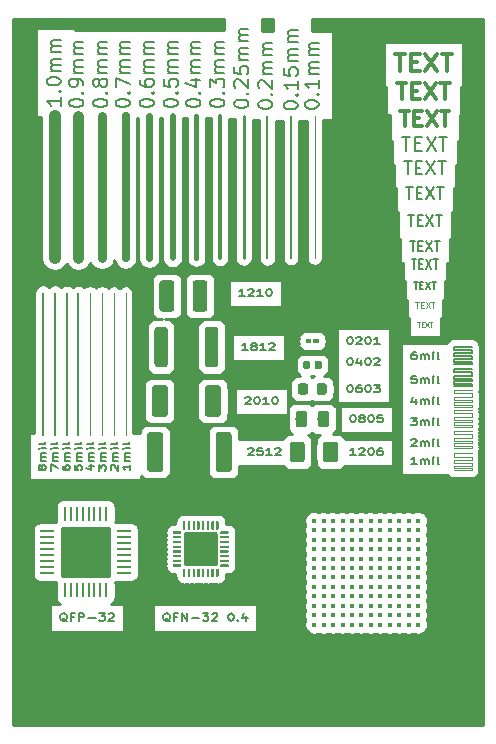
<source format=gbr>
G04 #@! TF.GenerationSoftware,KiCad,Pcbnew,5.0.2-bee76a0~70~ubuntu16.04.1*
G04 #@! TF.CreationDate,2019-03-15T14:41:41+08:00*
G04 #@! TF.ProjectId,noname,6e6f6e61-6d65-42e6-9b69-6361645f7063,rev?*
G04 #@! TF.SameCoordinates,Original*
G04 #@! TF.FileFunction,Copper,L1,Top*
G04 #@! TF.FilePolarity,Positive*
%FSLAX46Y46*%
G04 Gerber Fmt 4.6, Leading zero omitted, Abs format (unit mm)*
G04 Created by KiCad (PCBNEW 5.0.2-bee76a0~70~ubuntu16.04.1) date Friday, 15 March, 2019 02:41:41 PM PST*
%MOMM*%
%LPD*%
G01*
G04 APERTURE LIST*
G04 #@! TA.AperFunction,NonConductor*
%ADD10C,0.150000*%
G04 #@! TD*
G04 #@! TA.AperFunction,NonConductor*
%ADD11C,0.200000*%
G04 #@! TD*
G04 #@! TA.AperFunction,NonConductor*
%ADD12C,0.100000*%
G04 #@! TD*
G04 #@! TA.AperFunction,NonConductor*
%ADD13C,0.300000*%
G04 #@! TD*
G04 #@! TA.AperFunction,Conductor*
%ADD14C,0.150000*%
G04 #@! TD*
G04 #@! TA.AperFunction,SMDPad,CuDef*
%ADD15C,1.250000*%
G04 #@! TD*
G04 #@! TA.AperFunction,SMDPad,CuDef*
%ADD16C,1.350000*%
G04 #@! TD*
G04 #@! TA.AperFunction,SMDPad,CuDef*
%ADD17C,1.125000*%
G04 #@! TD*
G04 #@! TA.AperFunction,SMDPad,CuDef*
%ADD18C,0.975000*%
G04 #@! TD*
G04 #@! TA.AperFunction,SMDPad,CuDef*
%ADD19C,0.875000*%
G04 #@! TD*
G04 #@! TA.AperFunction,SMDPad,CuDef*
%ADD20C,0.590000*%
G04 #@! TD*
G04 #@! TA.AperFunction,SMDPad,CuDef*
%ADD21C,0.400000*%
G04 #@! TD*
G04 #@! TA.AperFunction,SMDPad,CuDef*
%ADD22R,0.280000X1.200000*%
G04 #@! TD*
G04 #@! TA.AperFunction,SMDPad,CuDef*
%ADD23R,1.200000X0.280000*%
G04 #@! TD*
G04 #@! TA.AperFunction,SMDPad,CuDef*
%ADD24C,0.200000*%
G04 #@! TD*
G04 #@! TA.AperFunction,SMDPad,CuDef*
%ADD25C,2.900000*%
G04 #@! TD*
G04 #@! TA.AperFunction,BGAPad,CuDef*
%ADD26C,0.400000*%
G04 #@! TD*
G04 #@! TA.AperFunction,Conductor*
%ADD27C,1.000000*%
G04 #@! TD*
G04 #@! TA.AperFunction,Conductor*
%ADD28C,0.900000*%
G04 #@! TD*
G04 #@! TA.AperFunction,Conductor*
%ADD29C,0.800000*%
G04 #@! TD*
G04 #@! TA.AperFunction,Conductor*
%ADD30C,0.700000*%
G04 #@! TD*
G04 #@! TA.AperFunction,Conductor*
%ADD31C,0.600000*%
G04 #@! TD*
G04 #@! TA.AperFunction,Conductor*
%ADD32C,0.500000*%
G04 #@! TD*
G04 #@! TA.AperFunction,Conductor*
%ADD33C,0.400000*%
G04 #@! TD*
G04 #@! TA.AperFunction,Conductor*
%ADD34C,0.300000*%
G04 #@! TD*
G04 #@! TA.AperFunction,Conductor*
%ADD35C,0.200000*%
G04 #@! TD*
G04 #@! TA.AperFunction,Conductor*
%ADD36C,0.250000*%
G04 #@! TD*
G04 #@! TA.AperFunction,Conductor*
%ADD37C,0.100000*%
G04 #@! TD*
G04 #@! TA.AperFunction,Conductor*
%ADD38C,0.152400*%
G04 #@! TD*
G04 #@! TA.AperFunction,Conductor*
%ADD39C,0.203200*%
G04 #@! TD*
G04 #@! TA.AperFunction,Conductor*
%ADD40C,0.127000*%
G04 #@! TD*
G04 #@! TA.AperFunction,Conductor*
%ADD41C,0.101600*%
G04 #@! TD*
G04 #@! TA.AperFunction,Conductor*
%ADD42C,0.076200*%
G04 #@! TD*
G04 #@! TA.AperFunction,Conductor*
%ADD43C,0.177800*%
G04 #@! TD*
G04 #@! TA.AperFunction,Conductor*
%ADD44C,0.050800*%
G04 #@! TD*
G04 #@! TA.AperFunction,Conductor*
%ADD45C,0.025400*%
G04 #@! TD*
G04 #@! TA.AperFunction,NonConductor*
%ADD46C,0.254000*%
G04 #@! TD*
G04 APERTURE END LIST*
D10*
X143412571Y-111102571D02*
X143336380Y-111074000D01*
X143260190Y-111016857D01*
X143145904Y-110931142D01*
X143069714Y-110902571D01*
X142993523Y-110902571D01*
X143031619Y-111045428D02*
X142955428Y-111016857D01*
X142879238Y-110959714D01*
X142841142Y-110845428D01*
X142841142Y-110645428D01*
X142879238Y-110531142D01*
X142955428Y-110474000D01*
X143031619Y-110445428D01*
X143184000Y-110445428D01*
X143260190Y-110474000D01*
X143336380Y-110531142D01*
X143374476Y-110645428D01*
X143374476Y-110845428D01*
X143336380Y-110959714D01*
X143260190Y-111016857D01*
X143184000Y-111045428D01*
X143031619Y-111045428D01*
X143984000Y-110731142D02*
X143717333Y-110731142D01*
X143717333Y-111045428D02*
X143717333Y-110445428D01*
X144098285Y-110445428D01*
X144403047Y-111045428D02*
X144403047Y-110445428D01*
X144860190Y-111045428D01*
X144860190Y-110445428D01*
X145241142Y-110816857D02*
X145850666Y-110816857D01*
X146155428Y-110445428D02*
X146650666Y-110445428D01*
X146384000Y-110674000D01*
X146498285Y-110674000D01*
X146574476Y-110702571D01*
X146612571Y-110731142D01*
X146650666Y-110788285D01*
X146650666Y-110931142D01*
X146612571Y-110988285D01*
X146574476Y-111016857D01*
X146498285Y-111045428D01*
X146269714Y-111045428D01*
X146193523Y-111016857D01*
X146155428Y-110988285D01*
X146955428Y-110502571D02*
X146993523Y-110474000D01*
X147069714Y-110445428D01*
X147260190Y-110445428D01*
X147336380Y-110474000D01*
X147374476Y-110502571D01*
X147412571Y-110559714D01*
X147412571Y-110616857D01*
X147374476Y-110702571D01*
X146917333Y-111045428D01*
X147412571Y-111045428D01*
X148517333Y-110445428D02*
X148593523Y-110445428D01*
X148669714Y-110474000D01*
X148707809Y-110502571D01*
X148745904Y-110559714D01*
X148784000Y-110674000D01*
X148784000Y-110816857D01*
X148745904Y-110931142D01*
X148707809Y-110988285D01*
X148669714Y-111016857D01*
X148593523Y-111045428D01*
X148517333Y-111045428D01*
X148441142Y-111016857D01*
X148403047Y-110988285D01*
X148364952Y-110931142D01*
X148326857Y-110816857D01*
X148326857Y-110674000D01*
X148364952Y-110559714D01*
X148403047Y-110502571D01*
X148441142Y-110474000D01*
X148517333Y-110445428D01*
X149126857Y-110988285D02*
X149164952Y-111016857D01*
X149126857Y-111045428D01*
X149088761Y-111016857D01*
X149126857Y-110988285D01*
X149126857Y-111045428D01*
X149850666Y-110645428D02*
X149850666Y-111045428D01*
X149660190Y-110416857D02*
X149469714Y-110845428D01*
X149964952Y-110845428D01*
X134688761Y-111102571D02*
X134612571Y-111074000D01*
X134536380Y-111016857D01*
X134422095Y-110931142D01*
X134345904Y-110902571D01*
X134269714Y-110902571D01*
X134307809Y-111045428D02*
X134231619Y-111016857D01*
X134155428Y-110959714D01*
X134117333Y-110845428D01*
X134117333Y-110645428D01*
X134155428Y-110531142D01*
X134231619Y-110474000D01*
X134307809Y-110445428D01*
X134460190Y-110445428D01*
X134536380Y-110474000D01*
X134612571Y-110531142D01*
X134650666Y-110645428D01*
X134650666Y-110845428D01*
X134612571Y-110959714D01*
X134536380Y-111016857D01*
X134460190Y-111045428D01*
X134307809Y-111045428D01*
X135260190Y-110731142D02*
X134993523Y-110731142D01*
X134993523Y-111045428D02*
X134993523Y-110445428D01*
X135374476Y-110445428D01*
X135679238Y-111045428D02*
X135679238Y-110445428D01*
X135984000Y-110445428D01*
X136060190Y-110474000D01*
X136098285Y-110502571D01*
X136136380Y-110559714D01*
X136136380Y-110645428D01*
X136098285Y-110702571D01*
X136060190Y-110731142D01*
X135984000Y-110759714D01*
X135679238Y-110759714D01*
X136479238Y-110816857D02*
X137088761Y-110816857D01*
X137393523Y-110445428D02*
X137888761Y-110445428D01*
X137622095Y-110674000D01*
X137736380Y-110674000D01*
X137812571Y-110702571D01*
X137850666Y-110731142D01*
X137888761Y-110788285D01*
X137888761Y-110931142D01*
X137850666Y-110988285D01*
X137812571Y-111016857D01*
X137736380Y-111045428D01*
X137507809Y-111045428D01*
X137431619Y-111016857D01*
X137393523Y-110988285D01*
X138193523Y-110502571D02*
X138231619Y-110474000D01*
X138307809Y-110445428D01*
X138498285Y-110445428D01*
X138574476Y-110474000D01*
X138612571Y-110502571D01*
X138650666Y-110559714D01*
X138650666Y-110616857D01*
X138612571Y-110702571D01*
X138155428Y-111045428D01*
X138650666Y-111045428D01*
X158585047Y-87047428D02*
X158661238Y-87047428D01*
X158737428Y-87076000D01*
X158775523Y-87104571D01*
X158813619Y-87161714D01*
X158851714Y-87276000D01*
X158851714Y-87418857D01*
X158813619Y-87533142D01*
X158775523Y-87590285D01*
X158737428Y-87618857D01*
X158661238Y-87647428D01*
X158585047Y-87647428D01*
X158508857Y-87618857D01*
X158470761Y-87590285D01*
X158432666Y-87533142D01*
X158394571Y-87418857D01*
X158394571Y-87276000D01*
X158432666Y-87161714D01*
X158470761Y-87104571D01*
X158508857Y-87076000D01*
X158585047Y-87047428D01*
X159156476Y-87104571D02*
X159194571Y-87076000D01*
X159270761Y-87047428D01*
X159461238Y-87047428D01*
X159537428Y-87076000D01*
X159575523Y-87104571D01*
X159613619Y-87161714D01*
X159613619Y-87218857D01*
X159575523Y-87304571D01*
X159118380Y-87647428D01*
X159613619Y-87647428D01*
X160108857Y-87047428D02*
X160185047Y-87047428D01*
X160261238Y-87076000D01*
X160299333Y-87104571D01*
X160337428Y-87161714D01*
X160375523Y-87276000D01*
X160375523Y-87418857D01*
X160337428Y-87533142D01*
X160299333Y-87590285D01*
X160261238Y-87618857D01*
X160185047Y-87647428D01*
X160108857Y-87647428D01*
X160032666Y-87618857D01*
X159994571Y-87590285D01*
X159956476Y-87533142D01*
X159918380Y-87418857D01*
X159918380Y-87276000D01*
X159956476Y-87161714D01*
X159994571Y-87104571D01*
X160032666Y-87076000D01*
X160108857Y-87047428D01*
X161137428Y-87647428D02*
X160680285Y-87647428D01*
X160908857Y-87647428D02*
X160908857Y-87047428D01*
X160832666Y-87133142D01*
X160756476Y-87190285D01*
X160680285Y-87218857D01*
X158585047Y-88825428D02*
X158661238Y-88825428D01*
X158737428Y-88854000D01*
X158775523Y-88882571D01*
X158813619Y-88939714D01*
X158851714Y-89054000D01*
X158851714Y-89196857D01*
X158813619Y-89311142D01*
X158775523Y-89368285D01*
X158737428Y-89396857D01*
X158661238Y-89425428D01*
X158585047Y-89425428D01*
X158508857Y-89396857D01*
X158470761Y-89368285D01*
X158432666Y-89311142D01*
X158394571Y-89196857D01*
X158394571Y-89054000D01*
X158432666Y-88939714D01*
X158470761Y-88882571D01*
X158508857Y-88854000D01*
X158585047Y-88825428D01*
X159537428Y-89025428D02*
X159537428Y-89425428D01*
X159346952Y-88796857D02*
X159156476Y-89225428D01*
X159651714Y-89225428D01*
X160108857Y-88825428D02*
X160185047Y-88825428D01*
X160261238Y-88854000D01*
X160299333Y-88882571D01*
X160337428Y-88939714D01*
X160375523Y-89054000D01*
X160375523Y-89196857D01*
X160337428Y-89311142D01*
X160299333Y-89368285D01*
X160261238Y-89396857D01*
X160185047Y-89425428D01*
X160108857Y-89425428D01*
X160032666Y-89396857D01*
X159994571Y-89368285D01*
X159956476Y-89311142D01*
X159918380Y-89196857D01*
X159918380Y-89054000D01*
X159956476Y-88939714D01*
X159994571Y-88882571D01*
X160032666Y-88854000D01*
X160108857Y-88825428D01*
X160680285Y-88882571D02*
X160718380Y-88854000D01*
X160794571Y-88825428D01*
X160985047Y-88825428D01*
X161061238Y-88854000D01*
X161099333Y-88882571D01*
X161137428Y-88939714D01*
X161137428Y-88996857D01*
X161099333Y-89082571D01*
X160642190Y-89425428D01*
X161137428Y-89425428D01*
X158585047Y-91111428D02*
X158661238Y-91111428D01*
X158737428Y-91140000D01*
X158775523Y-91168571D01*
X158813619Y-91225714D01*
X158851714Y-91340000D01*
X158851714Y-91482857D01*
X158813619Y-91597142D01*
X158775523Y-91654285D01*
X158737428Y-91682857D01*
X158661238Y-91711428D01*
X158585047Y-91711428D01*
X158508857Y-91682857D01*
X158470761Y-91654285D01*
X158432666Y-91597142D01*
X158394571Y-91482857D01*
X158394571Y-91340000D01*
X158432666Y-91225714D01*
X158470761Y-91168571D01*
X158508857Y-91140000D01*
X158585047Y-91111428D01*
X159537428Y-91111428D02*
X159385047Y-91111428D01*
X159308857Y-91140000D01*
X159270761Y-91168571D01*
X159194571Y-91254285D01*
X159156476Y-91368571D01*
X159156476Y-91597142D01*
X159194571Y-91654285D01*
X159232666Y-91682857D01*
X159308857Y-91711428D01*
X159461238Y-91711428D01*
X159537428Y-91682857D01*
X159575523Y-91654285D01*
X159613619Y-91597142D01*
X159613619Y-91454285D01*
X159575523Y-91397142D01*
X159537428Y-91368571D01*
X159461238Y-91340000D01*
X159308857Y-91340000D01*
X159232666Y-91368571D01*
X159194571Y-91397142D01*
X159156476Y-91454285D01*
X160108857Y-91111428D02*
X160185047Y-91111428D01*
X160261238Y-91140000D01*
X160299333Y-91168571D01*
X160337428Y-91225714D01*
X160375523Y-91340000D01*
X160375523Y-91482857D01*
X160337428Y-91597142D01*
X160299333Y-91654285D01*
X160261238Y-91682857D01*
X160185047Y-91711428D01*
X160108857Y-91711428D01*
X160032666Y-91682857D01*
X159994571Y-91654285D01*
X159956476Y-91597142D01*
X159918380Y-91482857D01*
X159918380Y-91340000D01*
X159956476Y-91225714D01*
X159994571Y-91168571D01*
X160032666Y-91140000D01*
X160108857Y-91111428D01*
X160642190Y-91111428D02*
X161137428Y-91111428D01*
X160870761Y-91340000D01*
X160985047Y-91340000D01*
X161061238Y-91368571D01*
X161099333Y-91397142D01*
X161137428Y-91454285D01*
X161137428Y-91597142D01*
X161099333Y-91654285D01*
X161061238Y-91682857D01*
X160985047Y-91711428D01*
X160756476Y-91711428D01*
X160680285Y-91682857D01*
X160642190Y-91654285D01*
X158839047Y-93651428D02*
X158915238Y-93651428D01*
X158991428Y-93680000D01*
X159029523Y-93708571D01*
X159067619Y-93765714D01*
X159105714Y-93880000D01*
X159105714Y-94022857D01*
X159067619Y-94137142D01*
X159029523Y-94194285D01*
X158991428Y-94222857D01*
X158915238Y-94251428D01*
X158839047Y-94251428D01*
X158762857Y-94222857D01*
X158724761Y-94194285D01*
X158686666Y-94137142D01*
X158648571Y-94022857D01*
X158648571Y-93880000D01*
X158686666Y-93765714D01*
X158724761Y-93708571D01*
X158762857Y-93680000D01*
X158839047Y-93651428D01*
X159562857Y-93908571D02*
X159486666Y-93880000D01*
X159448571Y-93851428D01*
X159410476Y-93794285D01*
X159410476Y-93765714D01*
X159448571Y-93708571D01*
X159486666Y-93680000D01*
X159562857Y-93651428D01*
X159715238Y-93651428D01*
X159791428Y-93680000D01*
X159829523Y-93708571D01*
X159867619Y-93765714D01*
X159867619Y-93794285D01*
X159829523Y-93851428D01*
X159791428Y-93880000D01*
X159715238Y-93908571D01*
X159562857Y-93908571D01*
X159486666Y-93937142D01*
X159448571Y-93965714D01*
X159410476Y-94022857D01*
X159410476Y-94137142D01*
X159448571Y-94194285D01*
X159486666Y-94222857D01*
X159562857Y-94251428D01*
X159715238Y-94251428D01*
X159791428Y-94222857D01*
X159829523Y-94194285D01*
X159867619Y-94137142D01*
X159867619Y-94022857D01*
X159829523Y-93965714D01*
X159791428Y-93937142D01*
X159715238Y-93908571D01*
X160362857Y-93651428D02*
X160439047Y-93651428D01*
X160515238Y-93680000D01*
X160553333Y-93708571D01*
X160591428Y-93765714D01*
X160629523Y-93880000D01*
X160629523Y-94022857D01*
X160591428Y-94137142D01*
X160553333Y-94194285D01*
X160515238Y-94222857D01*
X160439047Y-94251428D01*
X160362857Y-94251428D01*
X160286666Y-94222857D01*
X160248571Y-94194285D01*
X160210476Y-94137142D01*
X160172380Y-94022857D01*
X160172380Y-93880000D01*
X160210476Y-93765714D01*
X160248571Y-93708571D01*
X160286666Y-93680000D01*
X160362857Y-93651428D01*
X161353333Y-93651428D02*
X160972380Y-93651428D01*
X160934285Y-93937142D01*
X160972380Y-93908571D01*
X161048571Y-93880000D01*
X161239047Y-93880000D01*
X161315238Y-93908571D01*
X161353333Y-93937142D01*
X161391428Y-93994285D01*
X161391428Y-94137142D01*
X161353333Y-94194285D01*
X161315238Y-94222857D01*
X161239047Y-94251428D01*
X161048571Y-94251428D01*
X160972380Y-94222857D01*
X160934285Y-94194285D01*
X149707714Y-83583428D02*
X149250571Y-83583428D01*
X149479142Y-83583428D02*
X149479142Y-82983428D01*
X149402952Y-83069142D01*
X149326761Y-83126285D01*
X149250571Y-83154857D01*
X150012476Y-83040571D02*
X150050571Y-83012000D01*
X150126761Y-82983428D01*
X150317238Y-82983428D01*
X150393428Y-83012000D01*
X150431523Y-83040571D01*
X150469619Y-83097714D01*
X150469619Y-83154857D01*
X150431523Y-83240571D01*
X149974380Y-83583428D01*
X150469619Y-83583428D01*
X151231523Y-83583428D02*
X150774380Y-83583428D01*
X151002952Y-83583428D02*
X151002952Y-82983428D01*
X150926761Y-83069142D01*
X150850571Y-83126285D01*
X150774380Y-83154857D01*
X151726761Y-82983428D02*
X151802952Y-82983428D01*
X151879142Y-83012000D01*
X151917238Y-83040571D01*
X151955333Y-83097714D01*
X151993428Y-83212000D01*
X151993428Y-83354857D01*
X151955333Y-83469142D01*
X151917238Y-83526285D01*
X151879142Y-83554857D01*
X151802952Y-83583428D01*
X151726761Y-83583428D01*
X151650571Y-83554857D01*
X151612476Y-83526285D01*
X151574380Y-83469142D01*
X151536285Y-83354857D01*
X151536285Y-83212000D01*
X151574380Y-83097714D01*
X151612476Y-83040571D01*
X151650571Y-83012000D01*
X151726761Y-82983428D01*
X149961714Y-88155428D02*
X149504571Y-88155428D01*
X149733142Y-88155428D02*
X149733142Y-87555428D01*
X149656952Y-87641142D01*
X149580761Y-87698285D01*
X149504571Y-87726857D01*
X150418857Y-87812571D02*
X150342666Y-87784000D01*
X150304571Y-87755428D01*
X150266476Y-87698285D01*
X150266476Y-87669714D01*
X150304571Y-87612571D01*
X150342666Y-87584000D01*
X150418857Y-87555428D01*
X150571238Y-87555428D01*
X150647428Y-87584000D01*
X150685523Y-87612571D01*
X150723619Y-87669714D01*
X150723619Y-87698285D01*
X150685523Y-87755428D01*
X150647428Y-87784000D01*
X150571238Y-87812571D01*
X150418857Y-87812571D01*
X150342666Y-87841142D01*
X150304571Y-87869714D01*
X150266476Y-87926857D01*
X150266476Y-88041142D01*
X150304571Y-88098285D01*
X150342666Y-88126857D01*
X150418857Y-88155428D01*
X150571238Y-88155428D01*
X150647428Y-88126857D01*
X150685523Y-88098285D01*
X150723619Y-88041142D01*
X150723619Y-87926857D01*
X150685523Y-87869714D01*
X150647428Y-87841142D01*
X150571238Y-87812571D01*
X151485523Y-88155428D02*
X151028380Y-88155428D01*
X151256952Y-88155428D02*
X151256952Y-87555428D01*
X151180761Y-87641142D01*
X151104571Y-87698285D01*
X151028380Y-87726857D01*
X151790285Y-87612571D02*
X151828380Y-87584000D01*
X151904571Y-87555428D01*
X152095047Y-87555428D01*
X152171238Y-87584000D01*
X152209333Y-87612571D01*
X152247428Y-87669714D01*
X152247428Y-87726857D01*
X152209333Y-87812571D01*
X151752190Y-88155428D01*
X152247428Y-88155428D01*
X149758571Y-92184571D02*
X149796666Y-92156000D01*
X149872857Y-92127428D01*
X150063333Y-92127428D01*
X150139523Y-92156000D01*
X150177619Y-92184571D01*
X150215714Y-92241714D01*
X150215714Y-92298857D01*
X150177619Y-92384571D01*
X149720476Y-92727428D01*
X150215714Y-92727428D01*
X150710952Y-92127428D02*
X150787142Y-92127428D01*
X150863333Y-92156000D01*
X150901428Y-92184571D01*
X150939523Y-92241714D01*
X150977619Y-92356000D01*
X150977619Y-92498857D01*
X150939523Y-92613142D01*
X150901428Y-92670285D01*
X150863333Y-92698857D01*
X150787142Y-92727428D01*
X150710952Y-92727428D01*
X150634761Y-92698857D01*
X150596666Y-92670285D01*
X150558571Y-92613142D01*
X150520476Y-92498857D01*
X150520476Y-92356000D01*
X150558571Y-92241714D01*
X150596666Y-92184571D01*
X150634761Y-92156000D01*
X150710952Y-92127428D01*
X151739523Y-92727428D02*
X151282380Y-92727428D01*
X151510952Y-92727428D02*
X151510952Y-92127428D01*
X151434761Y-92213142D01*
X151358571Y-92270285D01*
X151282380Y-92298857D01*
X152234761Y-92127428D02*
X152310952Y-92127428D01*
X152387142Y-92156000D01*
X152425238Y-92184571D01*
X152463333Y-92241714D01*
X152501428Y-92356000D01*
X152501428Y-92498857D01*
X152463333Y-92613142D01*
X152425238Y-92670285D01*
X152387142Y-92698857D01*
X152310952Y-92727428D01*
X152234761Y-92727428D01*
X152158571Y-92698857D01*
X152120476Y-92670285D01*
X152082380Y-92613142D01*
X152044285Y-92498857D01*
X152044285Y-92356000D01*
X152082380Y-92241714D01*
X152120476Y-92184571D01*
X152158571Y-92156000D01*
X152234761Y-92127428D01*
X150012571Y-96502571D02*
X150050666Y-96474000D01*
X150126857Y-96445428D01*
X150317333Y-96445428D01*
X150393523Y-96474000D01*
X150431619Y-96502571D01*
X150469714Y-96559714D01*
X150469714Y-96616857D01*
X150431619Y-96702571D01*
X149974476Y-97045428D01*
X150469714Y-97045428D01*
X151193523Y-96445428D02*
X150812571Y-96445428D01*
X150774476Y-96731142D01*
X150812571Y-96702571D01*
X150888761Y-96674000D01*
X151079238Y-96674000D01*
X151155428Y-96702571D01*
X151193523Y-96731142D01*
X151231619Y-96788285D01*
X151231619Y-96931142D01*
X151193523Y-96988285D01*
X151155428Y-97016857D01*
X151079238Y-97045428D01*
X150888761Y-97045428D01*
X150812571Y-97016857D01*
X150774476Y-96988285D01*
X151993523Y-97045428D02*
X151536380Y-97045428D01*
X151764952Y-97045428D02*
X151764952Y-96445428D01*
X151688761Y-96531142D01*
X151612571Y-96588285D01*
X151536380Y-96616857D01*
X152298285Y-96502571D02*
X152336380Y-96474000D01*
X152412571Y-96445428D01*
X152603047Y-96445428D01*
X152679238Y-96474000D01*
X152717333Y-96502571D01*
X152755428Y-96559714D01*
X152755428Y-96616857D01*
X152717333Y-96702571D01*
X152260190Y-97045428D01*
X152755428Y-97045428D01*
X159105714Y-97045428D02*
X158648571Y-97045428D01*
X158877142Y-97045428D02*
X158877142Y-96445428D01*
X158800952Y-96531142D01*
X158724761Y-96588285D01*
X158648571Y-96616857D01*
X159410476Y-96502571D02*
X159448571Y-96474000D01*
X159524761Y-96445428D01*
X159715238Y-96445428D01*
X159791428Y-96474000D01*
X159829523Y-96502571D01*
X159867619Y-96559714D01*
X159867619Y-96616857D01*
X159829523Y-96702571D01*
X159372380Y-97045428D01*
X159867619Y-97045428D01*
X160362857Y-96445428D02*
X160439047Y-96445428D01*
X160515238Y-96474000D01*
X160553333Y-96502571D01*
X160591428Y-96559714D01*
X160629523Y-96674000D01*
X160629523Y-96816857D01*
X160591428Y-96931142D01*
X160553333Y-96988285D01*
X160515238Y-97016857D01*
X160439047Y-97045428D01*
X160362857Y-97045428D01*
X160286666Y-97016857D01*
X160248571Y-96988285D01*
X160210476Y-96931142D01*
X160172380Y-96816857D01*
X160172380Y-96674000D01*
X160210476Y-96559714D01*
X160248571Y-96502571D01*
X160286666Y-96474000D01*
X160362857Y-96445428D01*
X161315238Y-96445428D02*
X161162857Y-96445428D01*
X161086666Y-96474000D01*
X161048571Y-96502571D01*
X160972380Y-96588285D01*
X160934285Y-96702571D01*
X160934285Y-96931142D01*
X160972380Y-96988285D01*
X161010476Y-97016857D01*
X161086666Y-97045428D01*
X161239047Y-97045428D01*
X161315238Y-97016857D01*
X161353333Y-96988285D01*
X161391428Y-96931142D01*
X161391428Y-96788285D01*
X161353333Y-96731142D01*
X161315238Y-96702571D01*
X161239047Y-96674000D01*
X161086666Y-96674000D01*
X161010476Y-96702571D01*
X160972380Y-96731142D01*
X160934285Y-96788285D01*
X164268238Y-97807428D02*
X163811095Y-97807428D01*
X164039666Y-97807428D02*
X164039666Y-97207428D01*
X163963476Y-97293142D01*
X163887285Y-97350285D01*
X163811095Y-97378857D01*
X164611095Y-97807428D02*
X164611095Y-97407428D01*
X164611095Y-97464571D02*
X164649190Y-97436000D01*
X164725380Y-97407428D01*
X164839666Y-97407428D01*
X164915857Y-97436000D01*
X164953952Y-97493142D01*
X164953952Y-97807428D01*
X164953952Y-97493142D02*
X164992047Y-97436000D01*
X165068238Y-97407428D01*
X165182523Y-97407428D01*
X165258714Y-97436000D01*
X165296809Y-97493142D01*
X165296809Y-97807428D01*
X165677761Y-97807428D02*
X165677761Y-97407428D01*
X165677761Y-97207428D02*
X165639666Y-97236000D01*
X165677761Y-97264571D01*
X165715857Y-97236000D01*
X165677761Y-97207428D01*
X165677761Y-97264571D01*
X166173000Y-97807428D02*
X166096809Y-97778857D01*
X166058714Y-97721714D01*
X166058714Y-97207428D01*
X163811095Y-95740571D02*
X163849190Y-95712000D01*
X163925380Y-95683428D01*
X164115857Y-95683428D01*
X164192047Y-95712000D01*
X164230142Y-95740571D01*
X164268238Y-95797714D01*
X164268238Y-95854857D01*
X164230142Y-95940571D01*
X163773000Y-96283428D01*
X164268238Y-96283428D01*
X164611095Y-96283428D02*
X164611095Y-95883428D01*
X164611095Y-95940571D02*
X164649190Y-95912000D01*
X164725380Y-95883428D01*
X164839666Y-95883428D01*
X164915857Y-95912000D01*
X164953952Y-95969142D01*
X164953952Y-96283428D01*
X164953952Y-95969142D02*
X164992047Y-95912000D01*
X165068238Y-95883428D01*
X165182523Y-95883428D01*
X165258714Y-95912000D01*
X165296809Y-95969142D01*
X165296809Y-96283428D01*
X165677761Y-96283428D02*
X165677761Y-95883428D01*
X165677761Y-95683428D02*
X165639666Y-95712000D01*
X165677761Y-95740571D01*
X165715857Y-95712000D01*
X165677761Y-95683428D01*
X165677761Y-95740571D01*
X166173000Y-96283428D02*
X166096809Y-96254857D01*
X166058714Y-96197714D01*
X166058714Y-95683428D01*
X163773000Y-93905428D02*
X164268238Y-93905428D01*
X164001571Y-94134000D01*
X164115857Y-94134000D01*
X164192047Y-94162571D01*
X164230142Y-94191142D01*
X164268238Y-94248285D01*
X164268238Y-94391142D01*
X164230142Y-94448285D01*
X164192047Y-94476857D01*
X164115857Y-94505428D01*
X163887285Y-94505428D01*
X163811095Y-94476857D01*
X163773000Y-94448285D01*
X164611095Y-94505428D02*
X164611095Y-94105428D01*
X164611095Y-94162571D02*
X164649190Y-94134000D01*
X164725380Y-94105428D01*
X164839666Y-94105428D01*
X164915857Y-94134000D01*
X164953952Y-94191142D01*
X164953952Y-94505428D01*
X164953952Y-94191142D02*
X164992047Y-94134000D01*
X165068238Y-94105428D01*
X165182523Y-94105428D01*
X165258714Y-94134000D01*
X165296809Y-94191142D01*
X165296809Y-94505428D01*
X165677761Y-94505428D02*
X165677761Y-94105428D01*
X165677761Y-93905428D02*
X165639666Y-93934000D01*
X165677761Y-93962571D01*
X165715857Y-93934000D01*
X165677761Y-93905428D01*
X165677761Y-93962571D01*
X166173000Y-94505428D02*
X166096809Y-94476857D01*
X166058714Y-94419714D01*
X166058714Y-93905428D01*
X164192047Y-92327428D02*
X164192047Y-92727428D01*
X164001571Y-92098857D02*
X163811095Y-92527428D01*
X164306333Y-92527428D01*
X164611095Y-92727428D02*
X164611095Y-92327428D01*
X164611095Y-92384571D02*
X164649190Y-92356000D01*
X164725380Y-92327428D01*
X164839666Y-92327428D01*
X164915857Y-92356000D01*
X164953952Y-92413142D01*
X164953952Y-92727428D01*
X164953952Y-92413142D02*
X164992047Y-92356000D01*
X165068238Y-92327428D01*
X165182523Y-92327428D01*
X165258714Y-92356000D01*
X165296809Y-92413142D01*
X165296809Y-92727428D01*
X165677761Y-92727428D02*
X165677761Y-92327428D01*
X165677761Y-92127428D02*
X165639666Y-92156000D01*
X165677761Y-92184571D01*
X165715857Y-92156000D01*
X165677761Y-92127428D01*
X165677761Y-92184571D01*
X166173000Y-92727428D02*
X166096809Y-92698857D01*
X166058714Y-92641714D01*
X166058714Y-92127428D01*
X164230142Y-90349428D02*
X163849190Y-90349428D01*
X163811095Y-90635142D01*
X163849190Y-90606571D01*
X163925380Y-90578000D01*
X164115857Y-90578000D01*
X164192047Y-90606571D01*
X164230142Y-90635142D01*
X164268238Y-90692285D01*
X164268238Y-90835142D01*
X164230142Y-90892285D01*
X164192047Y-90920857D01*
X164115857Y-90949428D01*
X163925380Y-90949428D01*
X163849190Y-90920857D01*
X163811095Y-90892285D01*
X164611095Y-90949428D02*
X164611095Y-90549428D01*
X164611095Y-90606571D02*
X164649190Y-90578000D01*
X164725380Y-90549428D01*
X164839666Y-90549428D01*
X164915857Y-90578000D01*
X164953952Y-90635142D01*
X164953952Y-90949428D01*
X164953952Y-90635142D02*
X164992047Y-90578000D01*
X165068238Y-90549428D01*
X165182523Y-90549428D01*
X165258714Y-90578000D01*
X165296809Y-90635142D01*
X165296809Y-90949428D01*
X165677761Y-90949428D02*
X165677761Y-90549428D01*
X165677761Y-90349428D02*
X165639666Y-90378000D01*
X165677761Y-90406571D01*
X165715857Y-90378000D01*
X165677761Y-90349428D01*
X165677761Y-90406571D01*
X166173000Y-90949428D02*
X166096809Y-90920857D01*
X166058714Y-90863714D01*
X166058714Y-90349428D01*
X164192047Y-88317428D02*
X164039666Y-88317428D01*
X163963476Y-88346000D01*
X163925380Y-88374571D01*
X163849190Y-88460285D01*
X163811095Y-88574571D01*
X163811095Y-88803142D01*
X163849190Y-88860285D01*
X163887285Y-88888857D01*
X163963476Y-88917428D01*
X164115857Y-88917428D01*
X164192047Y-88888857D01*
X164230142Y-88860285D01*
X164268238Y-88803142D01*
X164268238Y-88660285D01*
X164230142Y-88603142D01*
X164192047Y-88574571D01*
X164115857Y-88546000D01*
X163963476Y-88546000D01*
X163887285Y-88574571D01*
X163849190Y-88603142D01*
X163811095Y-88660285D01*
X164611095Y-88917428D02*
X164611095Y-88517428D01*
X164611095Y-88574571D02*
X164649190Y-88546000D01*
X164725380Y-88517428D01*
X164839666Y-88517428D01*
X164915857Y-88546000D01*
X164953952Y-88603142D01*
X164953952Y-88917428D01*
X164953952Y-88603142D02*
X164992047Y-88546000D01*
X165068238Y-88517428D01*
X165182523Y-88517428D01*
X165258714Y-88546000D01*
X165296809Y-88603142D01*
X165296809Y-88917428D01*
X165677761Y-88917428D02*
X165677761Y-88517428D01*
X165677761Y-88317428D02*
X165639666Y-88346000D01*
X165677761Y-88374571D01*
X165715857Y-88346000D01*
X165677761Y-88317428D01*
X165677761Y-88374571D01*
X166173000Y-88917428D02*
X166096809Y-88888857D01*
X166058714Y-88831714D01*
X166058714Y-88317428D01*
X139971428Y-97859761D02*
X139971428Y-98316904D01*
X139971428Y-98088333D02*
X139371428Y-98088333D01*
X139457142Y-98164523D01*
X139514285Y-98240714D01*
X139542857Y-98316904D01*
X139971428Y-97516904D02*
X139571428Y-97516904D01*
X139628571Y-97516904D02*
X139600000Y-97478809D01*
X139571428Y-97402619D01*
X139571428Y-97288333D01*
X139600000Y-97212142D01*
X139657142Y-97174047D01*
X139971428Y-97174047D01*
X139657142Y-97174047D02*
X139600000Y-97135952D01*
X139571428Y-97059761D01*
X139571428Y-96945476D01*
X139600000Y-96869285D01*
X139657142Y-96831190D01*
X139971428Y-96831190D01*
X139971428Y-96450238D02*
X139571428Y-96450238D01*
X139371428Y-96450238D02*
X139400000Y-96488333D01*
X139428571Y-96450238D01*
X139400000Y-96412142D01*
X139371428Y-96450238D01*
X139428571Y-96450238D01*
X139971428Y-95955000D02*
X139942857Y-96031190D01*
X139885714Y-96069285D01*
X139371428Y-96069285D01*
X138412571Y-98316904D02*
X138384000Y-98278809D01*
X138355428Y-98202619D01*
X138355428Y-98012142D01*
X138384000Y-97935952D01*
X138412571Y-97897857D01*
X138469714Y-97859761D01*
X138526857Y-97859761D01*
X138612571Y-97897857D01*
X138955428Y-98355000D01*
X138955428Y-97859761D01*
X138955428Y-97516904D02*
X138555428Y-97516904D01*
X138612571Y-97516904D02*
X138584000Y-97478809D01*
X138555428Y-97402619D01*
X138555428Y-97288333D01*
X138584000Y-97212142D01*
X138641142Y-97174047D01*
X138955428Y-97174047D01*
X138641142Y-97174047D02*
X138584000Y-97135952D01*
X138555428Y-97059761D01*
X138555428Y-96945476D01*
X138584000Y-96869285D01*
X138641142Y-96831190D01*
X138955428Y-96831190D01*
X138955428Y-96450238D02*
X138555428Y-96450238D01*
X138355428Y-96450238D02*
X138384000Y-96488333D01*
X138412571Y-96450238D01*
X138384000Y-96412142D01*
X138355428Y-96450238D01*
X138412571Y-96450238D01*
X138955428Y-95955000D02*
X138926857Y-96031190D01*
X138869714Y-96069285D01*
X138355428Y-96069285D01*
X137339428Y-98355000D02*
X137339428Y-97859761D01*
X137568000Y-98126428D01*
X137568000Y-98012142D01*
X137596571Y-97935952D01*
X137625142Y-97897857D01*
X137682285Y-97859761D01*
X137825142Y-97859761D01*
X137882285Y-97897857D01*
X137910857Y-97935952D01*
X137939428Y-98012142D01*
X137939428Y-98240714D01*
X137910857Y-98316904D01*
X137882285Y-98355000D01*
X137939428Y-97516904D02*
X137539428Y-97516904D01*
X137596571Y-97516904D02*
X137568000Y-97478809D01*
X137539428Y-97402619D01*
X137539428Y-97288333D01*
X137568000Y-97212142D01*
X137625142Y-97174047D01*
X137939428Y-97174047D01*
X137625142Y-97174047D02*
X137568000Y-97135952D01*
X137539428Y-97059761D01*
X137539428Y-96945476D01*
X137568000Y-96869285D01*
X137625142Y-96831190D01*
X137939428Y-96831190D01*
X137939428Y-96450238D02*
X137539428Y-96450238D01*
X137339428Y-96450238D02*
X137368000Y-96488333D01*
X137396571Y-96450238D01*
X137368000Y-96412142D01*
X137339428Y-96450238D01*
X137396571Y-96450238D01*
X137939428Y-95955000D02*
X137910857Y-96031190D01*
X137853714Y-96069285D01*
X137339428Y-96069285D01*
X136523428Y-97935952D02*
X136923428Y-97935952D01*
X136294857Y-98126428D02*
X136723428Y-98316904D01*
X136723428Y-97821666D01*
X136923428Y-97516904D02*
X136523428Y-97516904D01*
X136580571Y-97516904D02*
X136552000Y-97478809D01*
X136523428Y-97402619D01*
X136523428Y-97288333D01*
X136552000Y-97212142D01*
X136609142Y-97174047D01*
X136923428Y-97174047D01*
X136609142Y-97174047D02*
X136552000Y-97135952D01*
X136523428Y-97059761D01*
X136523428Y-96945476D01*
X136552000Y-96869285D01*
X136609142Y-96831190D01*
X136923428Y-96831190D01*
X136923428Y-96450238D02*
X136523428Y-96450238D01*
X136323428Y-96450238D02*
X136352000Y-96488333D01*
X136380571Y-96450238D01*
X136352000Y-96412142D01*
X136323428Y-96450238D01*
X136380571Y-96450238D01*
X136923428Y-95955000D02*
X136894857Y-96031190D01*
X136837714Y-96069285D01*
X136323428Y-96069285D01*
X135307428Y-97897857D02*
X135307428Y-98278809D01*
X135593142Y-98316904D01*
X135564571Y-98278809D01*
X135536000Y-98202619D01*
X135536000Y-98012142D01*
X135564571Y-97935952D01*
X135593142Y-97897857D01*
X135650285Y-97859761D01*
X135793142Y-97859761D01*
X135850285Y-97897857D01*
X135878857Y-97935952D01*
X135907428Y-98012142D01*
X135907428Y-98202619D01*
X135878857Y-98278809D01*
X135850285Y-98316904D01*
X135907428Y-97516904D02*
X135507428Y-97516904D01*
X135564571Y-97516904D02*
X135536000Y-97478809D01*
X135507428Y-97402619D01*
X135507428Y-97288333D01*
X135536000Y-97212142D01*
X135593142Y-97174047D01*
X135907428Y-97174047D01*
X135593142Y-97174047D02*
X135536000Y-97135952D01*
X135507428Y-97059761D01*
X135507428Y-96945476D01*
X135536000Y-96869285D01*
X135593142Y-96831190D01*
X135907428Y-96831190D01*
X135907428Y-96450238D02*
X135507428Y-96450238D01*
X135307428Y-96450238D02*
X135336000Y-96488333D01*
X135364571Y-96450238D01*
X135336000Y-96412142D01*
X135307428Y-96450238D01*
X135364571Y-96450238D01*
X135907428Y-95955000D02*
X135878857Y-96031190D01*
X135821714Y-96069285D01*
X135307428Y-96069285D01*
X134291428Y-97935952D02*
X134291428Y-98088333D01*
X134320000Y-98164523D01*
X134348571Y-98202619D01*
X134434285Y-98278809D01*
X134548571Y-98316904D01*
X134777142Y-98316904D01*
X134834285Y-98278809D01*
X134862857Y-98240714D01*
X134891428Y-98164523D01*
X134891428Y-98012142D01*
X134862857Y-97935952D01*
X134834285Y-97897857D01*
X134777142Y-97859761D01*
X134634285Y-97859761D01*
X134577142Y-97897857D01*
X134548571Y-97935952D01*
X134520000Y-98012142D01*
X134520000Y-98164523D01*
X134548571Y-98240714D01*
X134577142Y-98278809D01*
X134634285Y-98316904D01*
X134891428Y-97516904D02*
X134491428Y-97516904D01*
X134548571Y-97516904D02*
X134520000Y-97478809D01*
X134491428Y-97402619D01*
X134491428Y-97288333D01*
X134520000Y-97212142D01*
X134577142Y-97174047D01*
X134891428Y-97174047D01*
X134577142Y-97174047D02*
X134520000Y-97135952D01*
X134491428Y-97059761D01*
X134491428Y-96945476D01*
X134520000Y-96869285D01*
X134577142Y-96831190D01*
X134891428Y-96831190D01*
X134891428Y-96450238D02*
X134491428Y-96450238D01*
X134291428Y-96450238D02*
X134320000Y-96488333D01*
X134348571Y-96450238D01*
X134320000Y-96412142D01*
X134291428Y-96450238D01*
X134348571Y-96450238D01*
X134891428Y-95955000D02*
X134862857Y-96031190D01*
X134805714Y-96069285D01*
X134291428Y-96069285D01*
X133275428Y-98355000D02*
X133275428Y-97821666D01*
X133875428Y-98164523D01*
X133875428Y-97516904D02*
X133475428Y-97516904D01*
X133532571Y-97516904D02*
X133504000Y-97478809D01*
X133475428Y-97402619D01*
X133475428Y-97288333D01*
X133504000Y-97212142D01*
X133561142Y-97174047D01*
X133875428Y-97174047D01*
X133561142Y-97174047D02*
X133504000Y-97135952D01*
X133475428Y-97059761D01*
X133475428Y-96945476D01*
X133504000Y-96869285D01*
X133561142Y-96831190D01*
X133875428Y-96831190D01*
X133875428Y-96450238D02*
X133475428Y-96450238D01*
X133275428Y-96450238D02*
X133304000Y-96488333D01*
X133332571Y-96450238D01*
X133304000Y-96412142D01*
X133275428Y-96450238D01*
X133332571Y-96450238D01*
X133875428Y-95955000D02*
X133846857Y-96031190D01*
X133789714Y-96069285D01*
X133275428Y-96069285D01*
X132516571Y-98164523D02*
X132488000Y-98240714D01*
X132459428Y-98278809D01*
X132402285Y-98316904D01*
X132373714Y-98316904D01*
X132316571Y-98278809D01*
X132288000Y-98240714D01*
X132259428Y-98164523D01*
X132259428Y-98012142D01*
X132288000Y-97935952D01*
X132316571Y-97897857D01*
X132373714Y-97859761D01*
X132402285Y-97859761D01*
X132459428Y-97897857D01*
X132488000Y-97935952D01*
X132516571Y-98012142D01*
X132516571Y-98164523D01*
X132545142Y-98240714D01*
X132573714Y-98278809D01*
X132630857Y-98316904D01*
X132745142Y-98316904D01*
X132802285Y-98278809D01*
X132830857Y-98240714D01*
X132859428Y-98164523D01*
X132859428Y-98012142D01*
X132830857Y-97935952D01*
X132802285Y-97897857D01*
X132745142Y-97859761D01*
X132630857Y-97859761D01*
X132573714Y-97897857D01*
X132545142Y-97935952D01*
X132516571Y-98012142D01*
X132859428Y-97516904D02*
X132459428Y-97516904D01*
X132516571Y-97516904D02*
X132488000Y-97478809D01*
X132459428Y-97402619D01*
X132459428Y-97288333D01*
X132488000Y-97212142D01*
X132545142Y-97174047D01*
X132859428Y-97174047D01*
X132545142Y-97174047D02*
X132488000Y-97135952D01*
X132459428Y-97059761D01*
X132459428Y-96945476D01*
X132488000Y-96869285D01*
X132545142Y-96831190D01*
X132859428Y-96831190D01*
X132859428Y-96450238D02*
X132459428Y-96450238D01*
X132259428Y-96450238D02*
X132288000Y-96488333D01*
X132316571Y-96450238D01*
X132288000Y-96412142D01*
X132259428Y-96450238D01*
X132316571Y-96450238D01*
X132859428Y-95955000D02*
X132830857Y-96031190D01*
X132773714Y-96069285D01*
X132259428Y-96069285D01*
D11*
X154790857Y-67411285D02*
X154790857Y-67297000D01*
X154848000Y-67182714D01*
X154905142Y-67125571D01*
X155019428Y-67068428D01*
X155248000Y-67011285D01*
X155533714Y-67011285D01*
X155762285Y-67068428D01*
X155876571Y-67125571D01*
X155933714Y-67182714D01*
X155990857Y-67297000D01*
X155990857Y-67411285D01*
X155933714Y-67525571D01*
X155876571Y-67582714D01*
X155762285Y-67639857D01*
X155533714Y-67697000D01*
X155248000Y-67697000D01*
X155019428Y-67639857D01*
X154905142Y-67582714D01*
X154848000Y-67525571D01*
X154790857Y-67411285D01*
X155876571Y-66497000D02*
X155933714Y-66439857D01*
X155990857Y-66497000D01*
X155933714Y-66554142D01*
X155876571Y-66497000D01*
X155990857Y-66497000D01*
X155990857Y-65297000D02*
X155990857Y-65982714D01*
X155990857Y-65639857D02*
X154790857Y-65639857D01*
X154962285Y-65754142D01*
X155076571Y-65868428D01*
X155133714Y-65982714D01*
X155990857Y-64782714D02*
X155190857Y-64782714D01*
X155305142Y-64782714D02*
X155248000Y-64725571D01*
X155190857Y-64611285D01*
X155190857Y-64439857D01*
X155248000Y-64325571D01*
X155362285Y-64268428D01*
X155990857Y-64268428D01*
X155362285Y-64268428D02*
X155248000Y-64211285D01*
X155190857Y-64097000D01*
X155190857Y-63925571D01*
X155248000Y-63811285D01*
X155362285Y-63754142D01*
X155990857Y-63754142D01*
X155990857Y-63182714D02*
X155190857Y-63182714D01*
X155305142Y-63182714D02*
X155248000Y-63125571D01*
X155190857Y-63011285D01*
X155190857Y-62839857D01*
X155248000Y-62725571D01*
X155362285Y-62668428D01*
X155990857Y-62668428D01*
X155362285Y-62668428D02*
X155248000Y-62611285D01*
X155190857Y-62497000D01*
X155190857Y-62325571D01*
X155248000Y-62211285D01*
X155362285Y-62154142D01*
X155990857Y-62154142D01*
X153012857Y-67474714D02*
X153012857Y-67360428D01*
X153070000Y-67246142D01*
X153127142Y-67189000D01*
X153241428Y-67131857D01*
X153470000Y-67074714D01*
X153755714Y-67074714D01*
X153984285Y-67131857D01*
X154098571Y-67189000D01*
X154155714Y-67246142D01*
X154212857Y-67360428D01*
X154212857Y-67474714D01*
X154155714Y-67589000D01*
X154098571Y-67646142D01*
X153984285Y-67703285D01*
X153755714Y-67760428D01*
X153470000Y-67760428D01*
X153241428Y-67703285D01*
X153127142Y-67646142D01*
X153070000Y-67589000D01*
X153012857Y-67474714D01*
X154098571Y-66560428D02*
X154155714Y-66503285D01*
X154212857Y-66560428D01*
X154155714Y-66617571D01*
X154098571Y-66560428D01*
X154212857Y-66560428D01*
X154212857Y-65360428D02*
X154212857Y-66046142D01*
X154212857Y-65703285D02*
X153012857Y-65703285D01*
X153184285Y-65817571D01*
X153298571Y-65931857D01*
X153355714Y-66046142D01*
X153012857Y-64274714D02*
X153012857Y-64846142D01*
X153584285Y-64903285D01*
X153527142Y-64846142D01*
X153470000Y-64731857D01*
X153470000Y-64446142D01*
X153527142Y-64331857D01*
X153584285Y-64274714D01*
X153698571Y-64217571D01*
X153984285Y-64217571D01*
X154098571Y-64274714D01*
X154155714Y-64331857D01*
X154212857Y-64446142D01*
X154212857Y-64731857D01*
X154155714Y-64846142D01*
X154098571Y-64903285D01*
X154212857Y-63703285D02*
X153412857Y-63703285D01*
X153527142Y-63703285D02*
X153470000Y-63646142D01*
X153412857Y-63531857D01*
X153412857Y-63360428D01*
X153470000Y-63246142D01*
X153584285Y-63189000D01*
X154212857Y-63189000D01*
X153584285Y-63189000D02*
X153470000Y-63131857D01*
X153412857Y-63017571D01*
X153412857Y-62846142D01*
X153470000Y-62731857D01*
X153584285Y-62674714D01*
X154212857Y-62674714D01*
X154212857Y-62103285D02*
X153412857Y-62103285D01*
X153527142Y-62103285D02*
X153470000Y-62046142D01*
X153412857Y-61931857D01*
X153412857Y-61760428D01*
X153470000Y-61646142D01*
X153584285Y-61589000D01*
X154212857Y-61589000D01*
X153584285Y-61589000D02*
X153470000Y-61531857D01*
X153412857Y-61417571D01*
X153412857Y-61246142D01*
X153470000Y-61131857D01*
X153584285Y-61074714D01*
X154212857Y-61074714D01*
X150853857Y-67411285D02*
X150853857Y-67297000D01*
X150911000Y-67182714D01*
X150968142Y-67125571D01*
X151082428Y-67068428D01*
X151311000Y-67011285D01*
X151596714Y-67011285D01*
X151825285Y-67068428D01*
X151939571Y-67125571D01*
X151996714Y-67182714D01*
X152053857Y-67297000D01*
X152053857Y-67411285D01*
X151996714Y-67525571D01*
X151939571Y-67582714D01*
X151825285Y-67639857D01*
X151596714Y-67697000D01*
X151311000Y-67697000D01*
X151082428Y-67639857D01*
X150968142Y-67582714D01*
X150911000Y-67525571D01*
X150853857Y-67411285D01*
X151939571Y-66497000D02*
X151996714Y-66439857D01*
X152053857Y-66497000D01*
X151996714Y-66554142D01*
X151939571Y-66497000D01*
X152053857Y-66497000D01*
X150968142Y-65982714D02*
X150911000Y-65925571D01*
X150853857Y-65811285D01*
X150853857Y-65525571D01*
X150911000Y-65411285D01*
X150968142Y-65354142D01*
X151082428Y-65297000D01*
X151196714Y-65297000D01*
X151368142Y-65354142D01*
X152053857Y-66039857D01*
X152053857Y-65297000D01*
X152053857Y-64782714D02*
X151253857Y-64782714D01*
X151368142Y-64782714D02*
X151311000Y-64725571D01*
X151253857Y-64611285D01*
X151253857Y-64439857D01*
X151311000Y-64325571D01*
X151425285Y-64268428D01*
X152053857Y-64268428D01*
X151425285Y-64268428D02*
X151311000Y-64211285D01*
X151253857Y-64097000D01*
X151253857Y-63925571D01*
X151311000Y-63811285D01*
X151425285Y-63754142D01*
X152053857Y-63754142D01*
X152053857Y-63182714D02*
X151253857Y-63182714D01*
X151368142Y-63182714D02*
X151311000Y-63125571D01*
X151253857Y-63011285D01*
X151253857Y-62839857D01*
X151311000Y-62725571D01*
X151425285Y-62668428D01*
X152053857Y-62668428D01*
X151425285Y-62668428D02*
X151311000Y-62611285D01*
X151253857Y-62497000D01*
X151253857Y-62325571D01*
X151311000Y-62211285D01*
X151425285Y-62154142D01*
X152053857Y-62154142D01*
X148821857Y-67347714D02*
X148821857Y-67233428D01*
X148879000Y-67119142D01*
X148936142Y-67062000D01*
X149050428Y-67004857D01*
X149279000Y-66947714D01*
X149564714Y-66947714D01*
X149793285Y-67004857D01*
X149907571Y-67062000D01*
X149964714Y-67119142D01*
X150021857Y-67233428D01*
X150021857Y-67347714D01*
X149964714Y-67462000D01*
X149907571Y-67519142D01*
X149793285Y-67576285D01*
X149564714Y-67633428D01*
X149279000Y-67633428D01*
X149050428Y-67576285D01*
X148936142Y-67519142D01*
X148879000Y-67462000D01*
X148821857Y-67347714D01*
X149907571Y-66433428D02*
X149964714Y-66376285D01*
X150021857Y-66433428D01*
X149964714Y-66490571D01*
X149907571Y-66433428D01*
X150021857Y-66433428D01*
X148936142Y-65919142D02*
X148879000Y-65862000D01*
X148821857Y-65747714D01*
X148821857Y-65462000D01*
X148879000Y-65347714D01*
X148936142Y-65290571D01*
X149050428Y-65233428D01*
X149164714Y-65233428D01*
X149336142Y-65290571D01*
X150021857Y-65976285D01*
X150021857Y-65233428D01*
X148821857Y-64147714D02*
X148821857Y-64719142D01*
X149393285Y-64776285D01*
X149336142Y-64719142D01*
X149279000Y-64604857D01*
X149279000Y-64319142D01*
X149336142Y-64204857D01*
X149393285Y-64147714D01*
X149507571Y-64090571D01*
X149793285Y-64090571D01*
X149907571Y-64147714D01*
X149964714Y-64204857D01*
X150021857Y-64319142D01*
X150021857Y-64604857D01*
X149964714Y-64719142D01*
X149907571Y-64776285D01*
X150021857Y-63576285D02*
X149221857Y-63576285D01*
X149336142Y-63576285D02*
X149279000Y-63519142D01*
X149221857Y-63404857D01*
X149221857Y-63233428D01*
X149279000Y-63119142D01*
X149393285Y-63062000D01*
X150021857Y-63062000D01*
X149393285Y-63062000D02*
X149279000Y-63004857D01*
X149221857Y-62890571D01*
X149221857Y-62719142D01*
X149279000Y-62604857D01*
X149393285Y-62547714D01*
X150021857Y-62547714D01*
X150021857Y-61976285D02*
X149221857Y-61976285D01*
X149336142Y-61976285D02*
X149279000Y-61919142D01*
X149221857Y-61804857D01*
X149221857Y-61633428D01*
X149279000Y-61519142D01*
X149393285Y-61462000D01*
X150021857Y-61462000D01*
X149393285Y-61462000D02*
X149279000Y-61404857D01*
X149221857Y-61290571D01*
X149221857Y-61119142D01*
X149279000Y-61004857D01*
X149393285Y-60947714D01*
X150021857Y-60947714D01*
X146789857Y-67284285D02*
X146789857Y-67170000D01*
X146847000Y-67055714D01*
X146904142Y-66998571D01*
X147018428Y-66941428D01*
X147247000Y-66884285D01*
X147532714Y-66884285D01*
X147761285Y-66941428D01*
X147875571Y-66998571D01*
X147932714Y-67055714D01*
X147989857Y-67170000D01*
X147989857Y-67284285D01*
X147932714Y-67398571D01*
X147875571Y-67455714D01*
X147761285Y-67512857D01*
X147532714Y-67570000D01*
X147247000Y-67570000D01*
X147018428Y-67512857D01*
X146904142Y-67455714D01*
X146847000Y-67398571D01*
X146789857Y-67284285D01*
X147875571Y-66370000D02*
X147932714Y-66312857D01*
X147989857Y-66370000D01*
X147932714Y-66427142D01*
X147875571Y-66370000D01*
X147989857Y-66370000D01*
X146789857Y-65912857D02*
X146789857Y-65170000D01*
X147247000Y-65570000D01*
X147247000Y-65398571D01*
X147304142Y-65284285D01*
X147361285Y-65227142D01*
X147475571Y-65170000D01*
X147761285Y-65170000D01*
X147875571Y-65227142D01*
X147932714Y-65284285D01*
X147989857Y-65398571D01*
X147989857Y-65741428D01*
X147932714Y-65855714D01*
X147875571Y-65912857D01*
X147989857Y-64655714D02*
X147189857Y-64655714D01*
X147304142Y-64655714D02*
X147247000Y-64598571D01*
X147189857Y-64484285D01*
X147189857Y-64312857D01*
X147247000Y-64198571D01*
X147361285Y-64141428D01*
X147989857Y-64141428D01*
X147361285Y-64141428D02*
X147247000Y-64084285D01*
X147189857Y-63970000D01*
X147189857Y-63798571D01*
X147247000Y-63684285D01*
X147361285Y-63627142D01*
X147989857Y-63627142D01*
X147989857Y-63055714D02*
X147189857Y-63055714D01*
X147304142Y-63055714D02*
X147247000Y-62998571D01*
X147189857Y-62884285D01*
X147189857Y-62712857D01*
X147247000Y-62598571D01*
X147361285Y-62541428D01*
X147989857Y-62541428D01*
X147361285Y-62541428D02*
X147247000Y-62484285D01*
X147189857Y-62370000D01*
X147189857Y-62198571D01*
X147247000Y-62084285D01*
X147361285Y-62027142D01*
X147989857Y-62027142D01*
X144757857Y-67284285D02*
X144757857Y-67170000D01*
X144815000Y-67055714D01*
X144872142Y-66998571D01*
X144986428Y-66941428D01*
X145215000Y-66884285D01*
X145500714Y-66884285D01*
X145729285Y-66941428D01*
X145843571Y-66998571D01*
X145900714Y-67055714D01*
X145957857Y-67170000D01*
X145957857Y-67284285D01*
X145900714Y-67398571D01*
X145843571Y-67455714D01*
X145729285Y-67512857D01*
X145500714Y-67570000D01*
X145215000Y-67570000D01*
X144986428Y-67512857D01*
X144872142Y-67455714D01*
X144815000Y-67398571D01*
X144757857Y-67284285D01*
X145843571Y-66370000D02*
X145900714Y-66312857D01*
X145957857Y-66370000D01*
X145900714Y-66427142D01*
X145843571Y-66370000D01*
X145957857Y-66370000D01*
X145157857Y-65284285D02*
X145957857Y-65284285D01*
X144700714Y-65570000D02*
X145557857Y-65855714D01*
X145557857Y-65112857D01*
X145957857Y-64655714D02*
X145157857Y-64655714D01*
X145272142Y-64655714D02*
X145215000Y-64598571D01*
X145157857Y-64484285D01*
X145157857Y-64312857D01*
X145215000Y-64198571D01*
X145329285Y-64141428D01*
X145957857Y-64141428D01*
X145329285Y-64141428D02*
X145215000Y-64084285D01*
X145157857Y-63970000D01*
X145157857Y-63798571D01*
X145215000Y-63684285D01*
X145329285Y-63627142D01*
X145957857Y-63627142D01*
X145957857Y-63055714D02*
X145157857Y-63055714D01*
X145272142Y-63055714D02*
X145215000Y-62998571D01*
X145157857Y-62884285D01*
X145157857Y-62712857D01*
X145215000Y-62598571D01*
X145329285Y-62541428D01*
X145957857Y-62541428D01*
X145329285Y-62541428D02*
X145215000Y-62484285D01*
X145157857Y-62370000D01*
X145157857Y-62198571D01*
X145215000Y-62084285D01*
X145329285Y-62027142D01*
X145957857Y-62027142D01*
X142852857Y-67284285D02*
X142852857Y-67170000D01*
X142910000Y-67055714D01*
X142967142Y-66998571D01*
X143081428Y-66941428D01*
X143310000Y-66884285D01*
X143595714Y-66884285D01*
X143824285Y-66941428D01*
X143938571Y-66998571D01*
X143995714Y-67055714D01*
X144052857Y-67170000D01*
X144052857Y-67284285D01*
X143995714Y-67398571D01*
X143938571Y-67455714D01*
X143824285Y-67512857D01*
X143595714Y-67570000D01*
X143310000Y-67570000D01*
X143081428Y-67512857D01*
X142967142Y-67455714D01*
X142910000Y-67398571D01*
X142852857Y-67284285D01*
X143938571Y-66370000D02*
X143995714Y-66312857D01*
X144052857Y-66370000D01*
X143995714Y-66427142D01*
X143938571Y-66370000D01*
X144052857Y-66370000D01*
X142852857Y-65227142D02*
X142852857Y-65798571D01*
X143424285Y-65855714D01*
X143367142Y-65798571D01*
X143310000Y-65684285D01*
X143310000Y-65398571D01*
X143367142Y-65284285D01*
X143424285Y-65227142D01*
X143538571Y-65170000D01*
X143824285Y-65170000D01*
X143938571Y-65227142D01*
X143995714Y-65284285D01*
X144052857Y-65398571D01*
X144052857Y-65684285D01*
X143995714Y-65798571D01*
X143938571Y-65855714D01*
X144052857Y-64655714D02*
X143252857Y-64655714D01*
X143367142Y-64655714D02*
X143310000Y-64598571D01*
X143252857Y-64484285D01*
X143252857Y-64312857D01*
X143310000Y-64198571D01*
X143424285Y-64141428D01*
X144052857Y-64141428D01*
X143424285Y-64141428D02*
X143310000Y-64084285D01*
X143252857Y-63970000D01*
X143252857Y-63798571D01*
X143310000Y-63684285D01*
X143424285Y-63627142D01*
X144052857Y-63627142D01*
X144052857Y-63055714D02*
X143252857Y-63055714D01*
X143367142Y-63055714D02*
X143310000Y-62998571D01*
X143252857Y-62884285D01*
X143252857Y-62712857D01*
X143310000Y-62598571D01*
X143424285Y-62541428D01*
X144052857Y-62541428D01*
X143424285Y-62541428D02*
X143310000Y-62484285D01*
X143252857Y-62370000D01*
X143252857Y-62198571D01*
X143310000Y-62084285D01*
X143424285Y-62027142D01*
X144052857Y-62027142D01*
X140820857Y-67284285D02*
X140820857Y-67170000D01*
X140878000Y-67055714D01*
X140935142Y-66998571D01*
X141049428Y-66941428D01*
X141278000Y-66884285D01*
X141563714Y-66884285D01*
X141792285Y-66941428D01*
X141906571Y-66998571D01*
X141963714Y-67055714D01*
X142020857Y-67170000D01*
X142020857Y-67284285D01*
X141963714Y-67398571D01*
X141906571Y-67455714D01*
X141792285Y-67512857D01*
X141563714Y-67570000D01*
X141278000Y-67570000D01*
X141049428Y-67512857D01*
X140935142Y-67455714D01*
X140878000Y-67398571D01*
X140820857Y-67284285D01*
X141906571Y-66370000D02*
X141963714Y-66312857D01*
X142020857Y-66370000D01*
X141963714Y-66427142D01*
X141906571Y-66370000D01*
X142020857Y-66370000D01*
X140820857Y-65284285D02*
X140820857Y-65512857D01*
X140878000Y-65627142D01*
X140935142Y-65684285D01*
X141106571Y-65798571D01*
X141335142Y-65855714D01*
X141792285Y-65855714D01*
X141906571Y-65798571D01*
X141963714Y-65741428D01*
X142020857Y-65627142D01*
X142020857Y-65398571D01*
X141963714Y-65284285D01*
X141906571Y-65227142D01*
X141792285Y-65170000D01*
X141506571Y-65170000D01*
X141392285Y-65227142D01*
X141335142Y-65284285D01*
X141278000Y-65398571D01*
X141278000Y-65627142D01*
X141335142Y-65741428D01*
X141392285Y-65798571D01*
X141506571Y-65855714D01*
X142020857Y-64655714D02*
X141220857Y-64655714D01*
X141335142Y-64655714D02*
X141278000Y-64598571D01*
X141220857Y-64484285D01*
X141220857Y-64312857D01*
X141278000Y-64198571D01*
X141392285Y-64141428D01*
X142020857Y-64141428D01*
X141392285Y-64141428D02*
X141278000Y-64084285D01*
X141220857Y-63970000D01*
X141220857Y-63798571D01*
X141278000Y-63684285D01*
X141392285Y-63627142D01*
X142020857Y-63627142D01*
X142020857Y-63055714D02*
X141220857Y-63055714D01*
X141335142Y-63055714D02*
X141278000Y-62998571D01*
X141220857Y-62884285D01*
X141220857Y-62712857D01*
X141278000Y-62598571D01*
X141392285Y-62541428D01*
X142020857Y-62541428D01*
X141392285Y-62541428D02*
X141278000Y-62484285D01*
X141220857Y-62370000D01*
X141220857Y-62198571D01*
X141278000Y-62084285D01*
X141392285Y-62027142D01*
X142020857Y-62027142D01*
X138788857Y-67284285D02*
X138788857Y-67170000D01*
X138846000Y-67055714D01*
X138903142Y-66998571D01*
X139017428Y-66941428D01*
X139246000Y-66884285D01*
X139531714Y-66884285D01*
X139760285Y-66941428D01*
X139874571Y-66998571D01*
X139931714Y-67055714D01*
X139988857Y-67170000D01*
X139988857Y-67284285D01*
X139931714Y-67398571D01*
X139874571Y-67455714D01*
X139760285Y-67512857D01*
X139531714Y-67570000D01*
X139246000Y-67570000D01*
X139017428Y-67512857D01*
X138903142Y-67455714D01*
X138846000Y-67398571D01*
X138788857Y-67284285D01*
X139874571Y-66370000D02*
X139931714Y-66312857D01*
X139988857Y-66370000D01*
X139931714Y-66427142D01*
X139874571Y-66370000D01*
X139988857Y-66370000D01*
X138788857Y-65912857D02*
X138788857Y-65112857D01*
X139988857Y-65627142D01*
X139988857Y-64655714D02*
X139188857Y-64655714D01*
X139303142Y-64655714D02*
X139246000Y-64598571D01*
X139188857Y-64484285D01*
X139188857Y-64312857D01*
X139246000Y-64198571D01*
X139360285Y-64141428D01*
X139988857Y-64141428D01*
X139360285Y-64141428D02*
X139246000Y-64084285D01*
X139188857Y-63970000D01*
X139188857Y-63798571D01*
X139246000Y-63684285D01*
X139360285Y-63627142D01*
X139988857Y-63627142D01*
X139988857Y-63055714D02*
X139188857Y-63055714D01*
X139303142Y-63055714D02*
X139246000Y-62998571D01*
X139188857Y-62884285D01*
X139188857Y-62712857D01*
X139246000Y-62598571D01*
X139360285Y-62541428D01*
X139988857Y-62541428D01*
X139360285Y-62541428D02*
X139246000Y-62484285D01*
X139188857Y-62370000D01*
X139188857Y-62198571D01*
X139246000Y-62084285D01*
X139360285Y-62027142D01*
X139988857Y-62027142D01*
X136883857Y-67284285D02*
X136883857Y-67170000D01*
X136941000Y-67055714D01*
X136998142Y-66998571D01*
X137112428Y-66941428D01*
X137341000Y-66884285D01*
X137626714Y-66884285D01*
X137855285Y-66941428D01*
X137969571Y-66998571D01*
X138026714Y-67055714D01*
X138083857Y-67170000D01*
X138083857Y-67284285D01*
X138026714Y-67398571D01*
X137969571Y-67455714D01*
X137855285Y-67512857D01*
X137626714Y-67570000D01*
X137341000Y-67570000D01*
X137112428Y-67512857D01*
X136998142Y-67455714D01*
X136941000Y-67398571D01*
X136883857Y-67284285D01*
X137969571Y-66370000D02*
X138026714Y-66312857D01*
X138083857Y-66370000D01*
X138026714Y-66427142D01*
X137969571Y-66370000D01*
X138083857Y-66370000D01*
X137398142Y-65627142D02*
X137341000Y-65741428D01*
X137283857Y-65798571D01*
X137169571Y-65855714D01*
X137112428Y-65855714D01*
X136998142Y-65798571D01*
X136941000Y-65741428D01*
X136883857Y-65627142D01*
X136883857Y-65398571D01*
X136941000Y-65284285D01*
X136998142Y-65227142D01*
X137112428Y-65170000D01*
X137169571Y-65170000D01*
X137283857Y-65227142D01*
X137341000Y-65284285D01*
X137398142Y-65398571D01*
X137398142Y-65627142D01*
X137455285Y-65741428D01*
X137512428Y-65798571D01*
X137626714Y-65855714D01*
X137855285Y-65855714D01*
X137969571Y-65798571D01*
X138026714Y-65741428D01*
X138083857Y-65627142D01*
X138083857Y-65398571D01*
X138026714Y-65284285D01*
X137969571Y-65227142D01*
X137855285Y-65170000D01*
X137626714Y-65170000D01*
X137512428Y-65227142D01*
X137455285Y-65284285D01*
X137398142Y-65398571D01*
X138083857Y-64655714D02*
X137283857Y-64655714D01*
X137398142Y-64655714D02*
X137341000Y-64598571D01*
X137283857Y-64484285D01*
X137283857Y-64312857D01*
X137341000Y-64198571D01*
X137455285Y-64141428D01*
X138083857Y-64141428D01*
X137455285Y-64141428D02*
X137341000Y-64084285D01*
X137283857Y-63970000D01*
X137283857Y-63798571D01*
X137341000Y-63684285D01*
X137455285Y-63627142D01*
X138083857Y-63627142D01*
X138083857Y-63055714D02*
X137283857Y-63055714D01*
X137398142Y-63055714D02*
X137341000Y-62998571D01*
X137283857Y-62884285D01*
X137283857Y-62712857D01*
X137341000Y-62598571D01*
X137455285Y-62541428D01*
X138083857Y-62541428D01*
X137455285Y-62541428D02*
X137341000Y-62484285D01*
X137283857Y-62370000D01*
X137283857Y-62198571D01*
X137341000Y-62084285D01*
X137455285Y-62027142D01*
X138083857Y-62027142D01*
X134851857Y-67284285D02*
X134851857Y-67170000D01*
X134909000Y-67055714D01*
X134966142Y-66998571D01*
X135080428Y-66941428D01*
X135309000Y-66884285D01*
X135594714Y-66884285D01*
X135823285Y-66941428D01*
X135937571Y-66998571D01*
X135994714Y-67055714D01*
X136051857Y-67170000D01*
X136051857Y-67284285D01*
X135994714Y-67398571D01*
X135937571Y-67455714D01*
X135823285Y-67512857D01*
X135594714Y-67570000D01*
X135309000Y-67570000D01*
X135080428Y-67512857D01*
X134966142Y-67455714D01*
X134909000Y-67398571D01*
X134851857Y-67284285D01*
X135937571Y-66370000D02*
X135994714Y-66312857D01*
X136051857Y-66370000D01*
X135994714Y-66427142D01*
X135937571Y-66370000D01*
X136051857Y-66370000D01*
X136051857Y-65741428D02*
X136051857Y-65512857D01*
X135994714Y-65398571D01*
X135937571Y-65341428D01*
X135766142Y-65227142D01*
X135537571Y-65170000D01*
X135080428Y-65170000D01*
X134966142Y-65227142D01*
X134909000Y-65284285D01*
X134851857Y-65398571D01*
X134851857Y-65627142D01*
X134909000Y-65741428D01*
X134966142Y-65798571D01*
X135080428Y-65855714D01*
X135366142Y-65855714D01*
X135480428Y-65798571D01*
X135537571Y-65741428D01*
X135594714Y-65627142D01*
X135594714Y-65398571D01*
X135537571Y-65284285D01*
X135480428Y-65227142D01*
X135366142Y-65170000D01*
X136051857Y-64655714D02*
X135251857Y-64655714D01*
X135366142Y-64655714D02*
X135309000Y-64598571D01*
X135251857Y-64484285D01*
X135251857Y-64312857D01*
X135309000Y-64198571D01*
X135423285Y-64141428D01*
X136051857Y-64141428D01*
X135423285Y-64141428D02*
X135309000Y-64084285D01*
X135251857Y-63970000D01*
X135251857Y-63798571D01*
X135309000Y-63684285D01*
X135423285Y-63627142D01*
X136051857Y-63627142D01*
X136051857Y-63055714D02*
X135251857Y-63055714D01*
X135366142Y-63055714D02*
X135309000Y-62998571D01*
X135251857Y-62884285D01*
X135251857Y-62712857D01*
X135309000Y-62598571D01*
X135423285Y-62541428D01*
X136051857Y-62541428D01*
X135423285Y-62541428D02*
X135309000Y-62484285D01*
X135251857Y-62370000D01*
X135251857Y-62198571D01*
X135309000Y-62084285D01*
X135423285Y-62027142D01*
X136051857Y-62027142D01*
X134146857Y-66757285D02*
X134146857Y-67443000D01*
X134146857Y-67100142D02*
X132946857Y-67100142D01*
X133118285Y-67214428D01*
X133232571Y-67328714D01*
X133289714Y-67443000D01*
X134032571Y-66243000D02*
X134089714Y-66185857D01*
X134146857Y-66243000D01*
X134089714Y-66300142D01*
X134032571Y-66243000D01*
X134146857Y-66243000D01*
X132946857Y-65443000D02*
X132946857Y-65328714D01*
X133004000Y-65214428D01*
X133061142Y-65157285D01*
X133175428Y-65100142D01*
X133404000Y-65043000D01*
X133689714Y-65043000D01*
X133918285Y-65100142D01*
X134032571Y-65157285D01*
X134089714Y-65214428D01*
X134146857Y-65328714D01*
X134146857Y-65443000D01*
X134089714Y-65557285D01*
X134032571Y-65614428D01*
X133918285Y-65671571D01*
X133689714Y-65728714D01*
X133404000Y-65728714D01*
X133175428Y-65671571D01*
X133061142Y-65614428D01*
X133004000Y-65557285D01*
X132946857Y-65443000D01*
X134146857Y-64528714D02*
X133346857Y-64528714D01*
X133461142Y-64528714D02*
X133404000Y-64471571D01*
X133346857Y-64357285D01*
X133346857Y-64185857D01*
X133404000Y-64071571D01*
X133518285Y-64014428D01*
X134146857Y-64014428D01*
X133518285Y-64014428D02*
X133404000Y-63957285D01*
X133346857Y-63843000D01*
X133346857Y-63671571D01*
X133404000Y-63557285D01*
X133518285Y-63500142D01*
X134146857Y-63500142D01*
X134146857Y-62928714D02*
X133346857Y-62928714D01*
X133461142Y-62928714D02*
X133404000Y-62871571D01*
X133346857Y-62757285D01*
X133346857Y-62585857D01*
X133404000Y-62471571D01*
X133518285Y-62414428D01*
X134146857Y-62414428D01*
X133518285Y-62414428D02*
X133404000Y-62357285D01*
X133346857Y-62243000D01*
X133346857Y-62071571D01*
X133404000Y-61957285D01*
X133518285Y-61900142D01*
X134146857Y-61900142D01*
D12*
X164334904Y-85759952D02*
X164563476Y-85759952D01*
X164449190Y-86159952D02*
X164449190Y-85759952D01*
X164696809Y-85950428D02*
X164830142Y-85950428D01*
X164887285Y-86159952D02*
X164696809Y-86159952D01*
X164696809Y-85759952D01*
X164887285Y-85759952D01*
X165020619Y-85759952D02*
X165287285Y-86159952D01*
X165287285Y-85759952D02*
X165020619Y-86159952D01*
X165382523Y-85759952D02*
X165611095Y-85759952D01*
X165496809Y-86159952D02*
X165496809Y-85759952D01*
X164175380Y-84054190D02*
X164461095Y-84054190D01*
X164318238Y-84554190D02*
X164318238Y-84054190D01*
X164627761Y-84292285D02*
X164794428Y-84292285D01*
X164865857Y-84554190D02*
X164627761Y-84554190D01*
X164627761Y-84054190D01*
X164865857Y-84054190D01*
X165032523Y-84054190D02*
X165365857Y-84554190D01*
X165365857Y-84054190D02*
X165032523Y-84554190D01*
X165484904Y-84054190D02*
X165770619Y-84054190D01*
X165627761Y-84554190D02*
X165627761Y-84054190D01*
D10*
X164015857Y-82348428D02*
X164358714Y-82348428D01*
X164187285Y-82948428D02*
X164187285Y-82348428D01*
X164558714Y-82634142D02*
X164758714Y-82634142D01*
X164844428Y-82948428D02*
X164558714Y-82948428D01*
X164558714Y-82348428D01*
X164844428Y-82348428D01*
X165044428Y-82348428D02*
X165444428Y-82948428D01*
X165444428Y-82348428D02*
X165044428Y-82948428D01*
X165587285Y-82348428D02*
X165930142Y-82348428D01*
X165758714Y-82948428D02*
X165758714Y-82348428D01*
X163856333Y-80460904D02*
X164256333Y-80460904D01*
X164056333Y-81260904D02*
X164056333Y-80460904D01*
X164489666Y-80841857D02*
X164723000Y-80841857D01*
X164823000Y-81260904D02*
X164489666Y-81260904D01*
X164489666Y-80460904D01*
X164823000Y-80460904D01*
X165056333Y-80460904D02*
X165523000Y-81260904D01*
X165523000Y-80460904D02*
X165056333Y-81260904D01*
X165689666Y-80460904D02*
X166089666Y-80460904D01*
X165889666Y-81260904D02*
X165889666Y-80460904D01*
D11*
X163696809Y-78936904D02*
X164153952Y-78936904D01*
X163925380Y-79736904D02*
X163925380Y-78936904D01*
X164420619Y-79317857D02*
X164687285Y-79317857D01*
X164801571Y-79736904D02*
X164420619Y-79736904D01*
X164420619Y-78936904D01*
X164801571Y-78936904D01*
X165068238Y-78936904D02*
X165601571Y-79736904D01*
X165601571Y-78936904D02*
X165068238Y-79736904D01*
X165792047Y-78936904D02*
X166249190Y-78936904D01*
X166020619Y-79736904D02*
X166020619Y-78936904D01*
X163537285Y-76723142D02*
X164051571Y-76723142D01*
X163794428Y-77623142D02*
X163794428Y-76723142D01*
X164351571Y-77151714D02*
X164651571Y-77151714D01*
X164780142Y-77623142D02*
X164351571Y-77623142D01*
X164351571Y-76723142D01*
X164780142Y-76723142D01*
X165080142Y-76723142D02*
X165680142Y-77623142D01*
X165680142Y-76723142D02*
X165080142Y-77623142D01*
X165894428Y-76723142D02*
X166408714Y-76723142D01*
X166151571Y-77623142D02*
X166151571Y-76723142D01*
X163377761Y-74382380D02*
X163949190Y-74382380D01*
X163663476Y-75382380D02*
X163663476Y-74382380D01*
X164282523Y-74858571D02*
X164615857Y-74858571D01*
X164758714Y-75382380D02*
X164282523Y-75382380D01*
X164282523Y-74382380D01*
X164758714Y-74382380D01*
X165092047Y-74382380D02*
X165758714Y-75382380D01*
X165758714Y-74382380D02*
X165092047Y-75382380D01*
X165996809Y-74382380D02*
X166568238Y-74382380D01*
X166282523Y-75382380D02*
X166282523Y-74382380D01*
X163218238Y-72168619D02*
X163846809Y-72168619D01*
X163532523Y-73268619D02*
X163532523Y-72168619D01*
X164213476Y-72692428D02*
X164580142Y-72692428D01*
X164737285Y-73268619D02*
X164213476Y-73268619D01*
X164213476Y-72168619D01*
X164737285Y-72168619D01*
X165103952Y-72168619D02*
X165837285Y-73268619D01*
X165837285Y-72168619D02*
X165103952Y-73268619D01*
X166099190Y-72168619D02*
X166727761Y-72168619D01*
X166413476Y-73268619D02*
X166413476Y-72168619D01*
X163058714Y-70081857D02*
X163744428Y-70081857D01*
X163401571Y-71281857D02*
X163401571Y-70081857D01*
X164144428Y-70653285D02*
X164544428Y-70653285D01*
X164715857Y-71281857D02*
X164144428Y-71281857D01*
X164144428Y-70081857D01*
X164715857Y-70081857D01*
X165115857Y-70081857D02*
X165915857Y-71281857D01*
X165915857Y-70081857D02*
X165115857Y-71281857D01*
X166201571Y-70081857D02*
X166887285Y-70081857D01*
X166544428Y-71281857D02*
X166544428Y-70081857D01*
D13*
X162899190Y-67868095D02*
X163642047Y-67868095D01*
X163270619Y-69168095D02*
X163270619Y-67868095D01*
X164075380Y-68487142D02*
X164508714Y-68487142D01*
X164694428Y-69168095D02*
X164075380Y-69168095D01*
X164075380Y-67868095D01*
X164694428Y-67868095D01*
X165127761Y-67868095D02*
X165994428Y-69168095D01*
X165994428Y-67868095D02*
X165127761Y-69168095D01*
X166303952Y-67868095D02*
X167046809Y-67868095D01*
X166675380Y-69168095D02*
X166675380Y-67868095D01*
X162612666Y-65527333D02*
X163412666Y-65527333D01*
X163012666Y-66927333D02*
X163012666Y-65527333D01*
X163879333Y-66194000D02*
X164346000Y-66194000D01*
X164546000Y-66927333D02*
X163879333Y-66927333D01*
X163879333Y-65527333D01*
X164546000Y-65527333D01*
X165012666Y-65527333D02*
X165946000Y-66927333D01*
X165946000Y-65527333D02*
X165012666Y-66927333D01*
X166279333Y-65527333D02*
X167079333Y-65527333D01*
X166679333Y-66927333D02*
X166679333Y-65527333D01*
X162453142Y-63059571D02*
X163310285Y-63059571D01*
X162881714Y-64559571D02*
X162881714Y-63059571D01*
X163810285Y-63773857D02*
X164310285Y-63773857D01*
X164524571Y-64559571D02*
X163810285Y-64559571D01*
X163810285Y-63059571D01*
X164524571Y-63059571D01*
X165024571Y-63059571D02*
X166024571Y-64559571D01*
X166024571Y-63059571D02*
X165024571Y-64559571D01*
X166381714Y-63059571D02*
X167238857Y-63059571D01*
X166810285Y-64559571D02*
X166810285Y-63059571D01*
D14*
G04 #@! TO.N,N/C*
G04 #@! TO.C,REF\002A\002A*
G36*
X157371504Y-95900204D02*
X157395773Y-95903804D01*
X157419571Y-95909765D01*
X157442671Y-95918030D01*
X157464849Y-95928520D01*
X157485893Y-95941133D01*
X157505598Y-95955747D01*
X157523777Y-95972223D01*
X157540253Y-95990402D01*
X157554867Y-96010107D01*
X157567480Y-96031151D01*
X157577970Y-96053329D01*
X157586235Y-96076429D01*
X157592196Y-96100227D01*
X157595796Y-96124496D01*
X157597000Y-96149000D01*
X157597000Y-97399000D01*
X157595796Y-97423504D01*
X157592196Y-97447773D01*
X157586235Y-97471571D01*
X157577970Y-97494671D01*
X157567480Y-97516849D01*
X157554867Y-97537893D01*
X157540253Y-97557598D01*
X157523777Y-97575777D01*
X157505598Y-97592253D01*
X157485893Y-97606867D01*
X157464849Y-97619480D01*
X157442671Y-97629970D01*
X157419571Y-97638235D01*
X157395773Y-97644196D01*
X157371504Y-97647796D01*
X157347000Y-97649000D01*
X156597000Y-97649000D01*
X156572496Y-97647796D01*
X156548227Y-97644196D01*
X156524429Y-97638235D01*
X156501329Y-97629970D01*
X156479151Y-97619480D01*
X156458107Y-97606867D01*
X156438402Y-97592253D01*
X156420223Y-97575777D01*
X156403747Y-97557598D01*
X156389133Y-97537893D01*
X156376520Y-97516849D01*
X156366030Y-97494671D01*
X156357765Y-97471571D01*
X156351804Y-97447773D01*
X156348204Y-97423504D01*
X156347000Y-97399000D01*
X156347000Y-96149000D01*
X156348204Y-96124496D01*
X156351804Y-96100227D01*
X156357765Y-96076429D01*
X156366030Y-96053329D01*
X156376520Y-96031151D01*
X156389133Y-96010107D01*
X156403747Y-95990402D01*
X156420223Y-95972223D01*
X156438402Y-95955747D01*
X156458107Y-95941133D01*
X156479151Y-95928520D01*
X156501329Y-95918030D01*
X156524429Y-95909765D01*
X156548227Y-95903804D01*
X156572496Y-95900204D01*
X156597000Y-95899000D01*
X157347000Y-95899000D01*
X157371504Y-95900204D01*
X157371504Y-95900204D01*
G37*
D15*
G04 #@! TD*
G04 #@! TO.P,REF\002A\002A,2*
G04 #@! TO.N,N/C*
X156972000Y-96774000D03*
D14*
G04 #@! TO.N,N/C*
G04 #@! TO.C,REF\002A\002A*
G36*
X154571504Y-95900204D02*
X154595773Y-95903804D01*
X154619571Y-95909765D01*
X154642671Y-95918030D01*
X154664849Y-95928520D01*
X154685893Y-95941133D01*
X154705598Y-95955747D01*
X154723777Y-95972223D01*
X154740253Y-95990402D01*
X154754867Y-96010107D01*
X154767480Y-96031151D01*
X154777970Y-96053329D01*
X154786235Y-96076429D01*
X154792196Y-96100227D01*
X154795796Y-96124496D01*
X154797000Y-96149000D01*
X154797000Y-97399000D01*
X154795796Y-97423504D01*
X154792196Y-97447773D01*
X154786235Y-97471571D01*
X154777970Y-97494671D01*
X154767480Y-97516849D01*
X154754867Y-97537893D01*
X154740253Y-97557598D01*
X154723777Y-97575777D01*
X154705598Y-97592253D01*
X154685893Y-97606867D01*
X154664849Y-97619480D01*
X154642671Y-97629970D01*
X154619571Y-97638235D01*
X154595773Y-97644196D01*
X154571504Y-97647796D01*
X154547000Y-97649000D01*
X153797000Y-97649000D01*
X153772496Y-97647796D01*
X153748227Y-97644196D01*
X153724429Y-97638235D01*
X153701329Y-97629970D01*
X153679151Y-97619480D01*
X153658107Y-97606867D01*
X153638402Y-97592253D01*
X153620223Y-97575777D01*
X153603747Y-97557598D01*
X153589133Y-97537893D01*
X153576520Y-97516849D01*
X153566030Y-97494671D01*
X153557765Y-97471571D01*
X153551804Y-97447773D01*
X153548204Y-97423504D01*
X153547000Y-97399000D01*
X153547000Y-96149000D01*
X153548204Y-96124496D01*
X153551804Y-96100227D01*
X153557765Y-96076429D01*
X153566030Y-96053329D01*
X153576520Y-96031151D01*
X153589133Y-96010107D01*
X153603747Y-95990402D01*
X153620223Y-95972223D01*
X153638402Y-95955747D01*
X153658107Y-95941133D01*
X153679151Y-95928520D01*
X153701329Y-95918030D01*
X153724429Y-95909765D01*
X153748227Y-95903804D01*
X153772496Y-95900204D01*
X153797000Y-95899000D01*
X154547000Y-95899000D01*
X154571504Y-95900204D01*
X154571504Y-95900204D01*
G37*
D15*
G04 #@! TD*
G04 #@! TO.P,REF\002A\002A,1*
G04 #@! TO.N,N/C*
X154172000Y-96774000D03*
D14*
G04 #@! TO.N,N/C*
G04 #@! TO.C,REF\002A\002A*
G36*
X148383505Y-95100204D02*
X148407773Y-95103804D01*
X148431572Y-95109765D01*
X148454671Y-95118030D01*
X148476850Y-95128520D01*
X148497893Y-95141132D01*
X148517599Y-95155747D01*
X148535777Y-95172223D01*
X148552253Y-95190401D01*
X148566868Y-95210107D01*
X148579480Y-95231150D01*
X148589970Y-95253329D01*
X148598235Y-95276428D01*
X148604196Y-95300227D01*
X148607796Y-95324495D01*
X148609000Y-95348999D01*
X148609000Y-98199001D01*
X148607796Y-98223505D01*
X148604196Y-98247773D01*
X148598235Y-98271572D01*
X148589970Y-98294671D01*
X148579480Y-98316850D01*
X148566868Y-98337893D01*
X148552253Y-98357599D01*
X148535777Y-98375777D01*
X148517599Y-98392253D01*
X148497893Y-98406868D01*
X148476850Y-98419480D01*
X148454671Y-98429970D01*
X148431572Y-98438235D01*
X148407773Y-98444196D01*
X148383505Y-98447796D01*
X148359001Y-98449000D01*
X147508999Y-98449000D01*
X147484495Y-98447796D01*
X147460227Y-98444196D01*
X147436428Y-98438235D01*
X147413329Y-98429970D01*
X147391150Y-98419480D01*
X147370107Y-98406868D01*
X147350401Y-98392253D01*
X147332223Y-98375777D01*
X147315747Y-98357599D01*
X147301132Y-98337893D01*
X147288520Y-98316850D01*
X147278030Y-98294671D01*
X147269765Y-98271572D01*
X147263804Y-98247773D01*
X147260204Y-98223505D01*
X147259000Y-98199001D01*
X147259000Y-95348999D01*
X147260204Y-95324495D01*
X147263804Y-95300227D01*
X147269765Y-95276428D01*
X147278030Y-95253329D01*
X147288520Y-95231150D01*
X147301132Y-95210107D01*
X147315747Y-95190401D01*
X147332223Y-95172223D01*
X147350401Y-95155747D01*
X147370107Y-95141132D01*
X147391150Y-95128520D01*
X147413329Y-95118030D01*
X147436428Y-95109765D01*
X147460227Y-95103804D01*
X147484495Y-95100204D01*
X147508999Y-95099000D01*
X148359001Y-95099000D01*
X148383505Y-95100204D01*
X148383505Y-95100204D01*
G37*
D16*
G04 #@! TD*
G04 #@! TO.P,REF\002A\002A,2*
G04 #@! TO.N,N/C*
X147934000Y-96774000D03*
D14*
G04 #@! TO.N,N/C*
G04 #@! TO.C,REF\002A\002A*
G36*
X142583505Y-95100204D02*
X142607773Y-95103804D01*
X142631572Y-95109765D01*
X142654671Y-95118030D01*
X142676850Y-95128520D01*
X142697893Y-95141132D01*
X142717599Y-95155747D01*
X142735777Y-95172223D01*
X142752253Y-95190401D01*
X142766868Y-95210107D01*
X142779480Y-95231150D01*
X142789970Y-95253329D01*
X142798235Y-95276428D01*
X142804196Y-95300227D01*
X142807796Y-95324495D01*
X142809000Y-95348999D01*
X142809000Y-98199001D01*
X142807796Y-98223505D01*
X142804196Y-98247773D01*
X142798235Y-98271572D01*
X142789970Y-98294671D01*
X142779480Y-98316850D01*
X142766868Y-98337893D01*
X142752253Y-98357599D01*
X142735777Y-98375777D01*
X142717599Y-98392253D01*
X142697893Y-98406868D01*
X142676850Y-98419480D01*
X142654671Y-98429970D01*
X142631572Y-98438235D01*
X142607773Y-98444196D01*
X142583505Y-98447796D01*
X142559001Y-98449000D01*
X141708999Y-98449000D01*
X141684495Y-98447796D01*
X141660227Y-98444196D01*
X141636428Y-98438235D01*
X141613329Y-98429970D01*
X141591150Y-98419480D01*
X141570107Y-98406868D01*
X141550401Y-98392253D01*
X141532223Y-98375777D01*
X141515747Y-98357599D01*
X141501132Y-98337893D01*
X141488520Y-98316850D01*
X141478030Y-98294671D01*
X141469765Y-98271572D01*
X141463804Y-98247773D01*
X141460204Y-98223505D01*
X141459000Y-98199001D01*
X141459000Y-95348999D01*
X141460204Y-95324495D01*
X141463804Y-95300227D01*
X141469765Y-95276428D01*
X141478030Y-95253329D01*
X141488520Y-95231150D01*
X141501132Y-95210107D01*
X141515747Y-95190401D01*
X141532223Y-95172223D01*
X141550401Y-95155747D01*
X141570107Y-95141132D01*
X141591150Y-95128520D01*
X141613329Y-95118030D01*
X141636428Y-95109765D01*
X141660227Y-95103804D01*
X141684495Y-95100204D01*
X141708999Y-95099000D01*
X142559001Y-95099000D01*
X142583505Y-95100204D01*
X142583505Y-95100204D01*
G37*
D16*
G04 #@! TD*
G04 #@! TO.P,REF\002A\002A,1*
G04 #@! TO.N,N/C*
X142134000Y-96774000D03*
D14*
G04 #@! TO.N,N/C*
G04 #@! TO.C,REF\002A\002A*
G36*
X147479505Y-91132204D02*
X147503773Y-91135804D01*
X147527572Y-91141765D01*
X147550671Y-91150030D01*
X147572850Y-91160520D01*
X147593893Y-91173132D01*
X147613599Y-91187747D01*
X147631777Y-91204223D01*
X147648253Y-91222401D01*
X147662868Y-91242107D01*
X147675480Y-91263150D01*
X147685970Y-91285329D01*
X147694235Y-91308428D01*
X147700196Y-91332227D01*
X147703796Y-91356495D01*
X147705000Y-91380999D01*
X147705000Y-93531001D01*
X147703796Y-93555505D01*
X147700196Y-93579773D01*
X147694235Y-93603572D01*
X147685970Y-93626671D01*
X147675480Y-93648850D01*
X147662868Y-93669893D01*
X147648253Y-93689599D01*
X147631777Y-93707777D01*
X147613599Y-93724253D01*
X147593893Y-93738868D01*
X147572850Y-93751480D01*
X147550671Y-93761970D01*
X147527572Y-93770235D01*
X147503773Y-93776196D01*
X147479505Y-93779796D01*
X147455001Y-93781000D01*
X146604999Y-93781000D01*
X146580495Y-93779796D01*
X146556227Y-93776196D01*
X146532428Y-93770235D01*
X146509329Y-93761970D01*
X146487150Y-93751480D01*
X146466107Y-93738868D01*
X146446401Y-93724253D01*
X146428223Y-93707777D01*
X146411747Y-93689599D01*
X146397132Y-93669893D01*
X146384520Y-93648850D01*
X146374030Y-93626671D01*
X146365765Y-93603572D01*
X146359804Y-93579773D01*
X146356204Y-93555505D01*
X146355000Y-93531001D01*
X146355000Y-91380999D01*
X146356204Y-91356495D01*
X146359804Y-91332227D01*
X146365765Y-91308428D01*
X146374030Y-91285329D01*
X146384520Y-91263150D01*
X146397132Y-91242107D01*
X146411747Y-91222401D01*
X146428223Y-91204223D01*
X146446401Y-91187747D01*
X146466107Y-91173132D01*
X146487150Y-91160520D01*
X146509329Y-91150030D01*
X146532428Y-91141765D01*
X146556227Y-91135804D01*
X146580495Y-91132204D01*
X146604999Y-91131000D01*
X147455001Y-91131000D01*
X147479505Y-91132204D01*
X147479505Y-91132204D01*
G37*
D16*
G04 #@! TD*
G04 #@! TO.P,REF\002A\002A,2*
G04 #@! TO.N,N/C*
X147030000Y-92456000D03*
D14*
G04 #@! TO.N,N/C*
G04 #@! TO.C,REF\002A\002A*
G36*
X142979505Y-91132204D02*
X143003773Y-91135804D01*
X143027572Y-91141765D01*
X143050671Y-91150030D01*
X143072850Y-91160520D01*
X143093893Y-91173132D01*
X143113599Y-91187747D01*
X143131777Y-91204223D01*
X143148253Y-91222401D01*
X143162868Y-91242107D01*
X143175480Y-91263150D01*
X143185970Y-91285329D01*
X143194235Y-91308428D01*
X143200196Y-91332227D01*
X143203796Y-91356495D01*
X143205000Y-91380999D01*
X143205000Y-93531001D01*
X143203796Y-93555505D01*
X143200196Y-93579773D01*
X143194235Y-93603572D01*
X143185970Y-93626671D01*
X143175480Y-93648850D01*
X143162868Y-93669893D01*
X143148253Y-93689599D01*
X143131777Y-93707777D01*
X143113599Y-93724253D01*
X143093893Y-93738868D01*
X143072850Y-93751480D01*
X143050671Y-93761970D01*
X143027572Y-93770235D01*
X143003773Y-93776196D01*
X142979505Y-93779796D01*
X142955001Y-93781000D01*
X142104999Y-93781000D01*
X142080495Y-93779796D01*
X142056227Y-93776196D01*
X142032428Y-93770235D01*
X142009329Y-93761970D01*
X141987150Y-93751480D01*
X141966107Y-93738868D01*
X141946401Y-93724253D01*
X141928223Y-93707777D01*
X141911747Y-93689599D01*
X141897132Y-93669893D01*
X141884520Y-93648850D01*
X141874030Y-93626671D01*
X141865765Y-93603572D01*
X141859804Y-93579773D01*
X141856204Y-93555505D01*
X141855000Y-93531001D01*
X141855000Y-91380999D01*
X141856204Y-91356495D01*
X141859804Y-91332227D01*
X141865765Y-91308428D01*
X141874030Y-91285329D01*
X141884520Y-91263150D01*
X141897132Y-91242107D01*
X141911747Y-91222401D01*
X141928223Y-91204223D01*
X141946401Y-91187747D01*
X141966107Y-91173132D01*
X141987150Y-91160520D01*
X142009329Y-91150030D01*
X142032428Y-91141765D01*
X142056227Y-91135804D01*
X142080495Y-91132204D01*
X142104999Y-91131000D01*
X142955001Y-91131000D01*
X142979505Y-91132204D01*
X142979505Y-91132204D01*
G37*
D16*
G04 #@! TD*
G04 #@! TO.P,REF\002A\002A,1*
G04 #@! TO.N,N/C*
X142530000Y-92456000D03*
D14*
G04 #@! TO.N,N/C*
G04 #@! TO.C,REF\002A\002A*
G36*
X147254505Y-86185204D02*
X147278773Y-86188804D01*
X147302572Y-86194765D01*
X147325671Y-86203030D01*
X147347850Y-86213520D01*
X147368893Y-86226132D01*
X147388599Y-86240747D01*
X147406777Y-86257223D01*
X147423253Y-86275401D01*
X147437868Y-86295107D01*
X147450480Y-86316150D01*
X147460970Y-86338329D01*
X147469235Y-86361428D01*
X147475196Y-86385227D01*
X147478796Y-86409495D01*
X147480000Y-86433999D01*
X147480000Y-89334001D01*
X147478796Y-89358505D01*
X147475196Y-89382773D01*
X147469235Y-89406572D01*
X147460970Y-89429671D01*
X147450480Y-89451850D01*
X147437868Y-89472893D01*
X147423253Y-89492599D01*
X147406777Y-89510777D01*
X147388599Y-89527253D01*
X147368893Y-89541868D01*
X147347850Y-89554480D01*
X147325671Y-89564970D01*
X147302572Y-89573235D01*
X147278773Y-89579196D01*
X147254505Y-89582796D01*
X147230001Y-89584000D01*
X146604999Y-89584000D01*
X146580495Y-89582796D01*
X146556227Y-89579196D01*
X146532428Y-89573235D01*
X146509329Y-89564970D01*
X146487150Y-89554480D01*
X146466107Y-89541868D01*
X146446401Y-89527253D01*
X146428223Y-89510777D01*
X146411747Y-89492599D01*
X146397132Y-89472893D01*
X146384520Y-89451850D01*
X146374030Y-89429671D01*
X146365765Y-89406572D01*
X146359804Y-89382773D01*
X146356204Y-89358505D01*
X146355000Y-89334001D01*
X146355000Y-86433999D01*
X146356204Y-86409495D01*
X146359804Y-86385227D01*
X146365765Y-86361428D01*
X146374030Y-86338329D01*
X146384520Y-86316150D01*
X146397132Y-86295107D01*
X146411747Y-86275401D01*
X146428223Y-86257223D01*
X146446401Y-86240747D01*
X146466107Y-86226132D01*
X146487150Y-86213520D01*
X146509329Y-86203030D01*
X146532428Y-86194765D01*
X146556227Y-86188804D01*
X146580495Y-86185204D01*
X146604999Y-86184000D01*
X147230001Y-86184000D01*
X147254505Y-86185204D01*
X147254505Y-86185204D01*
G37*
D17*
G04 #@! TD*
G04 #@! TO.P,REF\002A\002A,2*
G04 #@! TO.N,N/C*
X146917500Y-87884000D03*
D14*
G04 #@! TO.N,N/C*
G04 #@! TO.C,REF\002A\002A*
G36*
X142979505Y-86185204D02*
X143003773Y-86188804D01*
X143027572Y-86194765D01*
X143050671Y-86203030D01*
X143072850Y-86213520D01*
X143093893Y-86226132D01*
X143113599Y-86240747D01*
X143131777Y-86257223D01*
X143148253Y-86275401D01*
X143162868Y-86295107D01*
X143175480Y-86316150D01*
X143185970Y-86338329D01*
X143194235Y-86361428D01*
X143200196Y-86385227D01*
X143203796Y-86409495D01*
X143205000Y-86433999D01*
X143205000Y-89334001D01*
X143203796Y-89358505D01*
X143200196Y-89382773D01*
X143194235Y-89406572D01*
X143185970Y-89429671D01*
X143175480Y-89451850D01*
X143162868Y-89472893D01*
X143148253Y-89492599D01*
X143131777Y-89510777D01*
X143113599Y-89527253D01*
X143093893Y-89541868D01*
X143072850Y-89554480D01*
X143050671Y-89564970D01*
X143027572Y-89573235D01*
X143003773Y-89579196D01*
X142979505Y-89582796D01*
X142955001Y-89584000D01*
X142329999Y-89584000D01*
X142305495Y-89582796D01*
X142281227Y-89579196D01*
X142257428Y-89573235D01*
X142234329Y-89564970D01*
X142212150Y-89554480D01*
X142191107Y-89541868D01*
X142171401Y-89527253D01*
X142153223Y-89510777D01*
X142136747Y-89492599D01*
X142122132Y-89472893D01*
X142109520Y-89451850D01*
X142099030Y-89429671D01*
X142090765Y-89406572D01*
X142084804Y-89382773D01*
X142081204Y-89358505D01*
X142080000Y-89334001D01*
X142080000Y-86433999D01*
X142081204Y-86409495D01*
X142084804Y-86385227D01*
X142090765Y-86361428D01*
X142099030Y-86338329D01*
X142109520Y-86316150D01*
X142122132Y-86295107D01*
X142136747Y-86275401D01*
X142153223Y-86257223D01*
X142171401Y-86240747D01*
X142191107Y-86226132D01*
X142212150Y-86213520D01*
X142234329Y-86203030D01*
X142257428Y-86194765D01*
X142281227Y-86188804D01*
X142305495Y-86185204D01*
X142329999Y-86184000D01*
X142955001Y-86184000D01*
X142979505Y-86185204D01*
X142979505Y-86185204D01*
G37*
D17*
G04 #@! TD*
G04 #@! TO.P,REF\002A\002A,1*
G04 #@! TO.N,N/C*
X142642500Y-87884000D03*
D14*
G04 #@! TO.N,N/C*
G04 #@! TO.C,REF\002A\002A*
G36*
X146325504Y-82242204D02*
X146349773Y-82245804D01*
X146373571Y-82251765D01*
X146396671Y-82260030D01*
X146418849Y-82270520D01*
X146439893Y-82283133D01*
X146459598Y-82297747D01*
X146477777Y-82314223D01*
X146494253Y-82332402D01*
X146508867Y-82352107D01*
X146521480Y-82373151D01*
X146531970Y-82395329D01*
X146540235Y-82418429D01*
X146546196Y-82442227D01*
X146549796Y-82466496D01*
X146551000Y-82491000D01*
X146551000Y-84641000D01*
X146549796Y-84665504D01*
X146546196Y-84689773D01*
X146540235Y-84713571D01*
X146531970Y-84736671D01*
X146521480Y-84758849D01*
X146508867Y-84779893D01*
X146494253Y-84799598D01*
X146477777Y-84817777D01*
X146459598Y-84834253D01*
X146439893Y-84848867D01*
X146418849Y-84861480D01*
X146396671Y-84871970D01*
X146373571Y-84880235D01*
X146349773Y-84886196D01*
X146325504Y-84889796D01*
X146301000Y-84891000D01*
X145551000Y-84891000D01*
X145526496Y-84889796D01*
X145502227Y-84886196D01*
X145478429Y-84880235D01*
X145455329Y-84871970D01*
X145433151Y-84861480D01*
X145412107Y-84848867D01*
X145392402Y-84834253D01*
X145374223Y-84817777D01*
X145357747Y-84799598D01*
X145343133Y-84779893D01*
X145330520Y-84758849D01*
X145320030Y-84736671D01*
X145311765Y-84713571D01*
X145305804Y-84689773D01*
X145302204Y-84665504D01*
X145301000Y-84641000D01*
X145301000Y-82491000D01*
X145302204Y-82466496D01*
X145305804Y-82442227D01*
X145311765Y-82418429D01*
X145320030Y-82395329D01*
X145330520Y-82373151D01*
X145343133Y-82352107D01*
X145357747Y-82332402D01*
X145374223Y-82314223D01*
X145392402Y-82297747D01*
X145412107Y-82283133D01*
X145433151Y-82270520D01*
X145455329Y-82260030D01*
X145478429Y-82251765D01*
X145502227Y-82245804D01*
X145526496Y-82242204D01*
X145551000Y-82241000D01*
X146301000Y-82241000D01*
X146325504Y-82242204D01*
X146325504Y-82242204D01*
G37*
D15*
G04 #@! TD*
G04 #@! TO.P,REF\002A\002A,2*
G04 #@! TO.N,N/C*
X145926000Y-83566000D03*
D14*
G04 #@! TO.N,N/C*
G04 #@! TO.C,REF\002A\002A*
G36*
X143525504Y-82242204D02*
X143549773Y-82245804D01*
X143573571Y-82251765D01*
X143596671Y-82260030D01*
X143618849Y-82270520D01*
X143639893Y-82283133D01*
X143659598Y-82297747D01*
X143677777Y-82314223D01*
X143694253Y-82332402D01*
X143708867Y-82352107D01*
X143721480Y-82373151D01*
X143731970Y-82395329D01*
X143740235Y-82418429D01*
X143746196Y-82442227D01*
X143749796Y-82466496D01*
X143751000Y-82491000D01*
X143751000Y-84641000D01*
X143749796Y-84665504D01*
X143746196Y-84689773D01*
X143740235Y-84713571D01*
X143731970Y-84736671D01*
X143721480Y-84758849D01*
X143708867Y-84779893D01*
X143694253Y-84799598D01*
X143677777Y-84817777D01*
X143659598Y-84834253D01*
X143639893Y-84848867D01*
X143618849Y-84861480D01*
X143596671Y-84871970D01*
X143573571Y-84880235D01*
X143549773Y-84886196D01*
X143525504Y-84889796D01*
X143501000Y-84891000D01*
X142751000Y-84891000D01*
X142726496Y-84889796D01*
X142702227Y-84886196D01*
X142678429Y-84880235D01*
X142655329Y-84871970D01*
X142633151Y-84861480D01*
X142612107Y-84848867D01*
X142592402Y-84834253D01*
X142574223Y-84817777D01*
X142557747Y-84799598D01*
X142543133Y-84779893D01*
X142530520Y-84758849D01*
X142520030Y-84736671D01*
X142511765Y-84713571D01*
X142505804Y-84689773D01*
X142502204Y-84665504D01*
X142501000Y-84641000D01*
X142501000Y-82491000D01*
X142502204Y-82466496D01*
X142505804Y-82442227D01*
X142511765Y-82418429D01*
X142520030Y-82395329D01*
X142530520Y-82373151D01*
X142543133Y-82352107D01*
X142557747Y-82332402D01*
X142574223Y-82314223D01*
X142592402Y-82297747D01*
X142612107Y-82283133D01*
X142633151Y-82270520D01*
X142655329Y-82260030D01*
X142678429Y-82251765D01*
X142702227Y-82245804D01*
X142726496Y-82242204D01*
X142751000Y-82241000D01*
X143501000Y-82241000D01*
X143525504Y-82242204D01*
X143525504Y-82242204D01*
G37*
D15*
G04 #@! TD*
G04 #@! TO.P,REF\002A\002A,1*
G04 #@! TO.N,N/C*
X143126000Y-83566000D03*
D14*
G04 #@! TO.N,N/C*
G04 #@! TO.C,REF\002A\002A*
G36*
X156653142Y-93281174D02*
X156676803Y-93284684D01*
X156700007Y-93290496D01*
X156722529Y-93298554D01*
X156744153Y-93308782D01*
X156764670Y-93321079D01*
X156783883Y-93335329D01*
X156801607Y-93351393D01*
X156817671Y-93369117D01*
X156831921Y-93388330D01*
X156844218Y-93408847D01*
X156854446Y-93430471D01*
X156862504Y-93452993D01*
X156868316Y-93476197D01*
X156871826Y-93499858D01*
X156873000Y-93523750D01*
X156873000Y-94436250D01*
X156871826Y-94460142D01*
X156868316Y-94483803D01*
X156862504Y-94507007D01*
X156854446Y-94529529D01*
X156844218Y-94551153D01*
X156831921Y-94571670D01*
X156817671Y-94590883D01*
X156801607Y-94608607D01*
X156783883Y-94624671D01*
X156764670Y-94638921D01*
X156744153Y-94651218D01*
X156722529Y-94661446D01*
X156700007Y-94669504D01*
X156676803Y-94675316D01*
X156653142Y-94678826D01*
X156629250Y-94680000D01*
X156141750Y-94680000D01*
X156117858Y-94678826D01*
X156094197Y-94675316D01*
X156070993Y-94669504D01*
X156048471Y-94661446D01*
X156026847Y-94651218D01*
X156006330Y-94638921D01*
X155987117Y-94624671D01*
X155969393Y-94608607D01*
X155953329Y-94590883D01*
X155939079Y-94571670D01*
X155926782Y-94551153D01*
X155916554Y-94529529D01*
X155908496Y-94507007D01*
X155902684Y-94483803D01*
X155899174Y-94460142D01*
X155898000Y-94436250D01*
X155898000Y-93523750D01*
X155899174Y-93499858D01*
X155902684Y-93476197D01*
X155908496Y-93452993D01*
X155916554Y-93430471D01*
X155926782Y-93408847D01*
X155939079Y-93388330D01*
X155953329Y-93369117D01*
X155969393Y-93351393D01*
X155987117Y-93335329D01*
X156006330Y-93321079D01*
X156026847Y-93308782D01*
X156048471Y-93298554D01*
X156070993Y-93290496D01*
X156094197Y-93284684D01*
X156117858Y-93281174D01*
X156141750Y-93280000D01*
X156629250Y-93280000D01*
X156653142Y-93281174D01*
X156653142Y-93281174D01*
G37*
D18*
G04 #@! TD*
G04 #@! TO.P,REF\002A\002A,2*
G04 #@! TO.N,N/C*
X156385500Y-93980000D03*
D14*
G04 #@! TO.N,N/C*
G04 #@! TO.C,REF\002A\002A*
G36*
X154778142Y-93281174D02*
X154801803Y-93284684D01*
X154825007Y-93290496D01*
X154847529Y-93298554D01*
X154869153Y-93308782D01*
X154889670Y-93321079D01*
X154908883Y-93335329D01*
X154926607Y-93351393D01*
X154942671Y-93369117D01*
X154956921Y-93388330D01*
X154969218Y-93408847D01*
X154979446Y-93430471D01*
X154987504Y-93452993D01*
X154993316Y-93476197D01*
X154996826Y-93499858D01*
X154998000Y-93523750D01*
X154998000Y-94436250D01*
X154996826Y-94460142D01*
X154993316Y-94483803D01*
X154987504Y-94507007D01*
X154979446Y-94529529D01*
X154969218Y-94551153D01*
X154956921Y-94571670D01*
X154942671Y-94590883D01*
X154926607Y-94608607D01*
X154908883Y-94624671D01*
X154889670Y-94638921D01*
X154869153Y-94651218D01*
X154847529Y-94661446D01*
X154825007Y-94669504D01*
X154801803Y-94675316D01*
X154778142Y-94678826D01*
X154754250Y-94680000D01*
X154266750Y-94680000D01*
X154242858Y-94678826D01*
X154219197Y-94675316D01*
X154195993Y-94669504D01*
X154173471Y-94661446D01*
X154151847Y-94651218D01*
X154131330Y-94638921D01*
X154112117Y-94624671D01*
X154094393Y-94608607D01*
X154078329Y-94590883D01*
X154064079Y-94571670D01*
X154051782Y-94551153D01*
X154041554Y-94529529D01*
X154033496Y-94507007D01*
X154027684Y-94483803D01*
X154024174Y-94460142D01*
X154023000Y-94436250D01*
X154023000Y-93523750D01*
X154024174Y-93499858D01*
X154027684Y-93476197D01*
X154033496Y-93452993D01*
X154041554Y-93430471D01*
X154051782Y-93408847D01*
X154064079Y-93388330D01*
X154078329Y-93369117D01*
X154094393Y-93351393D01*
X154112117Y-93335329D01*
X154131330Y-93321079D01*
X154151847Y-93308782D01*
X154173471Y-93298554D01*
X154195993Y-93290496D01*
X154219197Y-93284684D01*
X154242858Y-93281174D01*
X154266750Y-93280000D01*
X154754250Y-93280000D01*
X154778142Y-93281174D01*
X154778142Y-93281174D01*
G37*
D18*
G04 #@! TD*
G04 #@! TO.P,REF\002A\002A,1*
G04 #@! TO.N,N/C*
X154510500Y-93980000D03*
D14*
G04 #@! TO.N,N/C*
G04 #@! TO.C,REF\002A\002A*
G36*
X156475691Y-90966053D02*
X156496926Y-90969203D01*
X156517750Y-90974419D01*
X156537962Y-90981651D01*
X156557368Y-90990830D01*
X156575781Y-91001866D01*
X156593024Y-91014654D01*
X156608930Y-91029070D01*
X156623346Y-91044976D01*
X156636134Y-91062219D01*
X156647170Y-91080632D01*
X156656349Y-91100038D01*
X156663581Y-91120250D01*
X156668797Y-91141074D01*
X156671947Y-91162309D01*
X156673000Y-91183750D01*
X156673000Y-91696250D01*
X156671947Y-91717691D01*
X156668797Y-91738926D01*
X156663581Y-91759750D01*
X156656349Y-91779962D01*
X156647170Y-91799368D01*
X156636134Y-91817781D01*
X156623346Y-91835024D01*
X156608930Y-91850930D01*
X156593024Y-91865346D01*
X156575781Y-91878134D01*
X156557368Y-91889170D01*
X156537962Y-91898349D01*
X156517750Y-91905581D01*
X156496926Y-91910797D01*
X156475691Y-91913947D01*
X156454250Y-91915000D01*
X156016750Y-91915000D01*
X155995309Y-91913947D01*
X155974074Y-91910797D01*
X155953250Y-91905581D01*
X155933038Y-91898349D01*
X155913632Y-91889170D01*
X155895219Y-91878134D01*
X155877976Y-91865346D01*
X155862070Y-91850930D01*
X155847654Y-91835024D01*
X155834866Y-91817781D01*
X155823830Y-91799368D01*
X155814651Y-91779962D01*
X155807419Y-91759750D01*
X155802203Y-91738926D01*
X155799053Y-91717691D01*
X155798000Y-91696250D01*
X155798000Y-91183750D01*
X155799053Y-91162309D01*
X155802203Y-91141074D01*
X155807419Y-91120250D01*
X155814651Y-91100038D01*
X155823830Y-91080632D01*
X155834866Y-91062219D01*
X155847654Y-91044976D01*
X155862070Y-91029070D01*
X155877976Y-91014654D01*
X155895219Y-91001866D01*
X155913632Y-90990830D01*
X155933038Y-90981651D01*
X155953250Y-90974419D01*
X155974074Y-90969203D01*
X155995309Y-90966053D01*
X156016750Y-90965000D01*
X156454250Y-90965000D01*
X156475691Y-90966053D01*
X156475691Y-90966053D01*
G37*
D19*
G04 #@! TD*
G04 #@! TO.P,REF\002A\002A,2*
G04 #@! TO.N,N/C*
X156235500Y-91440000D03*
D14*
G04 #@! TO.N,N/C*
G04 #@! TO.C,REF\002A\002A*
G36*
X154900691Y-90966053D02*
X154921926Y-90969203D01*
X154942750Y-90974419D01*
X154962962Y-90981651D01*
X154982368Y-90990830D01*
X155000781Y-91001866D01*
X155018024Y-91014654D01*
X155033930Y-91029070D01*
X155048346Y-91044976D01*
X155061134Y-91062219D01*
X155072170Y-91080632D01*
X155081349Y-91100038D01*
X155088581Y-91120250D01*
X155093797Y-91141074D01*
X155096947Y-91162309D01*
X155098000Y-91183750D01*
X155098000Y-91696250D01*
X155096947Y-91717691D01*
X155093797Y-91738926D01*
X155088581Y-91759750D01*
X155081349Y-91779962D01*
X155072170Y-91799368D01*
X155061134Y-91817781D01*
X155048346Y-91835024D01*
X155033930Y-91850930D01*
X155018024Y-91865346D01*
X155000781Y-91878134D01*
X154982368Y-91889170D01*
X154962962Y-91898349D01*
X154942750Y-91905581D01*
X154921926Y-91910797D01*
X154900691Y-91913947D01*
X154879250Y-91915000D01*
X154441750Y-91915000D01*
X154420309Y-91913947D01*
X154399074Y-91910797D01*
X154378250Y-91905581D01*
X154358038Y-91898349D01*
X154338632Y-91889170D01*
X154320219Y-91878134D01*
X154302976Y-91865346D01*
X154287070Y-91850930D01*
X154272654Y-91835024D01*
X154259866Y-91817781D01*
X154248830Y-91799368D01*
X154239651Y-91779962D01*
X154232419Y-91759750D01*
X154227203Y-91738926D01*
X154224053Y-91717691D01*
X154223000Y-91696250D01*
X154223000Y-91183750D01*
X154224053Y-91162309D01*
X154227203Y-91141074D01*
X154232419Y-91120250D01*
X154239651Y-91100038D01*
X154248830Y-91080632D01*
X154259866Y-91062219D01*
X154272654Y-91044976D01*
X154287070Y-91029070D01*
X154302976Y-91014654D01*
X154320219Y-91001866D01*
X154338632Y-90990830D01*
X154358038Y-90981651D01*
X154378250Y-90974419D01*
X154399074Y-90969203D01*
X154420309Y-90966053D01*
X154441750Y-90965000D01*
X154879250Y-90965000D01*
X154900691Y-90966053D01*
X154900691Y-90966053D01*
G37*
D19*
G04 #@! TD*
G04 #@! TO.P,REF\002A\002A,1*
G04 #@! TO.N,N/C*
X154660500Y-91440000D03*
D14*
G04 #@! TO.N,N/C*
G04 #@! TO.C,REF\002A\002A*
G36*
X156094958Y-89088710D02*
X156109276Y-89090834D01*
X156123317Y-89094351D01*
X156136946Y-89099228D01*
X156150031Y-89105417D01*
X156162447Y-89112858D01*
X156174073Y-89121481D01*
X156184798Y-89131202D01*
X156194519Y-89141927D01*
X156203142Y-89153553D01*
X156210583Y-89165969D01*
X156216772Y-89179054D01*
X156221649Y-89192683D01*
X156225166Y-89206724D01*
X156227290Y-89221042D01*
X156228000Y-89235500D01*
X156228000Y-89580500D01*
X156227290Y-89594958D01*
X156225166Y-89609276D01*
X156221649Y-89623317D01*
X156216772Y-89636946D01*
X156210583Y-89650031D01*
X156203142Y-89662447D01*
X156194519Y-89674073D01*
X156184798Y-89684798D01*
X156174073Y-89694519D01*
X156162447Y-89703142D01*
X156150031Y-89710583D01*
X156136946Y-89716772D01*
X156123317Y-89721649D01*
X156109276Y-89725166D01*
X156094958Y-89727290D01*
X156080500Y-89728000D01*
X155785500Y-89728000D01*
X155771042Y-89727290D01*
X155756724Y-89725166D01*
X155742683Y-89721649D01*
X155729054Y-89716772D01*
X155715969Y-89710583D01*
X155703553Y-89703142D01*
X155691927Y-89694519D01*
X155681202Y-89684798D01*
X155671481Y-89674073D01*
X155662858Y-89662447D01*
X155655417Y-89650031D01*
X155649228Y-89636946D01*
X155644351Y-89623317D01*
X155640834Y-89609276D01*
X155638710Y-89594958D01*
X155638000Y-89580500D01*
X155638000Y-89235500D01*
X155638710Y-89221042D01*
X155640834Y-89206724D01*
X155644351Y-89192683D01*
X155649228Y-89179054D01*
X155655417Y-89165969D01*
X155662858Y-89153553D01*
X155671481Y-89141927D01*
X155681202Y-89131202D01*
X155691927Y-89121481D01*
X155703553Y-89112858D01*
X155715969Y-89105417D01*
X155729054Y-89099228D01*
X155742683Y-89094351D01*
X155756724Y-89090834D01*
X155771042Y-89088710D01*
X155785500Y-89088000D01*
X156080500Y-89088000D01*
X156094958Y-89088710D01*
X156094958Y-89088710D01*
G37*
D20*
G04 #@! TD*
G04 #@! TO.P,REF\002A\002A,2*
G04 #@! TO.N,N/C*
X155933000Y-89408000D03*
D14*
G04 #@! TO.N,N/C*
G04 #@! TO.C,REF\002A\002A*
G36*
X155124958Y-89088710D02*
X155139276Y-89090834D01*
X155153317Y-89094351D01*
X155166946Y-89099228D01*
X155180031Y-89105417D01*
X155192447Y-89112858D01*
X155204073Y-89121481D01*
X155214798Y-89131202D01*
X155224519Y-89141927D01*
X155233142Y-89153553D01*
X155240583Y-89165969D01*
X155246772Y-89179054D01*
X155251649Y-89192683D01*
X155255166Y-89206724D01*
X155257290Y-89221042D01*
X155258000Y-89235500D01*
X155258000Y-89580500D01*
X155257290Y-89594958D01*
X155255166Y-89609276D01*
X155251649Y-89623317D01*
X155246772Y-89636946D01*
X155240583Y-89650031D01*
X155233142Y-89662447D01*
X155224519Y-89674073D01*
X155214798Y-89684798D01*
X155204073Y-89694519D01*
X155192447Y-89703142D01*
X155180031Y-89710583D01*
X155166946Y-89716772D01*
X155153317Y-89721649D01*
X155139276Y-89725166D01*
X155124958Y-89727290D01*
X155110500Y-89728000D01*
X154815500Y-89728000D01*
X154801042Y-89727290D01*
X154786724Y-89725166D01*
X154772683Y-89721649D01*
X154759054Y-89716772D01*
X154745969Y-89710583D01*
X154733553Y-89703142D01*
X154721927Y-89694519D01*
X154711202Y-89684798D01*
X154701481Y-89674073D01*
X154692858Y-89662447D01*
X154685417Y-89650031D01*
X154679228Y-89636946D01*
X154674351Y-89623317D01*
X154670834Y-89609276D01*
X154668710Y-89594958D01*
X154668000Y-89580500D01*
X154668000Y-89235500D01*
X154668710Y-89221042D01*
X154670834Y-89206724D01*
X154674351Y-89192683D01*
X154679228Y-89179054D01*
X154685417Y-89165969D01*
X154692858Y-89153553D01*
X154701481Y-89141927D01*
X154711202Y-89131202D01*
X154721927Y-89121481D01*
X154733553Y-89112858D01*
X154745969Y-89105417D01*
X154759054Y-89099228D01*
X154772683Y-89094351D01*
X154786724Y-89090834D01*
X154801042Y-89088710D01*
X154815500Y-89088000D01*
X155110500Y-89088000D01*
X155124958Y-89088710D01*
X155124958Y-89088710D01*
G37*
D20*
G04 #@! TD*
G04 #@! TO.P,REF\002A\002A,1*
G04 #@! TO.N,N/C*
X154963000Y-89408000D03*
D14*
G04 #@! TO.N,N/C*
G04 #@! TO.C,REF\002A\002A*
G36*
X155907802Y-87176482D02*
X155917509Y-87177921D01*
X155927028Y-87180306D01*
X155936268Y-87183612D01*
X155945140Y-87187808D01*
X155953557Y-87192853D01*
X155961439Y-87198699D01*
X155968711Y-87205289D01*
X155975301Y-87212561D01*
X155981147Y-87220443D01*
X155986192Y-87228860D01*
X155990388Y-87237732D01*
X155993694Y-87246972D01*
X155996079Y-87256491D01*
X155997518Y-87266198D01*
X155998000Y-87276000D01*
X155998000Y-87476000D01*
X155997518Y-87485802D01*
X155996079Y-87495509D01*
X155993694Y-87505028D01*
X155990388Y-87514268D01*
X155986192Y-87523140D01*
X155981147Y-87531557D01*
X155975301Y-87539439D01*
X155968711Y-87546711D01*
X155961439Y-87553301D01*
X155953557Y-87559147D01*
X155945140Y-87564192D01*
X155936268Y-87568388D01*
X155927028Y-87571694D01*
X155917509Y-87574079D01*
X155907802Y-87575518D01*
X155898000Y-87576000D01*
X155638000Y-87576000D01*
X155628198Y-87575518D01*
X155618491Y-87574079D01*
X155608972Y-87571694D01*
X155599732Y-87568388D01*
X155590860Y-87564192D01*
X155582443Y-87559147D01*
X155574561Y-87553301D01*
X155567289Y-87546711D01*
X155560699Y-87539439D01*
X155554853Y-87531557D01*
X155549808Y-87523140D01*
X155545612Y-87514268D01*
X155542306Y-87505028D01*
X155539921Y-87495509D01*
X155538482Y-87485802D01*
X155538000Y-87476000D01*
X155538000Y-87276000D01*
X155538482Y-87266198D01*
X155539921Y-87256491D01*
X155542306Y-87246972D01*
X155545612Y-87237732D01*
X155549808Y-87228860D01*
X155554853Y-87220443D01*
X155560699Y-87212561D01*
X155567289Y-87205289D01*
X155574561Y-87198699D01*
X155582443Y-87192853D01*
X155590860Y-87187808D01*
X155599732Y-87183612D01*
X155608972Y-87180306D01*
X155618491Y-87177921D01*
X155628198Y-87176482D01*
X155638000Y-87176000D01*
X155898000Y-87176000D01*
X155907802Y-87176482D01*
X155907802Y-87176482D01*
G37*
D21*
G04 #@! TD*
G04 #@! TO.P,REF\002A\002A,2*
G04 #@! TO.N,N/C*
X155768000Y-87376000D03*
D14*
G04 #@! TO.N,N/C*
G04 #@! TO.C,REF\002A\002A*
G36*
X155267802Y-87176482D02*
X155277509Y-87177921D01*
X155287028Y-87180306D01*
X155296268Y-87183612D01*
X155305140Y-87187808D01*
X155313557Y-87192853D01*
X155321439Y-87198699D01*
X155328711Y-87205289D01*
X155335301Y-87212561D01*
X155341147Y-87220443D01*
X155346192Y-87228860D01*
X155350388Y-87237732D01*
X155353694Y-87246972D01*
X155356079Y-87256491D01*
X155357518Y-87266198D01*
X155358000Y-87276000D01*
X155358000Y-87476000D01*
X155357518Y-87485802D01*
X155356079Y-87495509D01*
X155353694Y-87505028D01*
X155350388Y-87514268D01*
X155346192Y-87523140D01*
X155341147Y-87531557D01*
X155335301Y-87539439D01*
X155328711Y-87546711D01*
X155321439Y-87553301D01*
X155313557Y-87559147D01*
X155305140Y-87564192D01*
X155296268Y-87568388D01*
X155287028Y-87571694D01*
X155277509Y-87574079D01*
X155267802Y-87575518D01*
X155258000Y-87576000D01*
X154998000Y-87576000D01*
X154988198Y-87575518D01*
X154978491Y-87574079D01*
X154968972Y-87571694D01*
X154959732Y-87568388D01*
X154950860Y-87564192D01*
X154942443Y-87559147D01*
X154934561Y-87553301D01*
X154927289Y-87546711D01*
X154920699Y-87539439D01*
X154914853Y-87531557D01*
X154909808Y-87523140D01*
X154905612Y-87514268D01*
X154902306Y-87505028D01*
X154899921Y-87495509D01*
X154898482Y-87485802D01*
X154898000Y-87476000D01*
X154898000Y-87276000D01*
X154898482Y-87266198D01*
X154899921Y-87256491D01*
X154902306Y-87246972D01*
X154905612Y-87237732D01*
X154909808Y-87228860D01*
X154914853Y-87220443D01*
X154920699Y-87212561D01*
X154927289Y-87205289D01*
X154934561Y-87198699D01*
X154942443Y-87192853D01*
X154950860Y-87187808D01*
X154959732Y-87183612D01*
X154968972Y-87180306D01*
X154978491Y-87177921D01*
X154988198Y-87176482D01*
X154998000Y-87176000D01*
X155258000Y-87176000D01*
X155267802Y-87176482D01*
X155267802Y-87176482D01*
G37*
D21*
G04 #@! TD*
G04 #@! TO.P,REF\002A\002A,1*
G04 #@! TO.N,N/C*
X155128000Y-87376000D03*
D22*
G04 #@! TO.P,REF\002A\002A,32*
G04 #@! TO.N,N/C*
X134500000Y-102000000D03*
G04 #@! TO.P,REF\002A\002A,31*
X135000000Y-102000000D03*
G04 #@! TO.P,REF\002A\002A,30*
X135500000Y-102000000D03*
G04 #@! TO.P,REF\002A\002A,29*
X136000000Y-102000000D03*
G04 #@! TO.P,REF\002A\002A,28*
X136500000Y-102000000D03*
G04 #@! TO.P,REF\002A\002A,27*
X137000000Y-102000000D03*
G04 #@! TO.P,REF\002A\002A,26*
X137500000Y-102000000D03*
G04 #@! TO.P,REF\002A\002A,25*
X138000000Y-102000000D03*
D23*
G04 #@! TO.P,REF\002A\002A,24*
X139500000Y-103500000D03*
G04 #@! TO.P,REF\002A\002A,23*
X139500000Y-104000000D03*
G04 #@! TO.P,REF\002A\002A,22*
X139500000Y-104500000D03*
G04 #@! TO.P,REF\002A\002A,21*
X139500000Y-105000000D03*
G04 #@! TO.P,REF\002A\002A,20*
X139500000Y-105500000D03*
G04 #@! TO.P,REF\002A\002A,19*
X139500000Y-106000000D03*
G04 #@! TO.P,REF\002A\002A,18*
X139500000Y-106500000D03*
G04 #@! TO.P,REF\002A\002A,17*
X139500000Y-107000000D03*
D22*
G04 #@! TO.P,REF\002A\002A,16*
X138000000Y-108500000D03*
G04 #@! TO.P,REF\002A\002A,15*
X137500000Y-108500000D03*
G04 #@! TO.P,REF\002A\002A,14*
X137000000Y-108500000D03*
G04 #@! TO.P,REF\002A\002A,13*
X136500000Y-108500000D03*
G04 #@! TO.P,REF\002A\002A,12*
X136000000Y-108500000D03*
G04 #@! TO.P,REF\002A\002A,11*
X135500000Y-108500000D03*
G04 #@! TO.P,REF\002A\002A,10*
X135000000Y-108500000D03*
G04 #@! TO.P,REF\002A\002A,9*
X134500000Y-108500000D03*
D23*
G04 #@! TO.P,REF\002A\002A,8*
X133000000Y-107000000D03*
G04 #@! TO.P,REF\002A\002A,7*
X133000000Y-106500000D03*
G04 #@! TO.P,REF\002A\002A,6*
X133000000Y-106000000D03*
G04 #@! TO.P,REF\002A\002A,5*
X133000000Y-105500000D03*
G04 #@! TO.P,REF\002A\002A,4*
X133000000Y-105000000D03*
G04 #@! TO.P,REF\002A\002A,3*
X133000000Y-104500000D03*
G04 #@! TO.P,REF\002A\002A,2*
X133000000Y-104000000D03*
G04 #@! TO.P,REF\002A\002A,1*
X133000000Y-103500000D03*
G04 #@! TD*
D14*
G04 #@! TO.N,N/C*
G04 #@! TO.C,REF\002A\002A*
G36*
X144654901Y-102650241D02*
X144659755Y-102650961D01*
X144664514Y-102652153D01*
X144669134Y-102653806D01*
X144673570Y-102655904D01*
X144677779Y-102658427D01*
X144681720Y-102661349D01*
X144685355Y-102664645D01*
X144688651Y-102668280D01*
X144691573Y-102672221D01*
X144694096Y-102676430D01*
X144696194Y-102680866D01*
X144697847Y-102685486D01*
X144699039Y-102690245D01*
X144699759Y-102695099D01*
X144700000Y-102700000D01*
X144700000Y-103300000D01*
X144699759Y-103304901D01*
X144699039Y-103309755D01*
X144697847Y-103314514D01*
X144696194Y-103319134D01*
X144694096Y-103323570D01*
X144691573Y-103327779D01*
X144688651Y-103331720D01*
X144685355Y-103335355D01*
X144681720Y-103338651D01*
X144677779Y-103341573D01*
X144673570Y-103344096D01*
X144669134Y-103346194D01*
X144664514Y-103347847D01*
X144659755Y-103349039D01*
X144654901Y-103349759D01*
X144650000Y-103350000D01*
X144550000Y-103350000D01*
X144545099Y-103349759D01*
X144540245Y-103349039D01*
X144535486Y-103347847D01*
X144530866Y-103346194D01*
X144526430Y-103344096D01*
X144522221Y-103341573D01*
X144518280Y-103338651D01*
X144514645Y-103335355D01*
X144511349Y-103331720D01*
X144508427Y-103327779D01*
X144505904Y-103323570D01*
X144503806Y-103319134D01*
X144502153Y-103314514D01*
X144500961Y-103309755D01*
X144500241Y-103304901D01*
X144500000Y-103300000D01*
X144500000Y-102700000D01*
X144500241Y-102695099D01*
X144500961Y-102690245D01*
X144502153Y-102685486D01*
X144503806Y-102680866D01*
X144505904Y-102676430D01*
X144508427Y-102672221D01*
X144511349Y-102668280D01*
X144514645Y-102664645D01*
X144518280Y-102661349D01*
X144522221Y-102658427D01*
X144526430Y-102655904D01*
X144530866Y-102653806D01*
X144535486Y-102652153D01*
X144540245Y-102650961D01*
X144545099Y-102650241D01*
X144550000Y-102650000D01*
X144650000Y-102650000D01*
X144654901Y-102650241D01*
X144654901Y-102650241D01*
G37*
D24*
G04 #@! TD*
G04 #@! TO.P,REF\002A\002A,32*
G04 #@! TO.N,N/C*
X144600000Y-103000000D03*
D14*
G04 #@! TO.N,N/C*
G04 #@! TO.C,REF\002A\002A*
G36*
X145054901Y-102650241D02*
X145059755Y-102650961D01*
X145064514Y-102652153D01*
X145069134Y-102653806D01*
X145073570Y-102655904D01*
X145077779Y-102658427D01*
X145081720Y-102661349D01*
X145085355Y-102664645D01*
X145088651Y-102668280D01*
X145091573Y-102672221D01*
X145094096Y-102676430D01*
X145096194Y-102680866D01*
X145097847Y-102685486D01*
X145099039Y-102690245D01*
X145099759Y-102695099D01*
X145100000Y-102700000D01*
X145100000Y-103300000D01*
X145099759Y-103304901D01*
X145099039Y-103309755D01*
X145097847Y-103314514D01*
X145096194Y-103319134D01*
X145094096Y-103323570D01*
X145091573Y-103327779D01*
X145088651Y-103331720D01*
X145085355Y-103335355D01*
X145081720Y-103338651D01*
X145077779Y-103341573D01*
X145073570Y-103344096D01*
X145069134Y-103346194D01*
X145064514Y-103347847D01*
X145059755Y-103349039D01*
X145054901Y-103349759D01*
X145050000Y-103350000D01*
X144950000Y-103350000D01*
X144945099Y-103349759D01*
X144940245Y-103349039D01*
X144935486Y-103347847D01*
X144930866Y-103346194D01*
X144926430Y-103344096D01*
X144922221Y-103341573D01*
X144918280Y-103338651D01*
X144914645Y-103335355D01*
X144911349Y-103331720D01*
X144908427Y-103327779D01*
X144905904Y-103323570D01*
X144903806Y-103319134D01*
X144902153Y-103314514D01*
X144900961Y-103309755D01*
X144900241Y-103304901D01*
X144900000Y-103300000D01*
X144900000Y-102700000D01*
X144900241Y-102695099D01*
X144900961Y-102690245D01*
X144902153Y-102685486D01*
X144903806Y-102680866D01*
X144905904Y-102676430D01*
X144908427Y-102672221D01*
X144911349Y-102668280D01*
X144914645Y-102664645D01*
X144918280Y-102661349D01*
X144922221Y-102658427D01*
X144926430Y-102655904D01*
X144930866Y-102653806D01*
X144935486Y-102652153D01*
X144940245Y-102650961D01*
X144945099Y-102650241D01*
X144950000Y-102650000D01*
X145050000Y-102650000D01*
X145054901Y-102650241D01*
X145054901Y-102650241D01*
G37*
D24*
G04 #@! TD*
G04 #@! TO.P,REF\002A\002A,31*
G04 #@! TO.N,N/C*
X145000000Y-103000000D03*
D14*
G04 #@! TO.N,N/C*
G04 #@! TO.C,REF\002A\002A*
G36*
X145454901Y-102650241D02*
X145459755Y-102650961D01*
X145464514Y-102652153D01*
X145469134Y-102653806D01*
X145473570Y-102655904D01*
X145477779Y-102658427D01*
X145481720Y-102661349D01*
X145485355Y-102664645D01*
X145488651Y-102668280D01*
X145491573Y-102672221D01*
X145494096Y-102676430D01*
X145496194Y-102680866D01*
X145497847Y-102685486D01*
X145499039Y-102690245D01*
X145499759Y-102695099D01*
X145500000Y-102700000D01*
X145500000Y-103300000D01*
X145499759Y-103304901D01*
X145499039Y-103309755D01*
X145497847Y-103314514D01*
X145496194Y-103319134D01*
X145494096Y-103323570D01*
X145491573Y-103327779D01*
X145488651Y-103331720D01*
X145485355Y-103335355D01*
X145481720Y-103338651D01*
X145477779Y-103341573D01*
X145473570Y-103344096D01*
X145469134Y-103346194D01*
X145464514Y-103347847D01*
X145459755Y-103349039D01*
X145454901Y-103349759D01*
X145450000Y-103350000D01*
X145350000Y-103350000D01*
X145345099Y-103349759D01*
X145340245Y-103349039D01*
X145335486Y-103347847D01*
X145330866Y-103346194D01*
X145326430Y-103344096D01*
X145322221Y-103341573D01*
X145318280Y-103338651D01*
X145314645Y-103335355D01*
X145311349Y-103331720D01*
X145308427Y-103327779D01*
X145305904Y-103323570D01*
X145303806Y-103319134D01*
X145302153Y-103314514D01*
X145300961Y-103309755D01*
X145300241Y-103304901D01*
X145300000Y-103300000D01*
X145300000Y-102700000D01*
X145300241Y-102695099D01*
X145300961Y-102690245D01*
X145302153Y-102685486D01*
X145303806Y-102680866D01*
X145305904Y-102676430D01*
X145308427Y-102672221D01*
X145311349Y-102668280D01*
X145314645Y-102664645D01*
X145318280Y-102661349D01*
X145322221Y-102658427D01*
X145326430Y-102655904D01*
X145330866Y-102653806D01*
X145335486Y-102652153D01*
X145340245Y-102650961D01*
X145345099Y-102650241D01*
X145350000Y-102650000D01*
X145450000Y-102650000D01*
X145454901Y-102650241D01*
X145454901Y-102650241D01*
G37*
D24*
G04 #@! TD*
G04 #@! TO.P,REF\002A\002A,30*
G04 #@! TO.N,N/C*
X145400000Y-103000000D03*
D14*
G04 #@! TO.N,N/C*
G04 #@! TO.C,REF\002A\002A*
G36*
X145854901Y-102650241D02*
X145859755Y-102650961D01*
X145864514Y-102652153D01*
X145869134Y-102653806D01*
X145873570Y-102655904D01*
X145877779Y-102658427D01*
X145881720Y-102661349D01*
X145885355Y-102664645D01*
X145888651Y-102668280D01*
X145891573Y-102672221D01*
X145894096Y-102676430D01*
X145896194Y-102680866D01*
X145897847Y-102685486D01*
X145899039Y-102690245D01*
X145899759Y-102695099D01*
X145900000Y-102700000D01*
X145900000Y-103300000D01*
X145899759Y-103304901D01*
X145899039Y-103309755D01*
X145897847Y-103314514D01*
X145896194Y-103319134D01*
X145894096Y-103323570D01*
X145891573Y-103327779D01*
X145888651Y-103331720D01*
X145885355Y-103335355D01*
X145881720Y-103338651D01*
X145877779Y-103341573D01*
X145873570Y-103344096D01*
X145869134Y-103346194D01*
X145864514Y-103347847D01*
X145859755Y-103349039D01*
X145854901Y-103349759D01*
X145850000Y-103350000D01*
X145750000Y-103350000D01*
X145745099Y-103349759D01*
X145740245Y-103349039D01*
X145735486Y-103347847D01*
X145730866Y-103346194D01*
X145726430Y-103344096D01*
X145722221Y-103341573D01*
X145718280Y-103338651D01*
X145714645Y-103335355D01*
X145711349Y-103331720D01*
X145708427Y-103327779D01*
X145705904Y-103323570D01*
X145703806Y-103319134D01*
X145702153Y-103314514D01*
X145700961Y-103309755D01*
X145700241Y-103304901D01*
X145700000Y-103300000D01*
X145700000Y-102700000D01*
X145700241Y-102695099D01*
X145700961Y-102690245D01*
X145702153Y-102685486D01*
X145703806Y-102680866D01*
X145705904Y-102676430D01*
X145708427Y-102672221D01*
X145711349Y-102668280D01*
X145714645Y-102664645D01*
X145718280Y-102661349D01*
X145722221Y-102658427D01*
X145726430Y-102655904D01*
X145730866Y-102653806D01*
X145735486Y-102652153D01*
X145740245Y-102650961D01*
X145745099Y-102650241D01*
X145750000Y-102650000D01*
X145850000Y-102650000D01*
X145854901Y-102650241D01*
X145854901Y-102650241D01*
G37*
D24*
G04 #@! TD*
G04 #@! TO.P,REF\002A\002A,29*
G04 #@! TO.N,N/C*
X145800000Y-103000000D03*
D14*
G04 #@! TO.N,N/C*
G04 #@! TO.C,REF\002A\002A*
G36*
X146254901Y-102650241D02*
X146259755Y-102650961D01*
X146264514Y-102652153D01*
X146269134Y-102653806D01*
X146273570Y-102655904D01*
X146277779Y-102658427D01*
X146281720Y-102661349D01*
X146285355Y-102664645D01*
X146288651Y-102668280D01*
X146291573Y-102672221D01*
X146294096Y-102676430D01*
X146296194Y-102680866D01*
X146297847Y-102685486D01*
X146299039Y-102690245D01*
X146299759Y-102695099D01*
X146300000Y-102700000D01*
X146300000Y-103300000D01*
X146299759Y-103304901D01*
X146299039Y-103309755D01*
X146297847Y-103314514D01*
X146296194Y-103319134D01*
X146294096Y-103323570D01*
X146291573Y-103327779D01*
X146288651Y-103331720D01*
X146285355Y-103335355D01*
X146281720Y-103338651D01*
X146277779Y-103341573D01*
X146273570Y-103344096D01*
X146269134Y-103346194D01*
X146264514Y-103347847D01*
X146259755Y-103349039D01*
X146254901Y-103349759D01*
X146250000Y-103350000D01*
X146150000Y-103350000D01*
X146145099Y-103349759D01*
X146140245Y-103349039D01*
X146135486Y-103347847D01*
X146130866Y-103346194D01*
X146126430Y-103344096D01*
X146122221Y-103341573D01*
X146118280Y-103338651D01*
X146114645Y-103335355D01*
X146111349Y-103331720D01*
X146108427Y-103327779D01*
X146105904Y-103323570D01*
X146103806Y-103319134D01*
X146102153Y-103314514D01*
X146100961Y-103309755D01*
X146100241Y-103304901D01*
X146100000Y-103300000D01*
X146100000Y-102700000D01*
X146100241Y-102695099D01*
X146100961Y-102690245D01*
X146102153Y-102685486D01*
X146103806Y-102680866D01*
X146105904Y-102676430D01*
X146108427Y-102672221D01*
X146111349Y-102668280D01*
X146114645Y-102664645D01*
X146118280Y-102661349D01*
X146122221Y-102658427D01*
X146126430Y-102655904D01*
X146130866Y-102653806D01*
X146135486Y-102652153D01*
X146140245Y-102650961D01*
X146145099Y-102650241D01*
X146150000Y-102650000D01*
X146250000Y-102650000D01*
X146254901Y-102650241D01*
X146254901Y-102650241D01*
G37*
D24*
G04 #@! TD*
G04 #@! TO.P,REF\002A\002A,28*
G04 #@! TO.N,N/C*
X146200000Y-103000000D03*
D14*
G04 #@! TO.N,N/C*
G04 #@! TO.C,REF\002A\002A*
G36*
X146654901Y-102650241D02*
X146659755Y-102650961D01*
X146664514Y-102652153D01*
X146669134Y-102653806D01*
X146673570Y-102655904D01*
X146677779Y-102658427D01*
X146681720Y-102661349D01*
X146685355Y-102664645D01*
X146688651Y-102668280D01*
X146691573Y-102672221D01*
X146694096Y-102676430D01*
X146696194Y-102680866D01*
X146697847Y-102685486D01*
X146699039Y-102690245D01*
X146699759Y-102695099D01*
X146700000Y-102700000D01*
X146700000Y-103300000D01*
X146699759Y-103304901D01*
X146699039Y-103309755D01*
X146697847Y-103314514D01*
X146696194Y-103319134D01*
X146694096Y-103323570D01*
X146691573Y-103327779D01*
X146688651Y-103331720D01*
X146685355Y-103335355D01*
X146681720Y-103338651D01*
X146677779Y-103341573D01*
X146673570Y-103344096D01*
X146669134Y-103346194D01*
X146664514Y-103347847D01*
X146659755Y-103349039D01*
X146654901Y-103349759D01*
X146650000Y-103350000D01*
X146550000Y-103350000D01*
X146545099Y-103349759D01*
X146540245Y-103349039D01*
X146535486Y-103347847D01*
X146530866Y-103346194D01*
X146526430Y-103344096D01*
X146522221Y-103341573D01*
X146518280Y-103338651D01*
X146514645Y-103335355D01*
X146511349Y-103331720D01*
X146508427Y-103327779D01*
X146505904Y-103323570D01*
X146503806Y-103319134D01*
X146502153Y-103314514D01*
X146500961Y-103309755D01*
X146500241Y-103304901D01*
X146500000Y-103300000D01*
X146500000Y-102700000D01*
X146500241Y-102695099D01*
X146500961Y-102690245D01*
X146502153Y-102685486D01*
X146503806Y-102680866D01*
X146505904Y-102676430D01*
X146508427Y-102672221D01*
X146511349Y-102668280D01*
X146514645Y-102664645D01*
X146518280Y-102661349D01*
X146522221Y-102658427D01*
X146526430Y-102655904D01*
X146530866Y-102653806D01*
X146535486Y-102652153D01*
X146540245Y-102650961D01*
X146545099Y-102650241D01*
X146550000Y-102650000D01*
X146650000Y-102650000D01*
X146654901Y-102650241D01*
X146654901Y-102650241D01*
G37*
D24*
G04 #@! TD*
G04 #@! TO.P,REF\002A\002A,27*
G04 #@! TO.N,N/C*
X146600000Y-103000000D03*
D14*
G04 #@! TO.N,N/C*
G04 #@! TO.C,REF\002A\002A*
G36*
X147054901Y-102650241D02*
X147059755Y-102650961D01*
X147064514Y-102652153D01*
X147069134Y-102653806D01*
X147073570Y-102655904D01*
X147077779Y-102658427D01*
X147081720Y-102661349D01*
X147085355Y-102664645D01*
X147088651Y-102668280D01*
X147091573Y-102672221D01*
X147094096Y-102676430D01*
X147096194Y-102680866D01*
X147097847Y-102685486D01*
X147099039Y-102690245D01*
X147099759Y-102695099D01*
X147100000Y-102700000D01*
X147100000Y-103300000D01*
X147099759Y-103304901D01*
X147099039Y-103309755D01*
X147097847Y-103314514D01*
X147096194Y-103319134D01*
X147094096Y-103323570D01*
X147091573Y-103327779D01*
X147088651Y-103331720D01*
X147085355Y-103335355D01*
X147081720Y-103338651D01*
X147077779Y-103341573D01*
X147073570Y-103344096D01*
X147069134Y-103346194D01*
X147064514Y-103347847D01*
X147059755Y-103349039D01*
X147054901Y-103349759D01*
X147050000Y-103350000D01*
X146950000Y-103350000D01*
X146945099Y-103349759D01*
X146940245Y-103349039D01*
X146935486Y-103347847D01*
X146930866Y-103346194D01*
X146926430Y-103344096D01*
X146922221Y-103341573D01*
X146918280Y-103338651D01*
X146914645Y-103335355D01*
X146911349Y-103331720D01*
X146908427Y-103327779D01*
X146905904Y-103323570D01*
X146903806Y-103319134D01*
X146902153Y-103314514D01*
X146900961Y-103309755D01*
X146900241Y-103304901D01*
X146900000Y-103300000D01*
X146900000Y-102700000D01*
X146900241Y-102695099D01*
X146900961Y-102690245D01*
X146902153Y-102685486D01*
X146903806Y-102680866D01*
X146905904Y-102676430D01*
X146908427Y-102672221D01*
X146911349Y-102668280D01*
X146914645Y-102664645D01*
X146918280Y-102661349D01*
X146922221Y-102658427D01*
X146926430Y-102655904D01*
X146930866Y-102653806D01*
X146935486Y-102652153D01*
X146940245Y-102650961D01*
X146945099Y-102650241D01*
X146950000Y-102650000D01*
X147050000Y-102650000D01*
X147054901Y-102650241D01*
X147054901Y-102650241D01*
G37*
D24*
G04 #@! TD*
G04 #@! TO.P,REF\002A\002A,26*
G04 #@! TO.N,N/C*
X147000000Y-103000000D03*
D14*
G04 #@! TO.N,N/C*
G04 #@! TO.C,REF\002A\002A*
G36*
X147454901Y-102650241D02*
X147459755Y-102650961D01*
X147464514Y-102652153D01*
X147469134Y-102653806D01*
X147473570Y-102655904D01*
X147477779Y-102658427D01*
X147481720Y-102661349D01*
X147485355Y-102664645D01*
X147488651Y-102668280D01*
X147491573Y-102672221D01*
X147494096Y-102676430D01*
X147496194Y-102680866D01*
X147497847Y-102685486D01*
X147499039Y-102690245D01*
X147499759Y-102695099D01*
X147500000Y-102700000D01*
X147500000Y-103300000D01*
X147499759Y-103304901D01*
X147499039Y-103309755D01*
X147497847Y-103314514D01*
X147496194Y-103319134D01*
X147494096Y-103323570D01*
X147491573Y-103327779D01*
X147488651Y-103331720D01*
X147485355Y-103335355D01*
X147481720Y-103338651D01*
X147477779Y-103341573D01*
X147473570Y-103344096D01*
X147469134Y-103346194D01*
X147464514Y-103347847D01*
X147459755Y-103349039D01*
X147454901Y-103349759D01*
X147450000Y-103350000D01*
X147350000Y-103350000D01*
X147345099Y-103349759D01*
X147340245Y-103349039D01*
X147335486Y-103347847D01*
X147330866Y-103346194D01*
X147326430Y-103344096D01*
X147322221Y-103341573D01*
X147318280Y-103338651D01*
X147314645Y-103335355D01*
X147311349Y-103331720D01*
X147308427Y-103327779D01*
X147305904Y-103323570D01*
X147303806Y-103319134D01*
X147302153Y-103314514D01*
X147300961Y-103309755D01*
X147300241Y-103304901D01*
X147300000Y-103300000D01*
X147300000Y-102700000D01*
X147300241Y-102695099D01*
X147300961Y-102690245D01*
X147302153Y-102685486D01*
X147303806Y-102680866D01*
X147305904Y-102676430D01*
X147308427Y-102672221D01*
X147311349Y-102668280D01*
X147314645Y-102664645D01*
X147318280Y-102661349D01*
X147322221Y-102658427D01*
X147326430Y-102655904D01*
X147330866Y-102653806D01*
X147335486Y-102652153D01*
X147340245Y-102650961D01*
X147345099Y-102650241D01*
X147350000Y-102650000D01*
X147450000Y-102650000D01*
X147454901Y-102650241D01*
X147454901Y-102650241D01*
G37*
D24*
G04 #@! TD*
G04 #@! TO.P,REF\002A\002A,25*
G04 #@! TO.N,N/C*
X147400000Y-103000000D03*
D14*
G04 #@! TO.N,N/C*
G04 #@! TO.C,REF\002A\002A*
G36*
X148304901Y-103500241D02*
X148309755Y-103500961D01*
X148314514Y-103502153D01*
X148319134Y-103503806D01*
X148323570Y-103505904D01*
X148327779Y-103508427D01*
X148331720Y-103511349D01*
X148335355Y-103514645D01*
X148338651Y-103518280D01*
X148341573Y-103522221D01*
X148344096Y-103526430D01*
X148346194Y-103530866D01*
X148347847Y-103535486D01*
X148349039Y-103540245D01*
X148349759Y-103545099D01*
X148350000Y-103550000D01*
X148350000Y-103650000D01*
X148349759Y-103654901D01*
X148349039Y-103659755D01*
X148347847Y-103664514D01*
X148346194Y-103669134D01*
X148344096Y-103673570D01*
X148341573Y-103677779D01*
X148338651Y-103681720D01*
X148335355Y-103685355D01*
X148331720Y-103688651D01*
X148327779Y-103691573D01*
X148323570Y-103694096D01*
X148319134Y-103696194D01*
X148314514Y-103697847D01*
X148309755Y-103699039D01*
X148304901Y-103699759D01*
X148300000Y-103700000D01*
X147700000Y-103700000D01*
X147695099Y-103699759D01*
X147690245Y-103699039D01*
X147685486Y-103697847D01*
X147680866Y-103696194D01*
X147676430Y-103694096D01*
X147672221Y-103691573D01*
X147668280Y-103688651D01*
X147664645Y-103685355D01*
X147661349Y-103681720D01*
X147658427Y-103677779D01*
X147655904Y-103673570D01*
X147653806Y-103669134D01*
X147652153Y-103664514D01*
X147650961Y-103659755D01*
X147650241Y-103654901D01*
X147650000Y-103650000D01*
X147650000Y-103550000D01*
X147650241Y-103545099D01*
X147650961Y-103540245D01*
X147652153Y-103535486D01*
X147653806Y-103530866D01*
X147655904Y-103526430D01*
X147658427Y-103522221D01*
X147661349Y-103518280D01*
X147664645Y-103514645D01*
X147668280Y-103511349D01*
X147672221Y-103508427D01*
X147676430Y-103505904D01*
X147680866Y-103503806D01*
X147685486Y-103502153D01*
X147690245Y-103500961D01*
X147695099Y-103500241D01*
X147700000Y-103500000D01*
X148300000Y-103500000D01*
X148304901Y-103500241D01*
X148304901Y-103500241D01*
G37*
D24*
G04 #@! TD*
G04 #@! TO.P,REF\002A\002A,24*
G04 #@! TO.N,N/C*
X148000000Y-103600000D03*
D14*
G04 #@! TO.N,N/C*
G04 #@! TO.C,REF\002A\002A*
G36*
X148304901Y-103900241D02*
X148309755Y-103900961D01*
X148314514Y-103902153D01*
X148319134Y-103903806D01*
X148323570Y-103905904D01*
X148327779Y-103908427D01*
X148331720Y-103911349D01*
X148335355Y-103914645D01*
X148338651Y-103918280D01*
X148341573Y-103922221D01*
X148344096Y-103926430D01*
X148346194Y-103930866D01*
X148347847Y-103935486D01*
X148349039Y-103940245D01*
X148349759Y-103945099D01*
X148350000Y-103950000D01*
X148350000Y-104050000D01*
X148349759Y-104054901D01*
X148349039Y-104059755D01*
X148347847Y-104064514D01*
X148346194Y-104069134D01*
X148344096Y-104073570D01*
X148341573Y-104077779D01*
X148338651Y-104081720D01*
X148335355Y-104085355D01*
X148331720Y-104088651D01*
X148327779Y-104091573D01*
X148323570Y-104094096D01*
X148319134Y-104096194D01*
X148314514Y-104097847D01*
X148309755Y-104099039D01*
X148304901Y-104099759D01*
X148300000Y-104100000D01*
X147700000Y-104100000D01*
X147695099Y-104099759D01*
X147690245Y-104099039D01*
X147685486Y-104097847D01*
X147680866Y-104096194D01*
X147676430Y-104094096D01*
X147672221Y-104091573D01*
X147668280Y-104088651D01*
X147664645Y-104085355D01*
X147661349Y-104081720D01*
X147658427Y-104077779D01*
X147655904Y-104073570D01*
X147653806Y-104069134D01*
X147652153Y-104064514D01*
X147650961Y-104059755D01*
X147650241Y-104054901D01*
X147650000Y-104050000D01*
X147650000Y-103950000D01*
X147650241Y-103945099D01*
X147650961Y-103940245D01*
X147652153Y-103935486D01*
X147653806Y-103930866D01*
X147655904Y-103926430D01*
X147658427Y-103922221D01*
X147661349Y-103918280D01*
X147664645Y-103914645D01*
X147668280Y-103911349D01*
X147672221Y-103908427D01*
X147676430Y-103905904D01*
X147680866Y-103903806D01*
X147685486Y-103902153D01*
X147690245Y-103900961D01*
X147695099Y-103900241D01*
X147700000Y-103900000D01*
X148300000Y-103900000D01*
X148304901Y-103900241D01*
X148304901Y-103900241D01*
G37*
D24*
G04 #@! TD*
G04 #@! TO.P,REF\002A\002A,23*
G04 #@! TO.N,N/C*
X148000000Y-104000000D03*
D14*
G04 #@! TO.N,N/C*
G04 #@! TO.C,REF\002A\002A*
G36*
X148304901Y-104300241D02*
X148309755Y-104300961D01*
X148314514Y-104302153D01*
X148319134Y-104303806D01*
X148323570Y-104305904D01*
X148327779Y-104308427D01*
X148331720Y-104311349D01*
X148335355Y-104314645D01*
X148338651Y-104318280D01*
X148341573Y-104322221D01*
X148344096Y-104326430D01*
X148346194Y-104330866D01*
X148347847Y-104335486D01*
X148349039Y-104340245D01*
X148349759Y-104345099D01*
X148350000Y-104350000D01*
X148350000Y-104450000D01*
X148349759Y-104454901D01*
X148349039Y-104459755D01*
X148347847Y-104464514D01*
X148346194Y-104469134D01*
X148344096Y-104473570D01*
X148341573Y-104477779D01*
X148338651Y-104481720D01*
X148335355Y-104485355D01*
X148331720Y-104488651D01*
X148327779Y-104491573D01*
X148323570Y-104494096D01*
X148319134Y-104496194D01*
X148314514Y-104497847D01*
X148309755Y-104499039D01*
X148304901Y-104499759D01*
X148300000Y-104500000D01*
X147700000Y-104500000D01*
X147695099Y-104499759D01*
X147690245Y-104499039D01*
X147685486Y-104497847D01*
X147680866Y-104496194D01*
X147676430Y-104494096D01*
X147672221Y-104491573D01*
X147668280Y-104488651D01*
X147664645Y-104485355D01*
X147661349Y-104481720D01*
X147658427Y-104477779D01*
X147655904Y-104473570D01*
X147653806Y-104469134D01*
X147652153Y-104464514D01*
X147650961Y-104459755D01*
X147650241Y-104454901D01*
X147650000Y-104450000D01*
X147650000Y-104350000D01*
X147650241Y-104345099D01*
X147650961Y-104340245D01*
X147652153Y-104335486D01*
X147653806Y-104330866D01*
X147655904Y-104326430D01*
X147658427Y-104322221D01*
X147661349Y-104318280D01*
X147664645Y-104314645D01*
X147668280Y-104311349D01*
X147672221Y-104308427D01*
X147676430Y-104305904D01*
X147680866Y-104303806D01*
X147685486Y-104302153D01*
X147690245Y-104300961D01*
X147695099Y-104300241D01*
X147700000Y-104300000D01*
X148300000Y-104300000D01*
X148304901Y-104300241D01*
X148304901Y-104300241D01*
G37*
D24*
G04 #@! TD*
G04 #@! TO.P,REF\002A\002A,22*
G04 #@! TO.N,N/C*
X148000000Y-104400000D03*
D14*
G04 #@! TO.N,N/C*
G04 #@! TO.C,REF\002A\002A*
G36*
X148304901Y-104700241D02*
X148309755Y-104700961D01*
X148314514Y-104702153D01*
X148319134Y-104703806D01*
X148323570Y-104705904D01*
X148327779Y-104708427D01*
X148331720Y-104711349D01*
X148335355Y-104714645D01*
X148338651Y-104718280D01*
X148341573Y-104722221D01*
X148344096Y-104726430D01*
X148346194Y-104730866D01*
X148347847Y-104735486D01*
X148349039Y-104740245D01*
X148349759Y-104745099D01*
X148350000Y-104750000D01*
X148350000Y-104850000D01*
X148349759Y-104854901D01*
X148349039Y-104859755D01*
X148347847Y-104864514D01*
X148346194Y-104869134D01*
X148344096Y-104873570D01*
X148341573Y-104877779D01*
X148338651Y-104881720D01*
X148335355Y-104885355D01*
X148331720Y-104888651D01*
X148327779Y-104891573D01*
X148323570Y-104894096D01*
X148319134Y-104896194D01*
X148314514Y-104897847D01*
X148309755Y-104899039D01*
X148304901Y-104899759D01*
X148300000Y-104900000D01*
X147700000Y-104900000D01*
X147695099Y-104899759D01*
X147690245Y-104899039D01*
X147685486Y-104897847D01*
X147680866Y-104896194D01*
X147676430Y-104894096D01*
X147672221Y-104891573D01*
X147668280Y-104888651D01*
X147664645Y-104885355D01*
X147661349Y-104881720D01*
X147658427Y-104877779D01*
X147655904Y-104873570D01*
X147653806Y-104869134D01*
X147652153Y-104864514D01*
X147650961Y-104859755D01*
X147650241Y-104854901D01*
X147650000Y-104850000D01*
X147650000Y-104750000D01*
X147650241Y-104745099D01*
X147650961Y-104740245D01*
X147652153Y-104735486D01*
X147653806Y-104730866D01*
X147655904Y-104726430D01*
X147658427Y-104722221D01*
X147661349Y-104718280D01*
X147664645Y-104714645D01*
X147668280Y-104711349D01*
X147672221Y-104708427D01*
X147676430Y-104705904D01*
X147680866Y-104703806D01*
X147685486Y-104702153D01*
X147690245Y-104700961D01*
X147695099Y-104700241D01*
X147700000Y-104700000D01*
X148300000Y-104700000D01*
X148304901Y-104700241D01*
X148304901Y-104700241D01*
G37*
D24*
G04 #@! TD*
G04 #@! TO.P,REF\002A\002A,21*
G04 #@! TO.N,N/C*
X148000000Y-104800000D03*
D14*
G04 #@! TO.N,N/C*
G04 #@! TO.C,REF\002A\002A*
G36*
X148304901Y-105100241D02*
X148309755Y-105100961D01*
X148314514Y-105102153D01*
X148319134Y-105103806D01*
X148323570Y-105105904D01*
X148327779Y-105108427D01*
X148331720Y-105111349D01*
X148335355Y-105114645D01*
X148338651Y-105118280D01*
X148341573Y-105122221D01*
X148344096Y-105126430D01*
X148346194Y-105130866D01*
X148347847Y-105135486D01*
X148349039Y-105140245D01*
X148349759Y-105145099D01*
X148350000Y-105150000D01*
X148350000Y-105250000D01*
X148349759Y-105254901D01*
X148349039Y-105259755D01*
X148347847Y-105264514D01*
X148346194Y-105269134D01*
X148344096Y-105273570D01*
X148341573Y-105277779D01*
X148338651Y-105281720D01*
X148335355Y-105285355D01*
X148331720Y-105288651D01*
X148327779Y-105291573D01*
X148323570Y-105294096D01*
X148319134Y-105296194D01*
X148314514Y-105297847D01*
X148309755Y-105299039D01*
X148304901Y-105299759D01*
X148300000Y-105300000D01*
X147700000Y-105300000D01*
X147695099Y-105299759D01*
X147690245Y-105299039D01*
X147685486Y-105297847D01*
X147680866Y-105296194D01*
X147676430Y-105294096D01*
X147672221Y-105291573D01*
X147668280Y-105288651D01*
X147664645Y-105285355D01*
X147661349Y-105281720D01*
X147658427Y-105277779D01*
X147655904Y-105273570D01*
X147653806Y-105269134D01*
X147652153Y-105264514D01*
X147650961Y-105259755D01*
X147650241Y-105254901D01*
X147650000Y-105250000D01*
X147650000Y-105150000D01*
X147650241Y-105145099D01*
X147650961Y-105140245D01*
X147652153Y-105135486D01*
X147653806Y-105130866D01*
X147655904Y-105126430D01*
X147658427Y-105122221D01*
X147661349Y-105118280D01*
X147664645Y-105114645D01*
X147668280Y-105111349D01*
X147672221Y-105108427D01*
X147676430Y-105105904D01*
X147680866Y-105103806D01*
X147685486Y-105102153D01*
X147690245Y-105100961D01*
X147695099Y-105100241D01*
X147700000Y-105100000D01*
X148300000Y-105100000D01*
X148304901Y-105100241D01*
X148304901Y-105100241D01*
G37*
D24*
G04 #@! TD*
G04 #@! TO.P,REF\002A\002A,20*
G04 #@! TO.N,N/C*
X148000000Y-105200000D03*
D14*
G04 #@! TO.N,N/C*
G04 #@! TO.C,REF\002A\002A*
G36*
X148304901Y-105500241D02*
X148309755Y-105500961D01*
X148314514Y-105502153D01*
X148319134Y-105503806D01*
X148323570Y-105505904D01*
X148327779Y-105508427D01*
X148331720Y-105511349D01*
X148335355Y-105514645D01*
X148338651Y-105518280D01*
X148341573Y-105522221D01*
X148344096Y-105526430D01*
X148346194Y-105530866D01*
X148347847Y-105535486D01*
X148349039Y-105540245D01*
X148349759Y-105545099D01*
X148350000Y-105550000D01*
X148350000Y-105650000D01*
X148349759Y-105654901D01*
X148349039Y-105659755D01*
X148347847Y-105664514D01*
X148346194Y-105669134D01*
X148344096Y-105673570D01*
X148341573Y-105677779D01*
X148338651Y-105681720D01*
X148335355Y-105685355D01*
X148331720Y-105688651D01*
X148327779Y-105691573D01*
X148323570Y-105694096D01*
X148319134Y-105696194D01*
X148314514Y-105697847D01*
X148309755Y-105699039D01*
X148304901Y-105699759D01*
X148300000Y-105700000D01*
X147700000Y-105700000D01*
X147695099Y-105699759D01*
X147690245Y-105699039D01*
X147685486Y-105697847D01*
X147680866Y-105696194D01*
X147676430Y-105694096D01*
X147672221Y-105691573D01*
X147668280Y-105688651D01*
X147664645Y-105685355D01*
X147661349Y-105681720D01*
X147658427Y-105677779D01*
X147655904Y-105673570D01*
X147653806Y-105669134D01*
X147652153Y-105664514D01*
X147650961Y-105659755D01*
X147650241Y-105654901D01*
X147650000Y-105650000D01*
X147650000Y-105550000D01*
X147650241Y-105545099D01*
X147650961Y-105540245D01*
X147652153Y-105535486D01*
X147653806Y-105530866D01*
X147655904Y-105526430D01*
X147658427Y-105522221D01*
X147661349Y-105518280D01*
X147664645Y-105514645D01*
X147668280Y-105511349D01*
X147672221Y-105508427D01*
X147676430Y-105505904D01*
X147680866Y-105503806D01*
X147685486Y-105502153D01*
X147690245Y-105500961D01*
X147695099Y-105500241D01*
X147700000Y-105500000D01*
X148300000Y-105500000D01*
X148304901Y-105500241D01*
X148304901Y-105500241D01*
G37*
D24*
G04 #@! TD*
G04 #@! TO.P,REF\002A\002A,19*
G04 #@! TO.N,N/C*
X148000000Y-105600000D03*
D14*
G04 #@! TO.N,N/C*
G04 #@! TO.C,REF\002A\002A*
G36*
X148304901Y-105900241D02*
X148309755Y-105900961D01*
X148314514Y-105902153D01*
X148319134Y-105903806D01*
X148323570Y-105905904D01*
X148327779Y-105908427D01*
X148331720Y-105911349D01*
X148335355Y-105914645D01*
X148338651Y-105918280D01*
X148341573Y-105922221D01*
X148344096Y-105926430D01*
X148346194Y-105930866D01*
X148347847Y-105935486D01*
X148349039Y-105940245D01*
X148349759Y-105945099D01*
X148350000Y-105950000D01*
X148350000Y-106050000D01*
X148349759Y-106054901D01*
X148349039Y-106059755D01*
X148347847Y-106064514D01*
X148346194Y-106069134D01*
X148344096Y-106073570D01*
X148341573Y-106077779D01*
X148338651Y-106081720D01*
X148335355Y-106085355D01*
X148331720Y-106088651D01*
X148327779Y-106091573D01*
X148323570Y-106094096D01*
X148319134Y-106096194D01*
X148314514Y-106097847D01*
X148309755Y-106099039D01*
X148304901Y-106099759D01*
X148300000Y-106100000D01*
X147700000Y-106100000D01*
X147695099Y-106099759D01*
X147690245Y-106099039D01*
X147685486Y-106097847D01*
X147680866Y-106096194D01*
X147676430Y-106094096D01*
X147672221Y-106091573D01*
X147668280Y-106088651D01*
X147664645Y-106085355D01*
X147661349Y-106081720D01*
X147658427Y-106077779D01*
X147655904Y-106073570D01*
X147653806Y-106069134D01*
X147652153Y-106064514D01*
X147650961Y-106059755D01*
X147650241Y-106054901D01*
X147650000Y-106050000D01*
X147650000Y-105950000D01*
X147650241Y-105945099D01*
X147650961Y-105940245D01*
X147652153Y-105935486D01*
X147653806Y-105930866D01*
X147655904Y-105926430D01*
X147658427Y-105922221D01*
X147661349Y-105918280D01*
X147664645Y-105914645D01*
X147668280Y-105911349D01*
X147672221Y-105908427D01*
X147676430Y-105905904D01*
X147680866Y-105903806D01*
X147685486Y-105902153D01*
X147690245Y-105900961D01*
X147695099Y-105900241D01*
X147700000Y-105900000D01*
X148300000Y-105900000D01*
X148304901Y-105900241D01*
X148304901Y-105900241D01*
G37*
D24*
G04 #@! TD*
G04 #@! TO.P,REF\002A\002A,18*
G04 #@! TO.N,N/C*
X148000000Y-106000000D03*
D14*
G04 #@! TO.N,N/C*
G04 #@! TO.C,REF\002A\002A*
G36*
X148304901Y-106300241D02*
X148309755Y-106300961D01*
X148314514Y-106302153D01*
X148319134Y-106303806D01*
X148323570Y-106305904D01*
X148327779Y-106308427D01*
X148331720Y-106311349D01*
X148335355Y-106314645D01*
X148338651Y-106318280D01*
X148341573Y-106322221D01*
X148344096Y-106326430D01*
X148346194Y-106330866D01*
X148347847Y-106335486D01*
X148349039Y-106340245D01*
X148349759Y-106345099D01*
X148350000Y-106350000D01*
X148350000Y-106450000D01*
X148349759Y-106454901D01*
X148349039Y-106459755D01*
X148347847Y-106464514D01*
X148346194Y-106469134D01*
X148344096Y-106473570D01*
X148341573Y-106477779D01*
X148338651Y-106481720D01*
X148335355Y-106485355D01*
X148331720Y-106488651D01*
X148327779Y-106491573D01*
X148323570Y-106494096D01*
X148319134Y-106496194D01*
X148314514Y-106497847D01*
X148309755Y-106499039D01*
X148304901Y-106499759D01*
X148300000Y-106500000D01*
X147700000Y-106500000D01*
X147695099Y-106499759D01*
X147690245Y-106499039D01*
X147685486Y-106497847D01*
X147680866Y-106496194D01*
X147676430Y-106494096D01*
X147672221Y-106491573D01*
X147668280Y-106488651D01*
X147664645Y-106485355D01*
X147661349Y-106481720D01*
X147658427Y-106477779D01*
X147655904Y-106473570D01*
X147653806Y-106469134D01*
X147652153Y-106464514D01*
X147650961Y-106459755D01*
X147650241Y-106454901D01*
X147650000Y-106450000D01*
X147650000Y-106350000D01*
X147650241Y-106345099D01*
X147650961Y-106340245D01*
X147652153Y-106335486D01*
X147653806Y-106330866D01*
X147655904Y-106326430D01*
X147658427Y-106322221D01*
X147661349Y-106318280D01*
X147664645Y-106314645D01*
X147668280Y-106311349D01*
X147672221Y-106308427D01*
X147676430Y-106305904D01*
X147680866Y-106303806D01*
X147685486Y-106302153D01*
X147690245Y-106300961D01*
X147695099Y-106300241D01*
X147700000Y-106300000D01*
X148300000Y-106300000D01*
X148304901Y-106300241D01*
X148304901Y-106300241D01*
G37*
D24*
G04 #@! TD*
G04 #@! TO.P,REF\002A\002A,17*
G04 #@! TO.N,N/C*
X148000000Y-106400000D03*
D14*
G04 #@! TO.N,N/C*
G04 #@! TO.C,REF\002A\002A*
G36*
X147454901Y-106650241D02*
X147459755Y-106650961D01*
X147464514Y-106652153D01*
X147469134Y-106653806D01*
X147473570Y-106655904D01*
X147477779Y-106658427D01*
X147481720Y-106661349D01*
X147485355Y-106664645D01*
X147488651Y-106668280D01*
X147491573Y-106672221D01*
X147494096Y-106676430D01*
X147496194Y-106680866D01*
X147497847Y-106685486D01*
X147499039Y-106690245D01*
X147499759Y-106695099D01*
X147500000Y-106700000D01*
X147500000Y-107300000D01*
X147499759Y-107304901D01*
X147499039Y-107309755D01*
X147497847Y-107314514D01*
X147496194Y-107319134D01*
X147494096Y-107323570D01*
X147491573Y-107327779D01*
X147488651Y-107331720D01*
X147485355Y-107335355D01*
X147481720Y-107338651D01*
X147477779Y-107341573D01*
X147473570Y-107344096D01*
X147469134Y-107346194D01*
X147464514Y-107347847D01*
X147459755Y-107349039D01*
X147454901Y-107349759D01*
X147450000Y-107350000D01*
X147350000Y-107350000D01*
X147345099Y-107349759D01*
X147340245Y-107349039D01*
X147335486Y-107347847D01*
X147330866Y-107346194D01*
X147326430Y-107344096D01*
X147322221Y-107341573D01*
X147318280Y-107338651D01*
X147314645Y-107335355D01*
X147311349Y-107331720D01*
X147308427Y-107327779D01*
X147305904Y-107323570D01*
X147303806Y-107319134D01*
X147302153Y-107314514D01*
X147300961Y-107309755D01*
X147300241Y-107304901D01*
X147300000Y-107300000D01*
X147300000Y-106700000D01*
X147300241Y-106695099D01*
X147300961Y-106690245D01*
X147302153Y-106685486D01*
X147303806Y-106680866D01*
X147305904Y-106676430D01*
X147308427Y-106672221D01*
X147311349Y-106668280D01*
X147314645Y-106664645D01*
X147318280Y-106661349D01*
X147322221Y-106658427D01*
X147326430Y-106655904D01*
X147330866Y-106653806D01*
X147335486Y-106652153D01*
X147340245Y-106650961D01*
X147345099Y-106650241D01*
X147350000Y-106650000D01*
X147450000Y-106650000D01*
X147454901Y-106650241D01*
X147454901Y-106650241D01*
G37*
D24*
G04 #@! TD*
G04 #@! TO.P,REF\002A\002A,16*
G04 #@! TO.N,N/C*
X147400000Y-107000000D03*
D14*
G04 #@! TO.N,N/C*
G04 #@! TO.C,REF\002A\002A*
G36*
X147054901Y-106650241D02*
X147059755Y-106650961D01*
X147064514Y-106652153D01*
X147069134Y-106653806D01*
X147073570Y-106655904D01*
X147077779Y-106658427D01*
X147081720Y-106661349D01*
X147085355Y-106664645D01*
X147088651Y-106668280D01*
X147091573Y-106672221D01*
X147094096Y-106676430D01*
X147096194Y-106680866D01*
X147097847Y-106685486D01*
X147099039Y-106690245D01*
X147099759Y-106695099D01*
X147100000Y-106700000D01*
X147100000Y-107300000D01*
X147099759Y-107304901D01*
X147099039Y-107309755D01*
X147097847Y-107314514D01*
X147096194Y-107319134D01*
X147094096Y-107323570D01*
X147091573Y-107327779D01*
X147088651Y-107331720D01*
X147085355Y-107335355D01*
X147081720Y-107338651D01*
X147077779Y-107341573D01*
X147073570Y-107344096D01*
X147069134Y-107346194D01*
X147064514Y-107347847D01*
X147059755Y-107349039D01*
X147054901Y-107349759D01*
X147050000Y-107350000D01*
X146950000Y-107350000D01*
X146945099Y-107349759D01*
X146940245Y-107349039D01*
X146935486Y-107347847D01*
X146930866Y-107346194D01*
X146926430Y-107344096D01*
X146922221Y-107341573D01*
X146918280Y-107338651D01*
X146914645Y-107335355D01*
X146911349Y-107331720D01*
X146908427Y-107327779D01*
X146905904Y-107323570D01*
X146903806Y-107319134D01*
X146902153Y-107314514D01*
X146900961Y-107309755D01*
X146900241Y-107304901D01*
X146900000Y-107300000D01*
X146900000Y-106700000D01*
X146900241Y-106695099D01*
X146900961Y-106690245D01*
X146902153Y-106685486D01*
X146903806Y-106680866D01*
X146905904Y-106676430D01*
X146908427Y-106672221D01*
X146911349Y-106668280D01*
X146914645Y-106664645D01*
X146918280Y-106661349D01*
X146922221Y-106658427D01*
X146926430Y-106655904D01*
X146930866Y-106653806D01*
X146935486Y-106652153D01*
X146940245Y-106650961D01*
X146945099Y-106650241D01*
X146950000Y-106650000D01*
X147050000Y-106650000D01*
X147054901Y-106650241D01*
X147054901Y-106650241D01*
G37*
D24*
G04 #@! TD*
G04 #@! TO.P,REF\002A\002A,15*
G04 #@! TO.N,N/C*
X147000000Y-107000000D03*
D14*
G04 #@! TO.N,N/C*
G04 #@! TO.C,REF\002A\002A*
G36*
X146654901Y-106650241D02*
X146659755Y-106650961D01*
X146664514Y-106652153D01*
X146669134Y-106653806D01*
X146673570Y-106655904D01*
X146677779Y-106658427D01*
X146681720Y-106661349D01*
X146685355Y-106664645D01*
X146688651Y-106668280D01*
X146691573Y-106672221D01*
X146694096Y-106676430D01*
X146696194Y-106680866D01*
X146697847Y-106685486D01*
X146699039Y-106690245D01*
X146699759Y-106695099D01*
X146700000Y-106700000D01*
X146700000Y-107300000D01*
X146699759Y-107304901D01*
X146699039Y-107309755D01*
X146697847Y-107314514D01*
X146696194Y-107319134D01*
X146694096Y-107323570D01*
X146691573Y-107327779D01*
X146688651Y-107331720D01*
X146685355Y-107335355D01*
X146681720Y-107338651D01*
X146677779Y-107341573D01*
X146673570Y-107344096D01*
X146669134Y-107346194D01*
X146664514Y-107347847D01*
X146659755Y-107349039D01*
X146654901Y-107349759D01*
X146650000Y-107350000D01*
X146550000Y-107350000D01*
X146545099Y-107349759D01*
X146540245Y-107349039D01*
X146535486Y-107347847D01*
X146530866Y-107346194D01*
X146526430Y-107344096D01*
X146522221Y-107341573D01*
X146518280Y-107338651D01*
X146514645Y-107335355D01*
X146511349Y-107331720D01*
X146508427Y-107327779D01*
X146505904Y-107323570D01*
X146503806Y-107319134D01*
X146502153Y-107314514D01*
X146500961Y-107309755D01*
X146500241Y-107304901D01*
X146500000Y-107300000D01*
X146500000Y-106700000D01*
X146500241Y-106695099D01*
X146500961Y-106690245D01*
X146502153Y-106685486D01*
X146503806Y-106680866D01*
X146505904Y-106676430D01*
X146508427Y-106672221D01*
X146511349Y-106668280D01*
X146514645Y-106664645D01*
X146518280Y-106661349D01*
X146522221Y-106658427D01*
X146526430Y-106655904D01*
X146530866Y-106653806D01*
X146535486Y-106652153D01*
X146540245Y-106650961D01*
X146545099Y-106650241D01*
X146550000Y-106650000D01*
X146650000Y-106650000D01*
X146654901Y-106650241D01*
X146654901Y-106650241D01*
G37*
D24*
G04 #@! TD*
G04 #@! TO.P,REF\002A\002A,14*
G04 #@! TO.N,N/C*
X146600000Y-107000000D03*
D14*
G04 #@! TO.N,N/C*
G04 #@! TO.C,REF\002A\002A*
G36*
X146254901Y-106650241D02*
X146259755Y-106650961D01*
X146264514Y-106652153D01*
X146269134Y-106653806D01*
X146273570Y-106655904D01*
X146277779Y-106658427D01*
X146281720Y-106661349D01*
X146285355Y-106664645D01*
X146288651Y-106668280D01*
X146291573Y-106672221D01*
X146294096Y-106676430D01*
X146296194Y-106680866D01*
X146297847Y-106685486D01*
X146299039Y-106690245D01*
X146299759Y-106695099D01*
X146300000Y-106700000D01*
X146300000Y-107300000D01*
X146299759Y-107304901D01*
X146299039Y-107309755D01*
X146297847Y-107314514D01*
X146296194Y-107319134D01*
X146294096Y-107323570D01*
X146291573Y-107327779D01*
X146288651Y-107331720D01*
X146285355Y-107335355D01*
X146281720Y-107338651D01*
X146277779Y-107341573D01*
X146273570Y-107344096D01*
X146269134Y-107346194D01*
X146264514Y-107347847D01*
X146259755Y-107349039D01*
X146254901Y-107349759D01*
X146250000Y-107350000D01*
X146150000Y-107350000D01*
X146145099Y-107349759D01*
X146140245Y-107349039D01*
X146135486Y-107347847D01*
X146130866Y-107346194D01*
X146126430Y-107344096D01*
X146122221Y-107341573D01*
X146118280Y-107338651D01*
X146114645Y-107335355D01*
X146111349Y-107331720D01*
X146108427Y-107327779D01*
X146105904Y-107323570D01*
X146103806Y-107319134D01*
X146102153Y-107314514D01*
X146100961Y-107309755D01*
X146100241Y-107304901D01*
X146100000Y-107300000D01*
X146100000Y-106700000D01*
X146100241Y-106695099D01*
X146100961Y-106690245D01*
X146102153Y-106685486D01*
X146103806Y-106680866D01*
X146105904Y-106676430D01*
X146108427Y-106672221D01*
X146111349Y-106668280D01*
X146114645Y-106664645D01*
X146118280Y-106661349D01*
X146122221Y-106658427D01*
X146126430Y-106655904D01*
X146130866Y-106653806D01*
X146135486Y-106652153D01*
X146140245Y-106650961D01*
X146145099Y-106650241D01*
X146150000Y-106650000D01*
X146250000Y-106650000D01*
X146254901Y-106650241D01*
X146254901Y-106650241D01*
G37*
D24*
G04 #@! TD*
G04 #@! TO.P,REF\002A\002A,13*
G04 #@! TO.N,N/C*
X146200000Y-107000000D03*
D14*
G04 #@! TO.N,N/C*
G04 #@! TO.C,REF\002A\002A*
G36*
X145854901Y-106650241D02*
X145859755Y-106650961D01*
X145864514Y-106652153D01*
X145869134Y-106653806D01*
X145873570Y-106655904D01*
X145877779Y-106658427D01*
X145881720Y-106661349D01*
X145885355Y-106664645D01*
X145888651Y-106668280D01*
X145891573Y-106672221D01*
X145894096Y-106676430D01*
X145896194Y-106680866D01*
X145897847Y-106685486D01*
X145899039Y-106690245D01*
X145899759Y-106695099D01*
X145900000Y-106700000D01*
X145900000Y-107300000D01*
X145899759Y-107304901D01*
X145899039Y-107309755D01*
X145897847Y-107314514D01*
X145896194Y-107319134D01*
X145894096Y-107323570D01*
X145891573Y-107327779D01*
X145888651Y-107331720D01*
X145885355Y-107335355D01*
X145881720Y-107338651D01*
X145877779Y-107341573D01*
X145873570Y-107344096D01*
X145869134Y-107346194D01*
X145864514Y-107347847D01*
X145859755Y-107349039D01*
X145854901Y-107349759D01*
X145850000Y-107350000D01*
X145750000Y-107350000D01*
X145745099Y-107349759D01*
X145740245Y-107349039D01*
X145735486Y-107347847D01*
X145730866Y-107346194D01*
X145726430Y-107344096D01*
X145722221Y-107341573D01*
X145718280Y-107338651D01*
X145714645Y-107335355D01*
X145711349Y-107331720D01*
X145708427Y-107327779D01*
X145705904Y-107323570D01*
X145703806Y-107319134D01*
X145702153Y-107314514D01*
X145700961Y-107309755D01*
X145700241Y-107304901D01*
X145700000Y-107300000D01*
X145700000Y-106700000D01*
X145700241Y-106695099D01*
X145700961Y-106690245D01*
X145702153Y-106685486D01*
X145703806Y-106680866D01*
X145705904Y-106676430D01*
X145708427Y-106672221D01*
X145711349Y-106668280D01*
X145714645Y-106664645D01*
X145718280Y-106661349D01*
X145722221Y-106658427D01*
X145726430Y-106655904D01*
X145730866Y-106653806D01*
X145735486Y-106652153D01*
X145740245Y-106650961D01*
X145745099Y-106650241D01*
X145750000Y-106650000D01*
X145850000Y-106650000D01*
X145854901Y-106650241D01*
X145854901Y-106650241D01*
G37*
D24*
G04 #@! TD*
G04 #@! TO.P,REF\002A\002A,12*
G04 #@! TO.N,N/C*
X145800000Y-107000000D03*
D14*
G04 #@! TO.N,N/C*
G04 #@! TO.C,REF\002A\002A*
G36*
X145454901Y-106650241D02*
X145459755Y-106650961D01*
X145464514Y-106652153D01*
X145469134Y-106653806D01*
X145473570Y-106655904D01*
X145477779Y-106658427D01*
X145481720Y-106661349D01*
X145485355Y-106664645D01*
X145488651Y-106668280D01*
X145491573Y-106672221D01*
X145494096Y-106676430D01*
X145496194Y-106680866D01*
X145497847Y-106685486D01*
X145499039Y-106690245D01*
X145499759Y-106695099D01*
X145500000Y-106700000D01*
X145500000Y-107300000D01*
X145499759Y-107304901D01*
X145499039Y-107309755D01*
X145497847Y-107314514D01*
X145496194Y-107319134D01*
X145494096Y-107323570D01*
X145491573Y-107327779D01*
X145488651Y-107331720D01*
X145485355Y-107335355D01*
X145481720Y-107338651D01*
X145477779Y-107341573D01*
X145473570Y-107344096D01*
X145469134Y-107346194D01*
X145464514Y-107347847D01*
X145459755Y-107349039D01*
X145454901Y-107349759D01*
X145450000Y-107350000D01*
X145350000Y-107350000D01*
X145345099Y-107349759D01*
X145340245Y-107349039D01*
X145335486Y-107347847D01*
X145330866Y-107346194D01*
X145326430Y-107344096D01*
X145322221Y-107341573D01*
X145318280Y-107338651D01*
X145314645Y-107335355D01*
X145311349Y-107331720D01*
X145308427Y-107327779D01*
X145305904Y-107323570D01*
X145303806Y-107319134D01*
X145302153Y-107314514D01*
X145300961Y-107309755D01*
X145300241Y-107304901D01*
X145300000Y-107300000D01*
X145300000Y-106700000D01*
X145300241Y-106695099D01*
X145300961Y-106690245D01*
X145302153Y-106685486D01*
X145303806Y-106680866D01*
X145305904Y-106676430D01*
X145308427Y-106672221D01*
X145311349Y-106668280D01*
X145314645Y-106664645D01*
X145318280Y-106661349D01*
X145322221Y-106658427D01*
X145326430Y-106655904D01*
X145330866Y-106653806D01*
X145335486Y-106652153D01*
X145340245Y-106650961D01*
X145345099Y-106650241D01*
X145350000Y-106650000D01*
X145450000Y-106650000D01*
X145454901Y-106650241D01*
X145454901Y-106650241D01*
G37*
D24*
G04 #@! TD*
G04 #@! TO.P,REF\002A\002A,11*
G04 #@! TO.N,N/C*
X145400000Y-107000000D03*
D14*
G04 #@! TO.N,N/C*
G04 #@! TO.C,REF\002A\002A*
G36*
X145054901Y-106650241D02*
X145059755Y-106650961D01*
X145064514Y-106652153D01*
X145069134Y-106653806D01*
X145073570Y-106655904D01*
X145077779Y-106658427D01*
X145081720Y-106661349D01*
X145085355Y-106664645D01*
X145088651Y-106668280D01*
X145091573Y-106672221D01*
X145094096Y-106676430D01*
X145096194Y-106680866D01*
X145097847Y-106685486D01*
X145099039Y-106690245D01*
X145099759Y-106695099D01*
X145100000Y-106700000D01*
X145100000Y-107300000D01*
X145099759Y-107304901D01*
X145099039Y-107309755D01*
X145097847Y-107314514D01*
X145096194Y-107319134D01*
X145094096Y-107323570D01*
X145091573Y-107327779D01*
X145088651Y-107331720D01*
X145085355Y-107335355D01*
X145081720Y-107338651D01*
X145077779Y-107341573D01*
X145073570Y-107344096D01*
X145069134Y-107346194D01*
X145064514Y-107347847D01*
X145059755Y-107349039D01*
X145054901Y-107349759D01*
X145050000Y-107350000D01*
X144950000Y-107350000D01*
X144945099Y-107349759D01*
X144940245Y-107349039D01*
X144935486Y-107347847D01*
X144930866Y-107346194D01*
X144926430Y-107344096D01*
X144922221Y-107341573D01*
X144918280Y-107338651D01*
X144914645Y-107335355D01*
X144911349Y-107331720D01*
X144908427Y-107327779D01*
X144905904Y-107323570D01*
X144903806Y-107319134D01*
X144902153Y-107314514D01*
X144900961Y-107309755D01*
X144900241Y-107304901D01*
X144900000Y-107300000D01*
X144900000Y-106700000D01*
X144900241Y-106695099D01*
X144900961Y-106690245D01*
X144902153Y-106685486D01*
X144903806Y-106680866D01*
X144905904Y-106676430D01*
X144908427Y-106672221D01*
X144911349Y-106668280D01*
X144914645Y-106664645D01*
X144918280Y-106661349D01*
X144922221Y-106658427D01*
X144926430Y-106655904D01*
X144930866Y-106653806D01*
X144935486Y-106652153D01*
X144940245Y-106650961D01*
X144945099Y-106650241D01*
X144950000Y-106650000D01*
X145050000Y-106650000D01*
X145054901Y-106650241D01*
X145054901Y-106650241D01*
G37*
D24*
G04 #@! TD*
G04 #@! TO.P,REF\002A\002A,10*
G04 #@! TO.N,N/C*
X145000000Y-107000000D03*
D14*
G04 #@! TO.N,N/C*
G04 #@! TO.C,REF\002A\002A*
G36*
X144654901Y-106650241D02*
X144659755Y-106650961D01*
X144664514Y-106652153D01*
X144669134Y-106653806D01*
X144673570Y-106655904D01*
X144677779Y-106658427D01*
X144681720Y-106661349D01*
X144685355Y-106664645D01*
X144688651Y-106668280D01*
X144691573Y-106672221D01*
X144694096Y-106676430D01*
X144696194Y-106680866D01*
X144697847Y-106685486D01*
X144699039Y-106690245D01*
X144699759Y-106695099D01*
X144700000Y-106700000D01*
X144700000Y-107300000D01*
X144699759Y-107304901D01*
X144699039Y-107309755D01*
X144697847Y-107314514D01*
X144696194Y-107319134D01*
X144694096Y-107323570D01*
X144691573Y-107327779D01*
X144688651Y-107331720D01*
X144685355Y-107335355D01*
X144681720Y-107338651D01*
X144677779Y-107341573D01*
X144673570Y-107344096D01*
X144669134Y-107346194D01*
X144664514Y-107347847D01*
X144659755Y-107349039D01*
X144654901Y-107349759D01*
X144650000Y-107350000D01*
X144550000Y-107350000D01*
X144545099Y-107349759D01*
X144540245Y-107349039D01*
X144535486Y-107347847D01*
X144530866Y-107346194D01*
X144526430Y-107344096D01*
X144522221Y-107341573D01*
X144518280Y-107338651D01*
X144514645Y-107335355D01*
X144511349Y-107331720D01*
X144508427Y-107327779D01*
X144505904Y-107323570D01*
X144503806Y-107319134D01*
X144502153Y-107314514D01*
X144500961Y-107309755D01*
X144500241Y-107304901D01*
X144500000Y-107300000D01*
X144500000Y-106700000D01*
X144500241Y-106695099D01*
X144500961Y-106690245D01*
X144502153Y-106685486D01*
X144503806Y-106680866D01*
X144505904Y-106676430D01*
X144508427Y-106672221D01*
X144511349Y-106668280D01*
X144514645Y-106664645D01*
X144518280Y-106661349D01*
X144522221Y-106658427D01*
X144526430Y-106655904D01*
X144530866Y-106653806D01*
X144535486Y-106652153D01*
X144540245Y-106650961D01*
X144545099Y-106650241D01*
X144550000Y-106650000D01*
X144650000Y-106650000D01*
X144654901Y-106650241D01*
X144654901Y-106650241D01*
G37*
D24*
G04 #@! TD*
G04 #@! TO.P,REF\002A\002A,9*
G04 #@! TO.N,N/C*
X144600000Y-107000000D03*
D14*
G04 #@! TO.N,N/C*
G04 #@! TO.C,REF\002A\002A*
G36*
X144304901Y-106300241D02*
X144309755Y-106300961D01*
X144314514Y-106302153D01*
X144319134Y-106303806D01*
X144323570Y-106305904D01*
X144327779Y-106308427D01*
X144331720Y-106311349D01*
X144335355Y-106314645D01*
X144338651Y-106318280D01*
X144341573Y-106322221D01*
X144344096Y-106326430D01*
X144346194Y-106330866D01*
X144347847Y-106335486D01*
X144349039Y-106340245D01*
X144349759Y-106345099D01*
X144350000Y-106350000D01*
X144350000Y-106450000D01*
X144349759Y-106454901D01*
X144349039Y-106459755D01*
X144347847Y-106464514D01*
X144346194Y-106469134D01*
X144344096Y-106473570D01*
X144341573Y-106477779D01*
X144338651Y-106481720D01*
X144335355Y-106485355D01*
X144331720Y-106488651D01*
X144327779Y-106491573D01*
X144323570Y-106494096D01*
X144319134Y-106496194D01*
X144314514Y-106497847D01*
X144309755Y-106499039D01*
X144304901Y-106499759D01*
X144300000Y-106500000D01*
X143700000Y-106500000D01*
X143695099Y-106499759D01*
X143690245Y-106499039D01*
X143685486Y-106497847D01*
X143680866Y-106496194D01*
X143676430Y-106494096D01*
X143672221Y-106491573D01*
X143668280Y-106488651D01*
X143664645Y-106485355D01*
X143661349Y-106481720D01*
X143658427Y-106477779D01*
X143655904Y-106473570D01*
X143653806Y-106469134D01*
X143652153Y-106464514D01*
X143650961Y-106459755D01*
X143650241Y-106454901D01*
X143650000Y-106450000D01*
X143650000Y-106350000D01*
X143650241Y-106345099D01*
X143650961Y-106340245D01*
X143652153Y-106335486D01*
X143653806Y-106330866D01*
X143655904Y-106326430D01*
X143658427Y-106322221D01*
X143661349Y-106318280D01*
X143664645Y-106314645D01*
X143668280Y-106311349D01*
X143672221Y-106308427D01*
X143676430Y-106305904D01*
X143680866Y-106303806D01*
X143685486Y-106302153D01*
X143690245Y-106300961D01*
X143695099Y-106300241D01*
X143700000Y-106300000D01*
X144300000Y-106300000D01*
X144304901Y-106300241D01*
X144304901Y-106300241D01*
G37*
D24*
G04 #@! TD*
G04 #@! TO.P,REF\002A\002A,8*
G04 #@! TO.N,N/C*
X144000000Y-106400000D03*
D14*
G04 #@! TO.N,N/C*
G04 #@! TO.C,REF\002A\002A*
G36*
X144304901Y-105900241D02*
X144309755Y-105900961D01*
X144314514Y-105902153D01*
X144319134Y-105903806D01*
X144323570Y-105905904D01*
X144327779Y-105908427D01*
X144331720Y-105911349D01*
X144335355Y-105914645D01*
X144338651Y-105918280D01*
X144341573Y-105922221D01*
X144344096Y-105926430D01*
X144346194Y-105930866D01*
X144347847Y-105935486D01*
X144349039Y-105940245D01*
X144349759Y-105945099D01*
X144350000Y-105950000D01*
X144350000Y-106050000D01*
X144349759Y-106054901D01*
X144349039Y-106059755D01*
X144347847Y-106064514D01*
X144346194Y-106069134D01*
X144344096Y-106073570D01*
X144341573Y-106077779D01*
X144338651Y-106081720D01*
X144335355Y-106085355D01*
X144331720Y-106088651D01*
X144327779Y-106091573D01*
X144323570Y-106094096D01*
X144319134Y-106096194D01*
X144314514Y-106097847D01*
X144309755Y-106099039D01*
X144304901Y-106099759D01*
X144300000Y-106100000D01*
X143700000Y-106100000D01*
X143695099Y-106099759D01*
X143690245Y-106099039D01*
X143685486Y-106097847D01*
X143680866Y-106096194D01*
X143676430Y-106094096D01*
X143672221Y-106091573D01*
X143668280Y-106088651D01*
X143664645Y-106085355D01*
X143661349Y-106081720D01*
X143658427Y-106077779D01*
X143655904Y-106073570D01*
X143653806Y-106069134D01*
X143652153Y-106064514D01*
X143650961Y-106059755D01*
X143650241Y-106054901D01*
X143650000Y-106050000D01*
X143650000Y-105950000D01*
X143650241Y-105945099D01*
X143650961Y-105940245D01*
X143652153Y-105935486D01*
X143653806Y-105930866D01*
X143655904Y-105926430D01*
X143658427Y-105922221D01*
X143661349Y-105918280D01*
X143664645Y-105914645D01*
X143668280Y-105911349D01*
X143672221Y-105908427D01*
X143676430Y-105905904D01*
X143680866Y-105903806D01*
X143685486Y-105902153D01*
X143690245Y-105900961D01*
X143695099Y-105900241D01*
X143700000Y-105900000D01*
X144300000Y-105900000D01*
X144304901Y-105900241D01*
X144304901Y-105900241D01*
G37*
D24*
G04 #@! TD*
G04 #@! TO.P,REF\002A\002A,7*
G04 #@! TO.N,N/C*
X144000000Y-106000000D03*
D14*
G04 #@! TO.N,N/C*
G04 #@! TO.C,REF\002A\002A*
G36*
X144304901Y-105500241D02*
X144309755Y-105500961D01*
X144314514Y-105502153D01*
X144319134Y-105503806D01*
X144323570Y-105505904D01*
X144327779Y-105508427D01*
X144331720Y-105511349D01*
X144335355Y-105514645D01*
X144338651Y-105518280D01*
X144341573Y-105522221D01*
X144344096Y-105526430D01*
X144346194Y-105530866D01*
X144347847Y-105535486D01*
X144349039Y-105540245D01*
X144349759Y-105545099D01*
X144350000Y-105550000D01*
X144350000Y-105650000D01*
X144349759Y-105654901D01*
X144349039Y-105659755D01*
X144347847Y-105664514D01*
X144346194Y-105669134D01*
X144344096Y-105673570D01*
X144341573Y-105677779D01*
X144338651Y-105681720D01*
X144335355Y-105685355D01*
X144331720Y-105688651D01*
X144327779Y-105691573D01*
X144323570Y-105694096D01*
X144319134Y-105696194D01*
X144314514Y-105697847D01*
X144309755Y-105699039D01*
X144304901Y-105699759D01*
X144300000Y-105700000D01*
X143700000Y-105700000D01*
X143695099Y-105699759D01*
X143690245Y-105699039D01*
X143685486Y-105697847D01*
X143680866Y-105696194D01*
X143676430Y-105694096D01*
X143672221Y-105691573D01*
X143668280Y-105688651D01*
X143664645Y-105685355D01*
X143661349Y-105681720D01*
X143658427Y-105677779D01*
X143655904Y-105673570D01*
X143653806Y-105669134D01*
X143652153Y-105664514D01*
X143650961Y-105659755D01*
X143650241Y-105654901D01*
X143650000Y-105650000D01*
X143650000Y-105550000D01*
X143650241Y-105545099D01*
X143650961Y-105540245D01*
X143652153Y-105535486D01*
X143653806Y-105530866D01*
X143655904Y-105526430D01*
X143658427Y-105522221D01*
X143661349Y-105518280D01*
X143664645Y-105514645D01*
X143668280Y-105511349D01*
X143672221Y-105508427D01*
X143676430Y-105505904D01*
X143680866Y-105503806D01*
X143685486Y-105502153D01*
X143690245Y-105500961D01*
X143695099Y-105500241D01*
X143700000Y-105500000D01*
X144300000Y-105500000D01*
X144304901Y-105500241D01*
X144304901Y-105500241D01*
G37*
D24*
G04 #@! TD*
G04 #@! TO.P,REF\002A\002A,6*
G04 #@! TO.N,N/C*
X144000000Y-105600000D03*
D14*
G04 #@! TO.N,N/C*
G04 #@! TO.C,REF\002A\002A*
G36*
X144304901Y-105100241D02*
X144309755Y-105100961D01*
X144314514Y-105102153D01*
X144319134Y-105103806D01*
X144323570Y-105105904D01*
X144327779Y-105108427D01*
X144331720Y-105111349D01*
X144335355Y-105114645D01*
X144338651Y-105118280D01*
X144341573Y-105122221D01*
X144344096Y-105126430D01*
X144346194Y-105130866D01*
X144347847Y-105135486D01*
X144349039Y-105140245D01*
X144349759Y-105145099D01*
X144350000Y-105150000D01*
X144350000Y-105250000D01*
X144349759Y-105254901D01*
X144349039Y-105259755D01*
X144347847Y-105264514D01*
X144346194Y-105269134D01*
X144344096Y-105273570D01*
X144341573Y-105277779D01*
X144338651Y-105281720D01*
X144335355Y-105285355D01*
X144331720Y-105288651D01*
X144327779Y-105291573D01*
X144323570Y-105294096D01*
X144319134Y-105296194D01*
X144314514Y-105297847D01*
X144309755Y-105299039D01*
X144304901Y-105299759D01*
X144300000Y-105300000D01*
X143700000Y-105300000D01*
X143695099Y-105299759D01*
X143690245Y-105299039D01*
X143685486Y-105297847D01*
X143680866Y-105296194D01*
X143676430Y-105294096D01*
X143672221Y-105291573D01*
X143668280Y-105288651D01*
X143664645Y-105285355D01*
X143661349Y-105281720D01*
X143658427Y-105277779D01*
X143655904Y-105273570D01*
X143653806Y-105269134D01*
X143652153Y-105264514D01*
X143650961Y-105259755D01*
X143650241Y-105254901D01*
X143650000Y-105250000D01*
X143650000Y-105150000D01*
X143650241Y-105145099D01*
X143650961Y-105140245D01*
X143652153Y-105135486D01*
X143653806Y-105130866D01*
X143655904Y-105126430D01*
X143658427Y-105122221D01*
X143661349Y-105118280D01*
X143664645Y-105114645D01*
X143668280Y-105111349D01*
X143672221Y-105108427D01*
X143676430Y-105105904D01*
X143680866Y-105103806D01*
X143685486Y-105102153D01*
X143690245Y-105100961D01*
X143695099Y-105100241D01*
X143700000Y-105100000D01*
X144300000Y-105100000D01*
X144304901Y-105100241D01*
X144304901Y-105100241D01*
G37*
D24*
G04 #@! TD*
G04 #@! TO.P,REF\002A\002A,5*
G04 #@! TO.N,N/C*
X144000000Y-105200000D03*
D14*
G04 #@! TO.N,N/C*
G04 #@! TO.C,REF\002A\002A*
G36*
X144304901Y-104700241D02*
X144309755Y-104700961D01*
X144314514Y-104702153D01*
X144319134Y-104703806D01*
X144323570Y-104705904D01*
X144327779Y-104708427D01*
X144331720Y-104711349D01*
X144335355Y-104714645D01*
X144338651Y-104718280D01*
X144341573Y-104722221D01*
X144344096Y-104726430D01*
X144346194Y-104730866D01*
X144347847Y-104735486D01*
X144349039Y-104740245D01*
X144349759Y-104745099D01*
X144350000Y-104750000D01*
X144350000Y-104850000D01*
X144349759Y-104854901D01*
X144349039Y-104859755D01*
X144347847Y-104864514D01*
X144346194Y-104869134D01*
X144344096Y-104873570D01*
X144341573Y-104877779D01*
X144338651Y-104881720D01*
X144335355Y-104885355D01*
X144331720Y-104888651D01*
X144327779Y-104891573D01*
X144323570Y-104894096D01*
X144319134Y-104896194D01*
X144314514Y-104897847D01*
X144309755Y-104899039D01*
X144304901Y-104899759D01*
X144300000Y-104900000D01*
X143700000Y-104900000D01*
X143695099Y-104899759D01*
X143690245Y-104899039D01*
X143685486Y-104897847D01*
X143680866Y-104896194D01*
X143676430Y-104894096D01*
X143672221Y-104891573D01*
X143668280Y-104888651D01*
X143664645Y-104885355D01*
X143661349Y-104881720D01*
X143658427Y-104877779D01*
X143655904Y-104873570D01*
X143653806Y-104869134D01*
X143652153Y-104864514D01*
X143650961Y-104859755D01*
X143650241Y-104854901D01*
X143650000Y-104850000D01*
X143650000Y-104750000D01*
X143650241Y-104745099D01*
X143650961Y-104740245D01*
X143652153Y-104735486D01*
X143653806Y-104730866D01*
X143655904Y-104726430D01*
X143658427Y-104722221D01*
X143661349Y-104718280D01*
X143664645Y-104714645D01*
X143668280Y-104711349D01*
X143672221Y-104708427D01*
X143676430Y-104705904D01*
X143680866Y-104703806D01*
X143685486Y-104702153D01*
X143690245Y-104700961D01*
X143695099Y-104700241D01*
X143700000Y-104700000D01*
X144300000Y-104700000D01*
X144304901Y-104700241D01*
X144304901Y-104700241D01*
G37*
D24*
G04 #@! TD*
G04 #@! TO.P,REF\002A\002A,4*
G04 #@! TO.N,N/C*
X144000000Y-104800000D03*
D14*
G04 #@! TO.N,N/C*
G04 #@! TO.C,REF\002A\002A*
G36*
X144304901Y-104300241D02*
X144309755Y-104300961D01*
X144314514Y-104302153D01*
X144319134Y-104303806D01*
X144323570Y-104305904D01*
X144327779Y-104308427D01*
X144331720Y-104311349D01*
X144335355Y-104314645D01*
X144338651Y-104318280D01*
X144341573Y-104322221D01*
X144344096Y-104326430D01*
X144346194Y-104330866D01*
X144347847Y-104335486D01*
X144349039Y-104340245D01*
X144349759Y-104345099D01*
X144350000Y-104350000D01*
X144350000Y-104450000D01*
X144349759Y-104454901D01*
X144349039Y-104459755D01*
X144347847Y-104464514D01*
X144346194Y-104469134D01*
X144344096Y-104473570D01*
X144341573Y-104477779D01*
X144338651Y-104481720D01*
X144335355Y-104485355D01*
X144331720Y-104488651D01*
X144327779Y-104491573D01*
X144323570Y-104494096D01*
X144319134Y-104496194D01*
X144314514Y-104497847D01*
X144309755Y-104499039D01*
X144304901Y-104499759D01*
X144300000Y-104500000D01*
X143700000Y-104500000D01*
X143695099Y-104499759D01*
X143690245Y-104499039D01*
X143685486Y-104497847D01*
X143680866Y-104496194D01*
X143676430Y-104494096D01*
X143672221Y-104491573D01*
X143668280Y-104488651D01*
X143664645Y-104485355D01*
X143661349Y-104481720D01*
X143658427Y-104477779D01*
X143655904Y-104473570D01*
X143653806Y-104469134D01*
X143652153Y-104464514D01*
X143650961Y-104459755D01*
X143650241Y-104454901D01*
X143650000Y-104450000D01*
X143650000Y-104350000D01*
X143650241Y-104345099D01*
X143650961Y-104340245D01*
X143652153Y-104335486D01*
X143653806Y-104330866D01*
X143655904Y-104326430D01*
X143658427Y-104322221D01*
X143661349Y-104318280D01*
X143664645Y-104314645D01*
X143668280Y-104311349D01*
X143672221Y-104308427D01*
X143676430Y-104305904D01*
X143680866Y-104303806D01*
X143685486Y-104302153D01*
X143690245Y-104300961D01*
X143695099Y-104300241D01*
X143700000Y-104300000D01*
X144300000Y-104300000D01*
X144304901Y-104300241D01*
X144304901Y-104300241D01*
G37*
D24*
G04 #@! TD*
G04 #@! TO.P,REF\002A\002A,3*
G04 #@! TO.N,N/C*
X144000000Y-104400000D03*
D14*
G04 #@! TO.N,N/C*
G04 #@! TO.C,REF\002A\002A*
G36*
X144304901Y-103900241D02*
X144309755Y-103900961D01*
X144314514Y-103902153D01*
X144319134Y-103903806D01*
X144323570Y-103905904D01*
X144327779Y-103908427D01*
X144331720Y-103911349D01*
X144335355Y-103914645D01*
X144338651Y-103918280D01*
X144341573Y-103922221D01*
X144344096Y-103926430D01*
X144346194Y-103930866D01*
X144347847Y-103935486D01*
X144349039Y-103940245D01*
X144349759Y-103945099D01*
X144350000Y-103950000D01*
X144350000Y-104050000D01*
X144349759Y-104054901D01*
X144349039Y-104059755D01*
X144347847Y-104064514D01*
X144346194Y-104069134D01*
X144344096Y-104073570D01*
X144341573Y-104077779D01*
X144338651Y-104081720D01*
X144335355Y-104085355D01*
X144331720Y-104088651D01*
X144327779Y-104091573D01*
X144323570Y-104094096D01*
X144319134Y-104096194D01*
X144314514Y-104097847D01*
X144309755Y-104099039D01*
X144304901Y-104099759D01*
X144300000Y-104100000D01*
X143700000Y-104100000D01*
X143695099Y-104099759D01*
X143690245Y-104099039D01*
X143685486Y-104097847D01*
X143680866Y-104096194D01*
X143676430Y-104094096D01*
X143672221Y-104091573D01*
X143668280Y-104088651D01*
X143664645Y-104085355D01*
X143661349Y-104081720D01*
X143658427Y-104077779D01*
X143655904Y-104073570D01*
X143653806Y-104069134D01*
X143652153Y-104064514D01*
X143650961Y-104059755D01*
X143650241Y-104054901D01*
X143650000Y-104050000D01*
X143650000Y-103950000D01*
X143650241Y-103945099D01*
X143650961Y-103940245D01*
X143652153Y-103935486D01*
X143653806Y-103930866D01*
X143655904Y-103926430D01*
X143658427Y-103922221D01*
X143661349Y-103918280D01*
X143664645Y-103914645D01*
X143668280Y-103911349D01*
X143672221Y-103908427D01*
X143676430Y-103905904D01*
X143680866Y-103903806D01*
X143685486Y-103902153D01*
X143690245Y-103900961D01*
X143695099Y-103900241D01*
X143700000Y-103900000D01*
X144300000Y-103900000D01*
X144304901Y-103900241D01*
X144304901Y-103900241D01*
G37*
D24*
G04 #@! TD*
G04 #@! TO.P,REF\002A\002A,2*
G04 #@! TO.N,N/C*
X144000000Y-104000000D03*
D14*
G04 #@! TO.N,N/C*
G04 #@! TO.C,REF\002A\002A*
G36*
X144304901Y-103500241D02*
X144309755Y-103500961D01*
X144314514Y-103502153D01*
X144319134Y-103503806D01*
X144323570Y-103505904D01*
X144327779Y-103508427D01*
X144331720Y-103511349D01*
X144335355Y-103514645D01*
X144338651Y-103518280D01*
X144341573Y-103522221D01*
X144344096Y-103526430D01*
X144346194Y-103530866D01*
X144347847Y-103535486D01*
X144349039Y-103540245D01*
X144349759Y-103545099D01*
X144350000Y-103550000D01*
X144350000Y-103650000D01*
X144349759Y-103654901D01*
X144349039Y-103659755D01*
X144347847Y-103664514D01*
X144346194Y-103669134D01*
X144344096Y-103673570D01*
X144341573Y-103677779D01*
X144338651Y-103681720D01*
X144335355Y-103685355D01*
X144331720Y-103688651D01*
X144327779Y-103691573D01*
X144323570Y-103694096D01*
X144319134Y-103696194D01*
X144314514Y-103697847D01*
X144309755Y-103699039D01*
X144304901Y-103699759D01*
X144300000Y-103700000D01*
X143700000Y-103700000D01*
X143695099Y-103699759D01*
X143690245Y-103699039D01*
X143685486Y-103697847D01*
X143680866Y-103696194D01*
X143676430Y-103694096D01*
X143672221Y-103691573D01*
X143668280Y-103688651D01*
X143664645Y-103685355D01*
X143661349Y-103681720D01*
X143658427Y-103677779D01*
X143655904Y-103673570D01*
X143653806Y-103669134D01*
X143652153Y-103664514D01*
X143650961Y-103659755D01*
X143650241Y-103654901D01*
X143650000Y-103650000D01*
X143650000Y-103550000D01*
X143650241Y-103545099D01*
X143650961Y-103540245D01*
X143652153Y-103535486D01*
X143653806Y-103530866D01*
X143655904Y-103526430D01*
X143658427Y-103522221D01*
X143661349Y-103518280D01*
X143664645Y-103514645D01*
X143668280Y-103511349D01*
X143672221Y-103508427D01*
X143676430Y-103505904D01*
X143680866Y-103503806D01*
X143685486Y-103502153D01*
X143690245Y-103500961D01*
X143695099Y-103500241D01*
X143700000Y-103500000D01*
X144300000Y-103500000D01*
X144304901Y-103500241D01*
X144304901Y-103500241D01*
G37*
D24*
G04 #@! TD*
G04 #@! TO.P,REF\002A\002A,1*
G04 #@! TO.N,N/C*
X144000000Y-103600000D03*
D14*
G04 #@! TO.N,N/C*
G04 #@! TO.C,REF\002A\002A*
G36*
X147224504Y-103551204D02*
X147248773Y-103554804D01*
X147272571Y-103560765D01*
X147295671Y-103569030D01*
X147317849Y-103579520D01*
X147338893Y-103592133D01*
X147358598Y-103606747D01*
X147376777Y-103623223D01*
X147393253Y-103641402D01*
X147407867Y-103661107D01*
X147420480Y-103682151D01*
X147430970Y-103704329D01*
X147439235Y-103727429D01*
X147445196Y-103751227D01*
X147448796Y-103775496D01*
X147450000Y-103800000D01*
X147450000Y-106200000D01*
X147448796Y-106224504D01*
X147445196Y-106248773D01*
X147439235Y-106272571D01*
X147430970Y-106295671D01*
X147420480Y-106317849D01*
X147407867Y-106338893D01*
X147393253Y-106358598D01*
X147376777Y-106376777D01*
X147358598Y-106393253D01*
X147338893Y-106407867D01*
X147317849Y-106420480D01*
X147295671Y-106430970D01*
X147272571Y-106439235D01*
X147248773Y-106445196D01*
X147224504Y-106448796D01*
X147200000Y-106450000D01*
X144800000Y-106450000D01*
X144775496Y-106448796D01*
X144751227Y-106445196D01*
X144727429Y-106439235D01*
X144704329Y-106430970D01*
X144682151Y-106420480D01*
X144661107Y-106407867D01*
X144641402Y-106393253D01*
X144623223Y-106376777D01*
X144606747Y-106358598D01*
X144592133Y-106338893D01*
X144579520Y-106317849D01*
X144569030Y-106295671D01*
X144560765Y-106272571D01*
X144554804Y-106248773D01*
X144551204Y-106224504D01*
X144550000Y-106200000D01*
X144550000Y-103800000D01*
X144551204Y-103775496D01*
X144554804Y-103751227D01*
X144560765Y-103727429D01*
X144569030Y-103704329D01*
X144579520Y-103682151D01*
X144592133Y-103661107D01*
X144606747Y-103641402D01*
X144623223Y-103623223D01*
X144641402Y-103606747D01*
X144661107Y-103592133D01*
X144682151Y-103579520D01*
X144704329Y-103569030D01*
X144727429Y-103560765D01*
X144751227Y-103554804D01*
X144775496Y-103551204D01*
X144800000Y-103550000D01*
X147200000Y-103550000D01*
X147224504Y-103551204D01*
X147224504Y-103551204D01*
G37*
D25*
G04 #@! TD*
G04 #@! TO.P,REF\002A\002A,33*
G04 #@! TO.N,N/C*
X146000000Y-105000000D03*
D26*
G04 #@! TO.P,REF\002A\002A,M12*
G04 #@! TO.N,N/C*
X164400000Y-111400000D03*
G04 #@! TO.P,REF\002A\002A,M11*
X163600000Y-111400000D03*
G04 #@! TO.P,REF\002A\002A,M10*
X162800000Y-111400000D03*
G04 #@! TO.P,REF\002A\002A,M9*
X162000000Y-111400000D03*
G04 #@! TO.P,REF\002A\002A,M8*
X161200000Y-111400000D03*
G04 #@! TO.P,REF\002A\002A,M7*
X160400000Y-111400000D03*
G04 #@! TO.P,REF\002A\002A,M6*
X159600000Y-111400000D03*
G04 #@! TO.P,REF\002A\002A,M5*
X158800000Y-111400000D03*
G04 #@! TO.P,REF\002A\002A,M4*
X158000000Y-111400000D03*
G04 #@! TO.P,REF\002A\002A,M3*
X157200000Y-111400000D03*
G04 #@! TO.P,REF\002A\002A,M2*
X156400000Y-111400000D03*
G04 #@! TO.P,REF\002A\002A,M1*
X155600000Y-111400000D03*
G04 #@! TO.P,REF\002A\002A,L12*
X164400000Y-110600000D03*
G04 #@! TO.P,REF\002A\002A,L11*
X163600000Y-110600000D03*
G04 #@! TO.P,REF\002A\002A,L10*
X162800000Y-110600000D03*
G04 #@! TO.P,REF\002A\002A,L9*
X162000000Y-110600000D03*
G04 #@! TO.P,REF\002A\002A,L8*
X161200000Y-110600000D03*
G04 #@! TO.P,REF\002A\002A,L7*
X160400000Y-110600000D03*
G04 #@! TO.P,REF\002A\002A,L6*
X159600000Y-110600000D03*
G04 #@! TO.P,REF\002A\002A,L5*
X158800000Y-110600000D03*
G04 #@! TO.P,REF\002A\002A,L4*
X158000000Y-110600000D03*
G04 #@! TO.P,REF\002A\002A,L3*
X157200000Y-110600000D03*
G04 #@! TO.P,REF\002A\002A,L2*
X156400000Y-110600000D03*
G04 #@! TO.P,REF\002A\002A,L1*
X155600000Y-110600000D03*
G04 #@! TO.P,REF\002A\002A,K12*
X164400000Y-109800000D03*
G04 #@! TO.P,REF\002A\002A,K11*
X163600000Y-109800000D03*
G04 #@! TO.P,REF\002A\002A,K10*
X162800000Y-109800000D03*
G04 #@! TO.P,REF\002A\002A,K9*
X162000000Y-109800000D03*
G04 #@! TO.P,REF\002A\002A,K8*
X161200000Y-109800000D03*
G04 #@! TO.P,REF\002A\002A,K7*
X160400000Y-109800000D03*
G04 #@! TO.P,REF\002A\002A,K6*
X159600000Y-109800000D03*
G04 #@! TO.P,REF\002A\002A,K5*
X158800000Y-109800000D03*
G04 #@! TO.P,REF\002A\002A,K4*
X158000000Y-109800000D03*
G04 #@! TO.P,REF\002A\002A,K3*
X157200000Y-109800000D03*
G04 #@! TO.P,REF\002A\002A,K2*
X156400000Y-109800000D03*
G04 #@! TO.P,REF\002A\002A,K1*
X155600000Y-109800000D03*
G04 #@! TO.P,REF\002A\002A,J12*
X164400000Y-109000000D03*
G04 #@! TO.P,REF\002A\002A,J11*
X163600000Y-109000000D03*
G04 #@! TO.P,REF\002A\002A,J10*
X162800000Y-109000000D03*
G04 #@! TO.P,REF\002A\002A,J9*
X162000000Y-109000000D03*
G04 #@! TO.P,REF\002A\002A,J8*
X161200000Y-109000000D03*
G04 #@! TO.P,REF\002A\002A,J7*
X160400000Y-109000000D03*
G04 #@! TO.P,REF\002A\002A,J6*
X159600000Y-109000000D03*
G04 #@! TO.P,REF\002A\002A,J5*
X158800000Y-109000000D03*
G04 #@! TO.P,REF\002A\002A,J4*
X158000000Y-109000000D03*
G04 #@! TO.P,REF\002A\002A,J3*
X157200000Y-109000000D03*
G04 #@! TO.P,REF\002A\002A,J2*
X156400000Y-109000000D03*
G04 #@! TO.P,REF\002A\002A,J1*
X155600000Y-109000000D03*
G04 #@! TO.P,REF\002A\002A,H12*
X164400000Y-108200000D03*
G04 #@! TO.P,REF\002A\002A,H11*
X163600000Y-108200000D03*
G04 #@! TO.P,REF\002A\002A,H10*
X162800000Y-108200000D03*
G04 #@! TO.P,REF\002A\002A,H9*
X162000000Y-108200000D03*
G04 #@! TO.P,REF\002A\002A,H8*
X161200000Y-108200000D03*
G04 #@! TO.P,REF\002A\002A,H7*
X160400000Y-108200000D03*
G04 #@! TO.P,REF\002A\002A,H6*
X159600000Y-108200000D03*
G04 #@! TO.P,REF\002A\002A,H5*
X158800000Y-108200000D03*
G04 #@! TO.P,REF\002A\002A,H4*
X158000000Y-108200000D03*
G04 #@! TO.P,REF\002A\002A,H3*
X157200000Y-108200000D03*
G04 #@! TO.P,REF\002A\002A,H2*
X156400000Y-108200000D03*
G04 #@! TO.P,REF\002A\002A,H1*
X155600000Y-108200000D03*
G04 #@! TO.P,REF\002A\002A,G12*
X164400000Y-107400000D03*
G04 #@! TO.P,REF\002A\002A,G11*
X163600000Y-107400000D03*
G04 #@! TO.P,REF\002A\002A,G10*
X162800000Y-107400000D03*
G04 #@! TO.P,REF\002A\002A,G9*
X162000000Y-107400000D03*
G04 #@! TO.P,REF\002A\002A,G8*
X161200000Y-107400000D03*
G04 #@! TO.P,REF\002A\002A,G7*
X160400000Y-107400000D03*
G04 #@! TO.P,REF\002A\002A,G6*
X159600000Y-107400000D03*
G04 #@! TO.P,REF\002A\002A,G5*
X158800000Y-107400000D03*
G04 #@! TO.P,REF\002A\002A,G4*
X158000000Y-107400000D03*
G04 #@! TO.P,REF\002A\002A,G3*
X157200000Y-107400000D03*
G04 #@! TO.P,REF\002A\002A,G2*
X156400000Y-107400000D03*
G04 #@! TO.P,REF\002A\002A,G1*
X155600000Y-107400000D03*
G04 #@! TO.P,REF\002A\002A,F12*
X164400000Y-106600000D03*
G04 #@! TO.P,REF\002A\002A,F11*
X163600000Y-106600000D03*
G04 #@! TO.P,REF\002A\002A,F10*
X162800000Y-106600000D03*
G04 #@! TO.P,REF\002A\002A,F9*
X162000000Y-106600000D03*
G04 #@! TO.P,REF\002A\002A,F8*
X161200000Y-106600000D03*
G04 #@! TO.P,REF\002A\002A,F7*
X160400000Y-106600000D03*
G04 #@! TO.P,REF\002A\002A,F6*
X159600000Y-106600000D03*
G04 #@! TO.P,REF\002A\002A,F5*
X158800000Y-106600000D03*
G04 #@! TO.P,REF\002A\002A,F4*
X158000000Y-106600000D03*
G04 #@! TO.P,REF\002A\002A,F3*
X157200000Y-106600000D03*
G04 #@! TO.P,REF\002A\002A,F2*
X156400000Y-106600000D03*
G04 #@! TO.P,REF\002A\002A,F1*
X155600000Y-106600000D03*
G04 #@! TO.P,REF\002A\002A,E12*
X164400000Y-105800000D03*
G04 #@! TO.P,REF\002A\002A,E11*
X163600000Y-105800000D03*
G04 #@! TO.P,REF\002A\002A,E10*
X162800000Y-105800000D03*
G04 #@! TO.P,REF\002A\002A,E9*
X162000000Y-105800000D03*
G04 #@! TO.P,REF\002A\002A,E8*
X161200000Y-105800000D03*
G04 #@! TO.P,REF\002A\002A,E7*
X160400000Y-105800000D03*
G04 #@! TO.P,REF\002A\002A,E6*
X159600000Y-105800000D03*
G04 #@! TO.P,REF\002A\002A,E5*
X158800000Y-105800000D03*
G04 #@! TO.P,REF\002A\002A,E4*
X158000000Y-105800000D03*
G04 #@! TO.P,REF\002A\002A,E3*
X157200000Y-105800000D03*
G04 #@! TO.P,REF\002A\002A,E2*
X156400000Y-105800000D03*
G04 #@! TO.P,REF\002A\002A,E1*
X155600000Y-105800000D03*
G04 #@! TO.P,REF\002A\002A,D12*
X164400000Y-105000000D03*
G04 #@! TO.P,REF\002A\002A,D11*
X163600000Y-105000000D03*
G04 #@! TO.P,REF\002A\002A,D10*
X162800000Y-105000000D03*
G04 #@! TO.P,REF\002A\002A,D9*
X162000000Y-105000000D03*
G04 #@! TO.P,REF\002A\002A,D8*
X161200000Y-105000000D03*
G04 #@! TO.P,REF\002A\002A,D7*
X160400000Y-105000000D03*
G04 #@! TO.P,REF\002A\002A,D6*
X159600000Y-105000000D03*
G04 #@! TO.P,REF\002A\002A,D5*
X158800000Y-105000000D03*
G04 #@! TO.P,REF\002A\002A,D4*
X158000000Y-105000000D03*
G04 #@! TO.P,REF\002A\002A,D3*
X157200000Y-105000000D03*
G04 #@! TO.P,REF\002A\002A,D2*
X156400000Y-105000000D03*
G04 #@! TO.P,REF\002A\002A,D1*
X155600000Y-105000000D03*
G04 #@! TO.P,REF\002A\002A,C12*
X164400000Y-104200000D03*
G04 #@! TO.P,REF\002A\002A,C11*
X163600000Y-104200000D03*
G04 #@! TO.P,REF\002A\002A,C10*
X162800000Y-104200000D03*
G04 #@! TO.P,REF\002A\002A,C9*
X162000000Y-104200000D03*
G04 #@! TO.P,REF\002A\002A,C8*
X161200000Y-104200000D03*
G04 #@! TO.P,REF\002A\002A,C7*
X160400000Y-104200000D03*
G04 #@! TO.P,REF\002A\002A,C6*
X159600000Y-104200000D03*
G04 #@! TO.P,REF\002A\002A,C5*
X158800000Y-104200000D03*
G04 #@! TO.P,REF\002A\002A,C4*
X158000000Y-104200000D03*
G04 #@! TO.P,REF\002A\002A,C3*
X157200000Y-104200000D03*
G04 #@! TO.P,REF\002A\002A,C2*
X156400000Y-104200000D03*
G04 #@! TO.P,REF\002A\002A,C1*
X155600000Y-104200000D03*
G04 #@! TO.P,REF\002A\002A,B12*
X164400000Y-103400000D03*
G04 #@! TO.P,REF\002A\002A,B11*
X163600000Y-103400000D03*
G04 #@! TO.P,REF\002A\002A,B10*
X162800000Y-103400000D03*
G04 #@! TO.P,REF\002A\002A,B9*
X162000000Y-103400000D03*
G04 #@! TO.P,REF\002A\002A,B8*
X161200000Y-103400000D03*
G04 #@! TO.P,REF\002A\002A,B7*
X160400000Y-103400000D03*
G04 #@! TO.P,REF\002A\002A,B6*
X159600000Y-103400000D03*
G04 #@! TO.P,REF\002A\002A,B5*
X158800000Y-103400000D03*
G04 #@! TO.P,REF\002A\002A,B4*
X158000000Y-103400000D03*
G04 #@! TO.P,REF\002A\002A,B3*
X157200000Y-103400000D03*
G04 #@! TO.P,REF\002A\002A,B2*
X156400000Y-103400000D03*
G04 #@! TO.P,REF\002A\002A,B1*
X155600000Y-103400000D03*
G04 #@! TO.P,REF\002A\002A,A12*
X164400000Y-102600000D03*
G04 #@! TO.P,REF\002A\002A,A11*
X163600000Y-102600000D03*
G04 #@! TO.P,REF\002A\002A,A10*
X162800000Y-102600000D03*
G04 #@! TO.P,REF\002A\002A,A9*
X162000000Y-102600000D03*
G04 #@! TO.P,REF\002A\002A,A8*
X161200000Y-102600000D03*
G04 #@! TO.P,REF\002A\002A,A7*
X160400000Y-102600000D03*
G04 #@! TO.P,REF\002A\002A,A6*
X159600000Y-102600000D03*
G04 #@! TO.P,REF\002A\002A,A5*
X158800000Y-102600000D03*
G04 #@! TO.P,REF\002A\002A,A4*
X158000000Y-102600000D03*
G04 #@! TO.P,REF\002A\002A,A3*
X157200000Y-102600000D03*
G04 #@! TO.P,REF\002A\002A,A2*
X156400000Y-102600000D03*
G04 #@! TO.P,REF\002A\002A,A1*
X155600000Y-102600000D03*
G04 #@! TD*
D27*
G04 #@! TO.N,*
X133635000Y-68334000D02*
X133635000Y-80334000D01*
D28*
X135635000Y-68334000D02*
X135635000Y-80334000D01*
D29*
X137635000Y-68334000D02*
X137635000Y-80334000D01*
D30*
X139635000Y-68334000D02*
X139635000Y-80334000D01*
D31*
X141635000Y-68334000D02*
X141635000Y-80334000D01*
D32*
X143635000Y-68334000D02*
X143635000Y-80334000D01*
D33*
X145635000Y-68334000D02*
X145635000Y-80334000D01*
D34*
X147635000Y-68334000D02*
X147635000Y-80334000D01*
D35*
X151635000Y-68334000D02*
X151635000Y-80334000D01*
D36*
X149635000Y-68334000D02*
X149635000Y-80334000D01*
D14*
X153635000Y-68334000D02*
X153635000Y-80334000D01*
D37*
X155635000Y-68334000D02*
X155635000Y-80334000D01*
D38*
X134635000Y-83334000D02*
X134635000Y-95334000D01*
D39*
X132635000Y-83334000D02*
X132635000Y-95334000D01*
D40*
X135635000Y-83334000D02*
X135635000Y-95334000D01*
D41*
X136635000Y-83334000D02*
X136635000Y-95334000D01*
D42*
X137635000Y-83334000D02*
X137635000Y-95334000D01*
D43*
X133635000Y-83334000D02*
X133635000Y-95334000D01*
D38*
X168927000Y-89299800D02*
X167403000Y-89299800D01*
X168927000Y-89122000D02*
X168927000Y-89299800D01*
X168927000Y-88156800D02*
X168927000Y-88436200D01*
X167403000Y-88156800D02*
X168927000Y-88156800D01*
X167403000Y-87852000D02*
X167403000Y-88156800D01*
X168927000Y-87852000D02*
X167403000Y-87852000D01*
X168927000Y-88436200D02*
X167403000Y-88436200D01*
X167403000Y-88436200D02*
X167403000Y-88690200D01*
X167403000Y-88690200D02*
X168927000Y-88690200D01*
X168927000Y-88690200D02*
X168927000Y-88918800D01*
X168927000Y-88918800D02*
X167403000Y-88918800D01*
X167403000Y-89122000D02*
X168927000Y-89122000D01*
X167403000Y-88918800D02*
X167403000Y-89122000D01*
D40*
X167403000Y-91001600D02*
X168927000Y-91001600D01*
X168927000Y-91001600D02*
X168927000Y-91179400D01*
X167403000Y-90036400D02*
X168927000Y-90036400D01*
X168927000Y-90036400D02*
X168927000Y-90315800D01*
X167403000Y-89731600D02*
X167403000Y-90036400D01*
X168927000Y-90569800D02*
X168927000Y-90798400D01*
X168927000Y-91179400D02*
X167403000Y-91179400D01*
X167403000Y-90315800D02*
X167403000Y-90569800D01*
X168927000Y-90315800D02*
X167403000Y-90315800D01*
X168927000Y-90798400D02*
X167403000Y-90798400D01*
X167403000Y-90798400D02*
X167403000Y-91001600D01*
X168927000Y-89731600D02*
X167403000Y-89731600D01*
X167403000Y-90569800D02*
X168927000Y-90569800D01*
D41*
X168927000Y-91509600D02*
X167403000Y-91509600D01*
X167403000Y-92347800D02*
X168927000Y-92347800D01*
X168927000Y-91814400D02*
X168927000Y-92093800D01*
X168927000Y-92576400D02*
X167403000Y-92576400D01*
X168927000Y-92347800D02*
X168927000Y-92576400D01*
X167403000Y-91509600D02*
X167403000Y-91814400D01*
X167403000Y-92779600D02*
X168927000Y-92779600D01*
X168927000Y-92779600D02*
X168927000Y-92957400D01*
X167403000Y-91814400D02*
X168927000Y-91814400D01*
X168927000Y-92957400D02*
X167403000Y-92957400D01*
X167403000Y-92576400D02*
X167403000Y-92779600D01*
X167403000Y-92093800D02*
X167403000Y-92347800D01*
X168927000Y-92093800D02*
X167403000Y-92093800D01*
D42*
X167403000Y-93211400D02*
X167403000Y-93516200D01*
X168927000Y-94049600D02*
X168927000Y-94278200D01*
X168927000Y-94659200D02*
X167403000Y-94659200D01*
X167403000Y-94278200D02*
X167403000Y-94481400D01*
X167403000Y-94049600D02*
X168927000Y-94049600D01*
X168927000Y-93516200D02*
X168927000Y-93795600D01*
X168927000Y-94278200D02*
X167403000Y-94278200D01*
X168927000Y-93795600D02*
X167403000Y-93795600D01*
X168927000Y-93211400D02*
X167403000Y-93211400D01*
X167403000Y-93516200D02*
X168927000Y-93516200D01*
X167403000Y-94481400D02*
X168927000Y-94481400D01*
X168927000Y-94481400D02*
X168927000Y-94659200D01*
X167403000Y-93795600D02*
X167403000Y-94049600D01*
D44*
X138635000Y-83334000D02*
X138635000Y-95334000D01*
D45*
X139635000Y-83334000D02*
X139635000Y-95334000D01*
D44*
X167403000Y-95827600D02*
X168927000Y-95827600D01*
X168927000Y-95294200D02*
X168927000Y-95573600D01*
X167403000Y-94989400D02*
X167403000Y-95294200D01*
X167403000Y-96259400D02*
X168927000Y-96259400D01*
X167403000Y-95573600D02*
X167403000Y-95827600D01*
X168927000Y-96056200D02*
X167403000Y-96056200D01*
X168927000Y-94989400D02*
X167403000Y-94989400D01*
X167403000Y-96056200D02*
X167403000Y-96259400D01*
X167403000Y-95294200D02*
X168927000Y-95294200D01*
X168927000Y-95573600D02*
X167403000Y-95573600D01*
X168927000Y-95827600D02*
X168927000Y-96056200D01*
X168927000Y-96437200D02*
X167403000Y-96437200D01*
X168927000Y-96259400D02*
X168927000Y-96437200D01*
D45*
X167403000Y-97732600D02*
X168927000Y-97732600D01*
X168927000Y-97199200D02*
X168927000Y-97478600D01*
X167403000Y-96894400D02*
X167403000Y-97199200D01*
X167403000Y-98164400D02*
X168927000Y-98164400D01*
X167403000Y-97478600D02*
X167403000Y-97732600D01*
X168927000Y-97961200D02*
X167403000Y-97961200D01*
X168927000Y-96894400D02*
X167403000Y-96894400D01*
X167403000Y-97961200D02*
X167403000Y-98164400D01*
X167403000Y-97199200D02*
X168927000Y-97199200D01*
X168927000Y-97478600D02*
X167403000Y-97478600D01*
X168927000Y-97732600D02*
X168927000Y-97961200D01*
X168927000Y-98342200D02*
X167403000Y-98342200D01*
X168927000Y-98164400D02*
X168927000Y-98342200D01*
G04 #@! TD*
D46*
G36*
X147930000Y-61006428D02*
X135325000Y-61006428D01*
X135325000Y-60879428D01*
X132055000Y-60879428D01*
X132055000Y-68406571D01*
X132500000Y-68406571D01*
X132500001Y-80445783D01*
X132565855Y-80776855D01*
X132816712Y-81152289D01*
X133192146Y-81403146D01*
X133635000Y-81491235D01*
X134077855Y-81403146D01*
X134453289Y-81152289D01*
X134665068Y-80835340D01*
X134852760Y-81116241D01*
X135211655Y-81356047D01*
X135635000Y-81440256D01*
X136058346Y-81356047D01*
X136417241Y-81116241D01*
X136657047Y-80757346D01*
X136660727Y-80738846D01*
X136888808Y-81080193D01*
X137231164Y-81308948D01*
X137635000Y-81389276D01*
X138038837Y-81308948D01*
X138381193Y-81080193D01*
X138609948Y-80737837D01*
X138660490Y-80483744D01*
X138707152Y-80718328D01*
X138924856Y-81044145D01*
X139250673Y-81261849D01*
X139635000Y-81338297D01*
X140019328Y-81261849D01*
X140345145Y-81044145D01*
X140562849Y-80718328D01*
X140620000Y-80431012D01*
X140620000Y-68533571D01*
X140700000Y-68533571D01*
X140700001Y-80426086D01*
X140754251Y-80698819D01*
X140960904Y-81008097D01*
X141270182Y-81214750D01*
X141635000Y-81287317D01*
X141999819Y-81214750D01*
X142309097Y-81008097D01*
X142515750Y-80698819D01*
X142570000Y-80426086D01*
X142570000Y-68533571D01*
X142750000Y-68533571D01*
X142750001Y-80421165D01*
X142801349Y-80679310D01*
X142996952Y-80972049D01*
X143289691Y-81167652D01*
X143635000Y-81236338D01*
X143980310Y-81167652D01*
X144273049Y-80972049D01*
X144468652Y-80679310D01*
X144520000Y-80421165D01*
X144520000Y-68533571D01*
X144800000Y-68533571D01*
X144800001Y-80416237D01*
X144848449Y-80659801D01*
X145033000Y-80936001D01*
X145309200Y-81120552D01*
X145635000Y-81185358D01*
X145960801Y-81120552D01*
X146237001Y-80936001D01*
X146421552Y-80659801D01*
X146470000Y-80416237D01*
X146470000Y-68533571D01*
X146850000Y-68533571D01*
X146850001Y-80411316D01*
X146895547Y-80640292D01*
X147069048Y-80899953D01*
X147328709Y-81073454D01*
X147635000Y-81134379D01*
X147941292Y-81073454D01*
X148200953Y-80899953D01*
X148374454Y-80640292D01*
X148420000Y-80411316D01*
X148420000Y-68597000D01*
X148875000Y-68597000D01*
X148875001Y-80408852D01*
X148919097Y-80630537D01*
X149087072Y-80881929D01*
X149338464Y-81049904D01*
X149635000Y-81108889D01*
X149931537Y-81049904D01*
X150182929Y-80881929D01*
X150350904Y-80630537D01*
X150395000Y-80408852D01*
X150395000Y-68660571D01*
X150900000Y-68660571D01*
X150900001Y-80406388D01*
X150942647Y-80620783D01*
X151105096Y-80863905D01*
X151348218Y-81026354D01*
X151635000Y-81083399D01*
X151921783Y-81026354D01*
X152164905Y-80863905D01*
X152327354Y-80620783D01*
X152370000Y-80406388D01*
X152370000Y-68724000D01*
X152925000Y-68724000D01*
X152925001Y-80403926D01*
X152966196Y-80611028D01*
X153123120Y-80845881D01*
X153357973Y-81002805D01*
X153635000Y-81057909D01*
X153912028Y-81002805D01*
X154146881Y-80845881D01*
X154303805Y-80611028D01*
X154345000Y-80403926D01*
X154345000Y-68724000D01*
X154950000Y-68724000D01*
X154950001Y-80401462D01*
X154989746Y-80601273D01*
X155141144Y-80827857D01*
X155367728Y-80979255D01*
X155635000Y-81032419D01*
X155902273Y-80979255D01*
X156128857Y-80827857D01*
X156280255Y-80601273D01*
X156320000Y-80401462D01*
X156320000Y-68660571D01*
X157169000Y-68660571D01*
X157169000Y-62091000D01*
X161525286Y-62091000D01*
X161525286Y-65911000D01*
X161694334Y-65911000D01*
X161694334Y-68246000D01*
X161990381Y-68246000D01*
X161990381Y-70454000D01*
X162209429Y-70454000D01*
X162209429Y-72460000D01*
X162378476Y-72460000D01*
X162378476Y-74414000D01*
X162547524Y-74414000D01*
X162547524Y-76495000D01*
X162716572Y-76495000D01*
X162716572Y-78703000D01*
X162885619Y-78703000D01*
X162885619Y-80784000D01*
X163079667Y-80784000D01*
X163079667Y-82270500D01*
X163248715Y-82270500D01*
X163248715Y-83892500D01*
X163442762Y-83892500D01*
X163442762Y-85428000D01*
X163611810Y-85428000D01*
X163611810Y-87001000D01*
X166334191Y-87001000D01*
X166334191Y-85428000D01*
X166503238Y-85428000D01*
X166503238Y-83892500D01*
X166697286Y-83892500D01*
X166697286Y-82270500D01*
X166866334Y-82270500D01*
X166866334Y-80784000D01*
X167060381Y-80784000D01*
X167060381Y-78703000D01*
X167229429Y-78703000D01*
X167229429Y-76495000D01*
X167398476Y-76495000D01*
X167398476Y-74414000D01*
X167567524Y-74414000D01*
X167567524Y-72460000D01*
X167736572Y-72460000D01*
X167736572Y-70454000D01*
X167955619Y-70454000D01*
X167955619Y-68246000D01*
X167997667Y-68246000D01*
X167997667Y-65911000D01*
X168166715Y-65911000D01*
X168166715Y-62091000D01*
X161525286Y-62091000D01*
X157169000Y-62091000D01*
X157169000Y-61133428D01*
X155391000Y-61133428D01*
X155391000Y-60127000D01*
X169873000Y-60127000D01*
X169873000Y-119873000D01*
X130127000Y-119873000D01*
X130127000Y-103360000D01*
X131752560Y-103360000D01*
X131752560Y-103640000D01*
X131769186Y-103723585D01*
X131768493Y-103725257D01*
X131765000Y-103728750D01*
X131765000Y-103771250D01*
X131768493Y-103774743D01*
X131769186Y-103776415D01*
X131752560Y-103860000D01*
X131752560Y-104140000D01*
X131769186Y-104223585D01*
X131768493Y-104225257D01*
X131765000Y-104228750D01*
X131765000Y-104271250D01*
X131768493Y-104274743D01*
X131769186Y-104276415D01*
X131752560Y-104360000D01*
X131752560Y-104640000D01*
X131769186Y-104723585D01*
X131768493Y-104725257D01*
X131765000Y-104728750D01*
X131765000Y-104771250D01*
X131768493Y-104774743D01*
X131769186Y-104776415D01*
X131752560Y-104860000D01*
X131752560Y-105140000D01*
X131769186Y-105223585D01*
X131768493Y-105225257D01*
X131765000Y-105228750D01*
X131765000Y-105271250D01*
X131768493Y-105274743D01*
X131769186Y-105276415D01*
X131752560Y-105360000D01*
X131752560Y-105640000D01*
X131769186Y-105723585D01*
X131768493Y-105725257D01*
X131765000Y-105728750D01*
X131765000Y-105771250D01*
X131768493Y-105774743D01*
X131769186Y-105776415D01*
X131752560Y-105860000D01*
X131752560Y-106140000D01*
X131769186Y-106223585D01*
X131768493Y-106225257D01*
X131765000Y-106228750D01*
X131765000Y-106271250D01*
X131768493Y-106274743D01*
X131769186Y-106276415D01*
X131752560Y-106360000D01*
X131752560Y-106640000D01*
X131769186Y-106723585D01*
X131768493Y-106725257D01*
X131765000Y-106728750D01*
X131765000Y-106771250D01*
X131768493Y-106774743D01*
X131769186Y-106776415D01*
X131752560Y-106860000D01*
X131752560Y-107140000D01*
X131769348Y-107224402D01*
X131765000Y-107228750D01*
X131765000Y-107266310D01*
X131789403Y-107325224D01*
X131801843Y-107387765D01*
X131837270Y-107440785D01*
X131861673Y-107499699D01*
X131906765Y-107544791D01*
X131942191Y-107597809D01*
X131995211Y-107633236D01*
X132040302Y-107678327D01*
X132099214Y-107702729D01*
X132152235Y-107738157D01*
X132214778Y-107750597D01*
X132273691Y-107775000D01*
X132337459Y-107775000D01*
X132400000Y-107787440D01*
X133600000Y-107787440D01*
X133662541Y-107775000D01*
X133725000Y-107775000D01*
X133725000Y-107837459D01*
X133712560Y-107900000D01*
X133712560Y-109100000D01*
X133725000Y-109162541D01*
X133725000Y-109226309D01*
X133749403Y-109285222D01*
X133761843Y-109347765D01*
X133797271Y-109400786D01*
X133821673Y-109459698D01*
X133866764Y-109504789D01*
X133902191Y-109557809D01*
X133955209Y-109593235D01*
X134000301Y-109638327D01*
X134059215Y-109662730D01*
X134069347Y-109669500D01*
X133254953Y-109669500D01*
X133254953Y-111989500D01*
X139513048Y-111989500D01*
X139513048Y-109669500D01*
X141978762Y-109669500D01*
X141978762Y-111989500D01*
X150789238Y-111989500D01*
X150789238Y-109669500D01*
X141978762Y-109669500D01*
X139513048Y-109669500D01*
X138430653Y-109669500D01*
X138440785Y-109662730D01*
X138499699Y-109638327D01*
X138544791Y-109593235D01*
X138597809Y-109557809D01*
X138633236Y-109504789D01*
X138678327Y-109459698D01*
X138702729Y-109400786D01*
X138738157Y-109347765D01*
X138750597Y-109285222D01*
X138775000Y-109226309D01*
X138775000Y-109162541D01*
X138787440Y-109100000D01*
X138787440Y-107900000D01*
X138775000Y-107837459D01*
X138775000Y-107775000D01*
X138837459Y-107775000D01*
X138900000Y-107787440D01*
X140100000Y-107787440D01*
X140162541Y-107775000D01*
X140226309Y-107775000D01*
X140285222Y-107750597D01*
X140347765Y-107738157D01*
X140400786Y-107702729D01*
X140459698Y-107678327D01*
X140504789Y-107633236D01*
X140557809Y-107597809D01*
X140593235Y-107544791D01*
X140638327Y-107499699D01*
X140662730Y-107440785D01*
X140698157Y-107387765D01*
X140710597Y-107325224D01*
X140735000Y-107266310D01*
X140735000Y-107228750D01*
X140730652Y-107224402D01*
X140747440Y-107140000D01*
X140747440Y-106860000D01*
X140730814Y-106776415D01*
X140731507Y-106774743D01*
X140735000Y-106771250D01*
X140735000Y-106728750D01*
X140731507Y-106725257D01*
X140730814Y-106723585D01*
X140747440Y-106640000D01*
X140747440Y-106360000D01*
X140730814Y-106276415D01*
X140731507Y-106274743D01*
X140735000Y-106271250D01*
X140735000Y-106228750D01*
X140731507Y-106225257D01*
X140730814Y-106223585D01*
X140747440Y-106140000D01*
X140747440Y-105860000D01*
X140730814Y-105776415D01*
X140731507Y-105774743D01*
X140735000Y-105771250D01*
X140735000Y-105728750D01*
X140731507Y-105725257D01*
X140730814Y-105723585D01*
X140747440Y-105640000D01*
X140747440Y-105360000D01*
X140730814Y-105276415D01*
X140731507Y-105274743D01*
X140735000Y-105271250D01*
X140735000Y-105228750D01*
X140731507Y-105225257D01*
X140730814Y-105223585D01*
X140747440Y-105140000D01*
X140747440Y-104860000D01*
X140730814Y-104776415D01*
X140731507Y-104774743D01*
X140735000Y-104771250D01*
X140735000Y-104728750D01*
X140731507Y-104725257D01*
X140730814Y-104723585D01*
X140747440Y-104640000D01*
X140747440Y-104360000D01*
X140730814Y-104276415D01*
X140731507Y-104274743D01*
X140735000Y-104271250D01*
X140735000Y-104228750D01*
X140731507Y-104225257D01*
X140730814Y-104223585D01*
X140747440Y-104140000D01*
X140747440Y-103860000D01*
X140730814Y-103776415D01*
X140731507Y-103774743D01*
X140735000Y-103771250D01*
X140735000Y-103728750D01*
X140731507Y-103725257D01*
X140730814Y-103723585D01*
X140747440Y-103640000D01*
X140747440Y-103550000D01*
X143002560Y-103550000D01*
X143002560Y-103650000D01*
X143023217Y-103753852D01*
X143015000Y-103773690D01*
X143015000Y-103791250D01*
X143023750Y-103800000D01*
X143015000Y-103808750D01*
X143015000Y-103826310D01*
X143023217Y-103846148D01*
X143002560Y-103950000D01*
X143002560Y-104050000D01*
X143023217Y-104153852D01*
X143015000Y-104173690D01*
X143015000Y-104191250D01*
X143023750Y-104200000D01*
X143015000Y-104208750D01*
X143015000Y-104226310D01*
X143023217Y-104246148D01*
X143002560Y-104350000D01*
X143002560Y-104450000D01*
X143023217Y-104553852D01*
X143015000Y-104573690D01*
X143015000Y-104591250D01*
X143023750Y-104600000D01*
X143015000Y-104608750D01*
X143015000Y-104626310D01*
X143023217Y-104646148D01*
X143002560Y-104750000D01*
X143002560Y-104850000D01*
X143023217Y-104953852D01*
X143015000Y-104973690D01*
X143015000Y-104991250D01*
X143023750Y-105000000D01*
X143015000Y-105008750D01*
X143015000Y-105026310D01*
X143023217Y-105046148D01*
X143002560Y-105150000D01*
X143002560Y-105250000D01*
X143023217Y-105353852D01*
X143015000Y-105373690D01*
X143015000Y-105391250D01*
X143023750Y-105400000D01*
X143015000Y-105408750D01*
X143015000Y-105426310D01*
X143023217Y-105446148D01*
X143002560Y-105550000D01*
X143002560Y-105650000D01*
X143023217Y-105753852D01*
X143015000Y-105773690D01*
X143015000Y-105791250D01*
X143023750Y-105800000D01*
X143015000Y-105808750D01*
X143015000Y-105826310D01*
X143023217Y-105846148D01*
X143002560Y-105950000D01*
X143002560Y-106050000D01*
X143023217Y-106153852D01*
X143015000Y-106173690D01*
X143015000Y-106191250D01*
X143023750Y-106200000D01*
X143015000Y-106208750D01*
X143015000Y-106226310D01*
X143023217Y-106246148D01*
X143002560Y-106350000D01*
X143002560Y-106450000D01*
X143030962Y-106592788D01*
X143015000Y-106608750D01*
X143015000Y-106626310D01*
X143111673Y-106859699D01*
X143290302Y-107038327D01*
X143523691Y-107135000D01*
X143637459Y-107135000D01*
X143700000Y-107147440D01*
X143852560Y-107147440D01*
X143852560Y-107300000D01*
X143865000Y-107362541D01*
X143865000Y-107476310D01*
X143961673Y-107709699D01*
X144140302Y-107888327D01*
X144373691Y-107985000D01*
X144391250Y-107985000D01*
X144407212Y-107969038D01*
X144550000Y-107997440D01*
X144650000Y-107997440D01*
X144753853Y-107976783D01*
X144773691Y-107985000D01*
X144791250Y-107985000D01*
X144800000Y-107976250D01*
X144808750Y-107985000D01*
X144826309Y-107985000D01*
X144846147Y-107976783D01*
X144950000Y-107997440D01*
X145050000Y-107997440D01*
X145153853Y-107976783D01*
X145173691Y-107985000D01*
X145191250Y-107985000D01*
X145200000Y-107976250D01*
X145208750Y-107985000D01*
X145226309Y-107985000D01*
X145246147Y-107976783D01*
X145350000Y-107997440D01*
X145450000Y-107997440D01*
X145553853Y-107976783D01*
X145573691Y-107985000D01*
X145591250Y-107985000D01*
X145600000Y-107976250D01*
X145608750Y-107985000D01*
X145626309Y-107985000D01*
X145646147Y-107976783D01*
X145750000Y-107997440D01*
X145850000Y-107997440D01*
X145953853Y-107976783D01*
X145973691Y-107985000D01*
X145991250Y-107985000D01*
X146000000Y-107976250D01*
X146008750Y-107985000D01*
X146026309Y-107985000D01*
X146046147Y-107976783D01*
X146150000Y-107997440D01*
X146250000Y-107997440D01*
X146353853Y-107976783D01*
X146373691Y-107985000D01*
X146391250Y-107985000D01*
X146400000Y-107976250D01*
X146408750Y-107985000D01*
X146426309Y-107985000D01*
X146446147Y-107976783D01*
X146550000Y-107997440D01*
X146650000Y-107997440D01*
X146753853Y-107976783D01*
X146773691Y-107985000D01*
X146791250Y-107985000D01*
X146800000Y-107976250D01*
X146808750Y-107985000D01*
X146826309Y-107985000D01*
X146846147Y-107976783D01*
X146950000Y-107997440D01*
X147050000Y-107997440D01*
X147153853Y-107976783D01*
X147173691Y-107985000D01*
X147191250Y-107985000D01*
X147200000Y-107976250D01*
X147208750Y-107985000D01*
X147226309Y-107985000D01*
X147246147Y-107976783D01*
X147350000Y-107997440D01*
X147450000Y-107997440D01*
X147592788Y-107969038D01*
X147608750Y-107985000D01*
X147626309Y-107985000D01*
X147859698Y-107888327D01*
X148038327Y-107709699D01*
X148135000Y-107476310D01*
X148135000Y-107362541D01*
X148147440Y-107300000D01*
X148147440Y-107147440D01*
X148300000Y-107147440D01*
X148362541Y-107135000D01*
X148476309Y-107135000D01*
X148709698Y-107038327D01*
X148888327Y-106859699D01*
X148985000Y-106626310D01*
X148985000Y-106608750D01*
X148969038Y-106592788D01*
X148997440Y-106450000D01*
X148997440Y-106350000D01*
X148976783Y-106246148D01*
X148985000Y-106226310D01*
X148985000Y-106208750D01*
X148976250Y-106200000D01*
X148985000Y-106191250D01*
X148985000Y-106173690D01*
X148976783Y-106153852D01*
X148997440Y-106050000D01*
X148997440Y-105950000D01*
X148976783Y-105846148D01*
X148985000Y-105826310D01*
X148985000Y-105808750D01*
X148976250Y-105800000D01*
X148985000Y-105791250D01*
X148985000Y-105773690D01*
X148976783Y-105753852D01*
X148997440Y-105650000D01*
X148997440Y-105550000D01*
X148976783Y-105446148D01*
X148985000Y-105426310D01*
X148985000Y-105408750D01*
X148976250Y-105400000D01*
X148985000Y-105391250D01*
X148985000Y-105373690D01*
X148976783Y-105353852D01*
X148997440Y-105250000D01*
X148997440Y-105150000D01*
X148976783Y-105046148D01*
X148985000Y-105026310D01*
X148985000Y-105008750D01*
X148976250Y-105000000D01*
X148985000Y-104991250D01*
X148985000Y-104973690D01*
X148976783Y-104953852D01*
X148997440Y-104850000D01*
X148997440Y-104750000D01*
X148976783Y-104646148D01*
X148985000Y-104626310D01*
X148985000Y-104608750D01*
X148976250Y-104600000D01*
X148985000Y-104591250D01*
X148985000Y-104573690D01*
X148976783Y-104553852D01*
X148997440Y-104450000D01*
X148997440Y-104350000D01*
X148976783Y-104246148D01*
X148985000Y-104226310D01*
X148985000Y-104208750D01*
X148976250Y-104200000D01*
X148985000Y-104191250D01*
X148985000Y-104173690D01*
X148976783Y-104153852D01*
X148997440Y-104050000D01*
X148997440Y-103950000D01*
X148976783Y-103846148D01*
X148985000Y-103826310D01*
X148985000Y-103808750D01*
X148976250Y-103800000D01*
X148985000Y-103791250D01*
X148985000Y-103773690D01*
X148976783Y-103753852D01*
X148997440Y-103650000D01*
X148997440Y-103550000D01*
X148969038Y-103407212D01*
X148985000Y-103391250D01*
X148985000Y-103373690D01*
X148888327Y-103140301D01*
X148709698Y-102961673D01*
X148476309Y-102865000D01*
X148362541Y-102865000D01*
X148300000Y-102852560D01*
X148147440Y-102852560D01*
X148147440Y-102700000D01*
X148135000Y-102637459D01*
X148135000Y-102523690D01*
X148125133Y-102499867D01*
X154754550Y-102499867D01*
X154765000Y-102632780D01*
X154765000Y-102766092D01*
X154777937Y-102797325D01*
X154780587Y-102831029D01*
X154851379Y-103001937D01*
X154816016Y-103110743D01*
X154765000Y-103233908D01*
X154765000Y-103267714D01*
X154754550Y-103299867D01*
X154765000Y-103432780D01*
X154765000Y-103566092D01*
X154777937Y-103597325D01*
X154780587Y-103631029D01*
X154851379Y-103801937D01*
X154816016Y-103910743D01*
X154765000Y-104033908D01*
X154765000Y-104067714D01*
X154754550Y-104099867D01*
X154765000Y-104232780D01*
X154765000Y-104366092D01*
X154777937Y-104397325D01*
X154780587Y-104431029D01*
X154851379Y-104601937D01*
X154816016Y-104710743D01*
X154765000Y-104833908D01*
X154765000Y-104867714D01*
X154754550Y-104899867D01*
X154765000Y-105032780D01*
X154765000Y-105166092D01*
X154777937Y-105197325D01*
X154780587Y-105231029D01*
X154851379Y-105401937D01*
X154816016Y-105510743D01*
X154765000Y-105633908D01*
X154765000Y-105667714D01*
X154754550Y-105699867D01*
X154765000Y-105832780D01*
X154765000Y-105966092D01*
X154777937Y-105997325D01*
X154780587Y-106031029D01*
X154851379Y-106201937D01*
X154816016Y-106310743D01*
X154765000Y-106433908D01*
X154765000Y-106467714D01*
X154754550Y-106499867D01*
X154765000Y-106632780D01*
X154765000Y-106766092D01*
X154777937Y-106797325D01*
X154780587Y-106831029D01*
X154851379Y-107001937D01*
X154816016Y-107110743D01*
X154765000Y-107233908D01*
X154765000Y-107267714D01*
X154754550Y-107299867D01*
X154765000Y-107432780D01*
X154765000Y-107566092D01*
X154777937Y-107597325D01*
X154780587Y-107631029D01*
X154851379Y-107801937D01*
X154816016Y-107910743D01*
X154765000Y-108033908D01*
X154765000Y-108067714D01*
X154754550Y-108099867D01*
X154765000Y-108232780D01*
X154765000Y-108366092D01*
X154777937Y-108397325D01*
X154780587Y-108431029D01*
X154851379Y-108601937D01*
X154816016Y-108710743D01*
X154765000Y-108833908D01*
X154765000Y-108867714D01*
X154754550Y-108899867D01*
X154765000Y-109032780D01*
X154765000Y-109166092D01*
X154777937Y-109197325D01*
X154780587Y-109231029D01*
X154851379Y-109401937D01*
X154816016Y-109510743D01*
X154765000Y-109633908D01*
X154765000Y-109667714D01*
X154754550Y-109699867D01*
X154765000Y-109832780D01*
X154765000Y-109966092D01*
X154777937Y-109997325D01*
X154780587Y-110031029D01*
X154851379Y-110201937D01*
X154816016Y-110310743D01*
X154765000Y-110433908D01*
X154765000Y-110467714D01*
X154754550Y-110499867D01*
X154765000Y-110632780D01*
X154765000Y-110766092D01*
X154777937Y-110797325D01*
X154780587Y-110831029D01*
X154851379Y-111001937D01*
X154816016Y-111110743D01*
X154765000Y-111233908D01*
X154765000Y-111267714D01*
X154754550Y-111299867D01*
X154765000Y-111432780D01*
X154765000Y-111566092D01*
X154777937Y-111597325D01*
X154780587Y-111631029D01*
X154857225Y-111816050D01*
X154868482Y-111815921D01*
X154892121Y-111872990D01*
X155127010Y-112107879D01*
X155184079Y-112131518D01*
X155183950Y-112142775D01*
X155310743Y-112183984D01*
X155433908Y-112235000D01*
X155467714Y-112235000D01*
X155499867Y-112245450D01*
X155632780Y-112235000D01*
X155766092Y-112235000D01*
X155797325Y-112222063D01*
X155831029Y-112219413D01*
X156001937Y-112148621D01*
X156110743Y-112183984D01*
X156233908Y-112235000D01*
X156267714Y-112235000D01*
X156299867Y-112245450D01*
X156432780Y-112235000D01*
X156566092Y-112235000D01*
X156597325Y-112222063D01*
X156631029Y-112219413D01*
X156801937Y-112148621D01*
X156910743Y-112183984D01*
X157033908Y-112235000D01*
X157067714Y-112235000D01*
X157099867Y-112245450D01*
X157232780Y-112235000D01*
X157366092Y-112235000D01*
X157397325Y-112222063D01*
X157431029Y-112219413D01*
X157601937Y-112148621D01*
X157710743Y-112183984D01*
X157833908Y-112235000D01*
X157867714Y-112235000D01*
X157899867Y-112245450D01*
X158032780Y-112235000D01*
X158166092Y-112235000D01*
X158197325Y-112222063D01*
X158231029Y-112219413D01*
X158401937Y-112148621D01*
X158510743Y-112183984D01*
X158633908Y-112235000D01*
X158667714Y-112235000D01*
X158699867Y-112245450D01*
X158832780Y-112235000D01*
X158966092Y-112235000D01*
X158997325Y-112222063D01*
X159031029Y-112219413D01*
X159201937Y-112148621D01*
X159310743Y-112183984D01*
X159433908Y-112235000D01*
X159467714Y-112235000D01*
X159499867Y-112245450D01*
X159632780Y-112235000D01*
X159766092Y-112235000D01*
X159797325Y-112222063D01*
X159831029Y-112219413D01*
X160001937Y-112148621D01*
X160110743Y-112183984D01*
X160233908Y-112235000D01*
X160267714Y-112235000D01*
X160299867Y-112245450D01*
X160432780Y-112235000D01*
X160566092Y-112235000D01*
X160597325Y-112222063D01*
X160631029Y-112219413D01*
X160801937Y-112148621D01*
X160910743Y-112183984D01*
X161033908Y-112235000D01*
X161067714Y-112235000D01*
X161099867Y-112245450D01*
X161232780Y-112235000D01*
X161366092Y-112235000D01*
X161397325Y-112222063D01*
X161431029Y-112219413D01*
X161601937Y-112148621D01*
X161710743Y-112183984D01*
X161833908Y-112235000D01*
X161867714Y-112235000D01*
X161899867Y-112245450D01*
X162032780Y-112235000D01*
X162166092Y-112235000D01*
X162197325Y-112222063D01*
X162231029Y-112219413D01*
X162401937Y-112148621D01*
X162510743Y-112183984D01*
X162633908Y-112235000D01*
X162667714Y-112235000D01*
X162699867Y-112245450D01*
X162832780Y-112235000D01*
X162966092Y-112235000D01*
X162997325Y-112222063D01*
X163031029Y-112219413D01*
X163201937Y-112148621D01*
X163310743Y-112183984D01*
X163433908Y-112235000D01*
X163467714Y-112235000D01*
X163499867Y-112245450D01*
X163632780Y-112235000D01*
X163766092Y-112235000D01*
X163797325Y-112222063D01*
X163831029Y-112219413D01*
X164001937Y-112148621D01*
X164110743Y-112183984D01*
X164233908Y-112235000D01*
X164267714Y-112235000D01*
X164299867Y-112245450D01*
X164432780Y-112235000D01*
X164566092Y-112235000D01*
X164597325Y-112222063D01*
X164631029Y-112219413D01*
X164816050Y-112142775D01*
X164815921Y-112131518D01*
X164872990Y-112107879D01*
X165107879Y-111872990D01*
X165131518Y-111815921D01*
X165142775Y-111816050D01*
X165183984Y-111689257D01*
X165235000Y-111566092D01*
X165235000Y-111532286D01*
X165245450Y-111500133D01*
X165235000Y-111367220D01*
X165235000Y-111233908D01*
X165222063Y-111202675D01*
X165219413Y-111168971D01*
X165148621Y-110998063D01*
X165183984Y-110889257D01*
X165235000Y-110766092D01*
X165235000Y-110732286D01*
X165245450Y-110700133D01*
X165235000Y-110567220D01*
X165235000Y-11043
... [95823 chars truncated]
</source>
